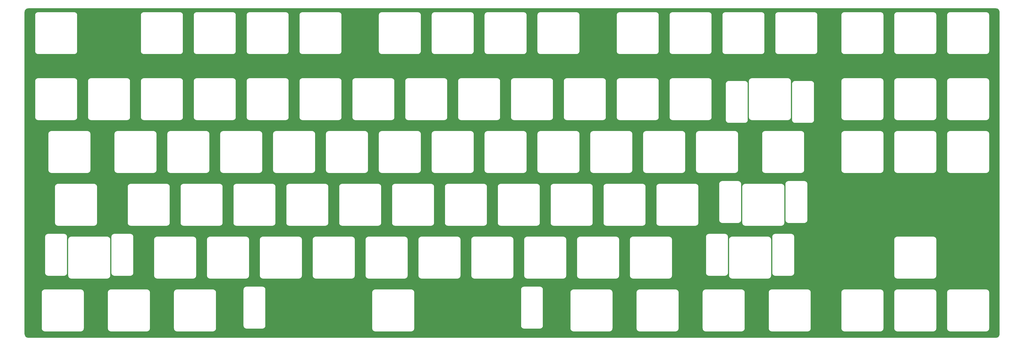
<source format=gbl>
%TF.GenerationSoftware,KiCad,Pcbnew,(5.1.12)-1*%
%TF.CreationDate,2021-11-20T18:31:24-08:00*%
%TF.ProjectId,Switch-plate,53776974-6368-42d7-906c-6174652e6b69,rev?*%
%TF.SameCoordinates,Original*%
%TF.FileFunction,Copper,L2,Bot*%
%TF.FilePolarity,Positive*%
%FSLAX46Y46*%
G04 Gerber Fmt 4.6, Leading zero omitted, Abs format (unit mm)*
G04 Created by KiCad (PCBNEW (5.1.12)-1) date 2021-11-20 18:31:24*
%MOMM*%
%LPD*%
G01*
G04 APERTURE LIST*
%TA.AperFunction,NonConductor*%
%ADD10C,0.254000*%
%TD*%
%TA.AperFunction,NonConductor*%
%ADD11C,0.100000*%
%TD*%
G04 APERTURE END LIST*
D10*
X410254782Y-40713267D02*
X410499855Y-40787259D01*
X410725890Y-40907443D01*
X410924281Y-41069248D01*
X411087460Y-41266497D01*
X411209220Y-41491687D01*
X411284924Y-41736247D01*
X411315000Y-42022398D01*
X411315001Y-157966484D01*
X411286733Y-158254782D01*
X411212741Y-158499855D01*
X411092554Y-158725893D01*
X410930754Y-158924279D01*
X410733503Y-159087460D01*
X410508310Y-159209221D01*
X410263753Y-159284924D01*
X409977602Y-159315000D01*
X61533505Y-159315000D01*
X61245218Y-159286733D01*
X61000145Y-159212741D01*
X60774107Y-159092554D01*
X60575721Y-158930754D01*
X60412540Y-158733503D01*
X60290779Y-158508310D01*
X60215076Y-158263753D01*
X60185000Y-157977602D01*
X60185000Y-143003854D01*
X66171250Y-143003854D01*
X66171251Y-156071147D01*
X66174102Y-156100091D01*
X66174081Y-156103073D01*
X66175014Y-156112592D01*
X66180088Y-156160869D01*
X66181163Y-156171783D01*
X66181273Y-156172147D01*
X66185214Y-156209640D01*
X66197705Y-156270490D01*
X66209332Y-156331442D01*
X66212095Y-156340596D01*
X66212097Y-156340602D01*
X66240952Y-156433817D01*
X66265004Y-156491033D01*
X66288270Y-156548619D01*
X66292760Y-156557064D01*
X66339173Y-156642901D01*
X66373888Y-156694367D01*
X66407886Y-156746321D01*
X66413930Y-156753732D01*
X66476132Y-156828921D01*
X66520180Y-156872662D01*
X66563619Y-156917022D01*
X66570989Y-156923118D01*
X66570994Y-156923123D01*
X66571000Y-156923127D01*
X66646610Y-156984794D01*
X66698291Y-157019132D01*
X66749556Y-157054233D01*
X66757969Y-157058782D01*
X66844130Y-157104594D01*
X66901546Y-157128258D01*
X66958589Y-157152708D01*
X66967725Y-157155536D01*
X67061143Y-157183741D01*
X67122063Y-157195803D01*
X67182780Y-157208709D01*
X67192292Y-157209709D01*
X67289409Y-157219231D01*
X67289413Y-157219231D01*
X67322603Y-157222500D01*
X80389897Y-157222500D01*
X80418851Y-157219648D01*
X80421823Y-157219669D01*
X80431342Y-157218736D01*
X80479468Y-157213678D01*
X80490533Y-157212588D01*
X80490902Y-157212476D01*
X80528390Y-157208536D01*
X80589240Y-157196045D01*
X80650192Y-157184418D01*
X80659346Y-157181655D01*
X80659352Y-157181653D01*
X80752567Y-157152798D01*
X80809783Y-157128746D01*
X80867369Y-157105480D01*
X80875814Y-157100990D01*
X80961651Y-157054577D01*
X81013117Y-157019862D01*
X81065071Y-156985864D01*
X81072482Y-156979820D01*
X81147671Y-156917618D01*
X81191412Y-156873570D01*
X81235772Y-156830131D01*
X81241868Y-156822761D01*
X81241873Y-156822756D01*
X81241877Y-156822750D01*
X81303544Y-156747140D01*
X81337882Y-156695459D01*
X81372983Y-156644194D01*
X81377532Y-156635781D01*
X81423344Y-156549620D01*
X81447008Y-156492204D01*
X81471458Y-156435161D01*
X81474286Y-156426025D01*
X81502491Y-156332607D01*
X81514553Y-156271687D01*
X81527459Y-156210970D01*
X81528459Y-156201458D01*
X81537981Y-156104341D01*
X81537981Y-156104337D01*
X81541250Y-156071147D01*
X81541250Y-143003854D01*
X89983750Y-143003854D01*
X89983751Y-156071147D01*
X89986602Y-156100091D01*
X89986581Y-156103073D01*
X89987514Y-156112592D01*
X89992588Y-156160869D01*
X89993663Y-156171783D01*
X89993773Y-156172147D01*
X89997714Y-156209640D01*
X90010205Y-156270490D01*
X90021832Y-156331442D01*
X90024595Y-156340596D01*
X90024597Y-156340602D01*
X90053452Y-156433817D01*
X90077504Y-156491033D01*
X90100770Y-156548619D01*
X90105260Y-156557064D01*
X90151673Y-156642901D01*
X90186388Y-156694367D01*
X90220386Y-156746321D01*
X90226430Y-156753732D01*
X90288632Y-156828921D01*
X90332680Y-156872662D01*
X90376119Y-156917022D01*
X90383489Y-156923118D01*
X90383494Y-156923123D01*
X90383500Y-156923127D01*
X90459110Y-156984794D01*
X90510791Y-157019132D01*
X90562056Y-157054233D01*
X90570469Y-157058782D01*
X90656630Y-157104594D01*
X90714046Y-157128258D01*
X90771089Y-157152708D01*
X90780225Y-157155536D01*
X90873643Y-157183741D01*
X90934563Y-157195803D01*
X90995280Y-157208709D01*
X91004792Y-157209709D01*
X91101909Y-157219231D01*
X91101913Y-157219231D01*
X91135103Y-157222500D01*
X104202397Y-157222500D01*
X104231351Y-157219648D01*
X104234323Y-157219669D01*
X104243842Y-157218736D01*
X104291968Y-157213678D01*
X104303033Y-157212588D01*
X104303402Y-157212476D01*
X104340890Y-157208536D01*
X104401740Y-157196045D01*
X104462692Y-157184418D01*
X104471846Y-157181655D01*
X104471852Y-157181653D01*
X104565067Y-157152798D01*
X104622283Y-157128746D01*
X104679869Y-157105480D01*
X104688314Y-157100990D01*
X104774151Y-157054577D01*
X104825617Y-157019862D01*
X104877571Y-156985864D01*
X104884982Y-156979820D01*
X104960171Y-156917618D01*
X105003912Y-156873570D01*
X105048272Y-156830131D01*
X105054368Y-156822761D01*
X105054373Y-156822756D01*
X105054377Y-156822750D01*
X105116044Y-156747140D01*
X105150382Y-156695459D01*
X105185483Y-156644194D01*
X105190032Y-156635781D01*
X105235844Y-156549620D01*
X105259508Y-156492204D01*
X105283958Y-156435161D01*
X105286786Y-156426025D01*
X105314991Y-156332607D01*
X105327053Y-156271687D01*
X105339959Y-156210970D01*
X105340959Y-156201458D01*
X105350481Y-156104341D01*
X105350481Y-156104337D01*
X105353750Y-156071147D01*
X105353750Y-143003854D01*
X113796250Y-143003854D01*
X113796251Y-156071147D01*
X113799102Y-156100091D01*
X113799081Y-156103073D01*
X113800014Y-156112592D01*
X113805088Y-156160869D01*
X113806163Y-156171783D01*
X113806273Y-156172147D01*
X113810214Y-156209640D01*
X113822705Y-156270490D01*
X113834332Y-156331442D01*
X113837095Y-156340596D01*
X113837097Y-156340602D01*
X113865952Y-156433817D01*
X113890004Y-156491033D01*
X113913270Y-156548619D01*
X113917760Y-156557064D01*
X113964173Y-156642901D01*
X113998888Y-156694367D01*
X114032886Y-156746321D01*
X114038930Y-156753732D01*
X114101132Y-156828921D01*
X114145180Y-156872662D01*
X114188619Y-156917022D01*
X114195989Y-156923118D01*
X114195994Y-156923123D01*
X114196000Y-156923127D01*
X114271610Y-156984794D01*
X114323291Y-157019132D01*
X114374556Y-157054233D01*
X114382969Y-157058782D01*
X114469130Y-157104594D01*
X114526546Y-157128258D01*
X114583589Y-157152708D01*
X114592725Y-157155536D01*
X114686143Y-157183741D01*
X114747063Y-157195803D01*
X114807780Y-157208709D01*
X114817292Y-157209709D01*
X114914409Y-157219231D01*
X114914413Y-157219231D01*
X114947603Y-157222500D01*
X128014897Y-157222500D01*
X128043851Y-157219648D01*
X128046823Y-157219669D01*
X128056342Y-157218736D01*
X128104468Y-157213678D01*
X128115533Y-157212588D01*
X128115902Y-157212476D01*
X128153390Y-157208536D01*
X128214240Y-157196045D01*
X128275192Y-157184418D01*
X128284346Y-157181655D01*
X128284352Y-157181653D01*
X128377567Y-157152798D01*
X128434783Y-157128746D01*
X128492369Y-157105480D01*
X128500814Y-157100990D01*
X128586651Y-157054577D01*
X128638117Y-157019862D01*
X128690071Y-156985864D01*
X128697482Y-156979820D01*
X128772671Y-156917618D01*
X128816412Y-156873570D01*
X128860772Y-156830131D01*
X128866868Y-156822761D01*
X128866873Y-156822756D01*
X128866877Y-156822750D01*
X128928544Y-156747140D01*
X128962882Y-156695459D01*
X128997983Y-156644194D01*
X129002532Y-156635781D01*
X129048344Y-156549620D01*
X129072008Y-156492204D01*
X129096458Y-156435161D01*
X129099286Y-156426025D01*
X129127491Y-156332607D01*
X129139553Y-156271687D01*
X129152459Y-156210970D01*
X129153459Y-156201458D01*
X129162981Y-156104341D01*
X129162981Y-156104337D01*
X129166250Y-156071147D01*
X129166250Y-143003853D01*
X129163398Y-142974899D01*
X129163419Y-142971927D01*
X129162486Y-142962409D01*
X129157429Y-142914290D01*
X129156338Y-142903217D01*
X129156226Y-142902848D01*
X129152286Y-142865360D01*
X129139797Y-142804517D01*
X129128168Y-142743558D01*
X129125404Y-142734402D01*
X129096548Y-142641183D01*
X129072482Y-142583934D01*
X129049229Y-142526381D01*
X129044739Y-142517936D01*
X128998327Y-142432098D01*
X128963600Y-142380615D01*
X128929614Y-142328679D01*
X128923570Y-142321267D01*
X128861368Y-142246079D01*
X128817301Y-142202318D01*
X128773880Y-142157978D01*
X128766511Y-142151881D01*
X128690890Y-142090206D01*
X128639209Y-142055868D01*
X128587944Y-142020767D01*
X128579531Y-142016218D01*
X128556278Y-142003854D01*
X138858750Y-142003854D01*
X138858751Y-155071147D01*
X138861602Y-155100091D01*
X138861581Y-155103073D01*
X138862514Y-155112592D01*
X138867588Y-155160869D01*
X138868663Y-155171783D01*
X138868773Y-155172147D01*
X138872714Y-155209640D01*
X138885205Y-155270490D01*
X138896832Y-155331442D01*
X138899595Y-155340596D01*
X138899597Y-155340602D01*
X138928452Y-155433817D01*
X138952504Y-155491033D01*
X138975770Y-155548619D01*
X138980260Y-155557064D01*
X139026673Y-155642901D01*
X139061388Y-155694367D01*
X139095386Y-155746321D01*
X139101430Y-155753732D01*
X139163632Y-155828921D01*
X139207680Y-155872662D01*
X139251119Y-155917022D01*
X139258489Y-155923118D01*
X139258494Y-155923123D01*
X139258500Y-155923127D01*
X139334110Y-155984794D01*
X139385791Y-156019132D01*
X139437056Y-156054233D01*
X139445469Y-156058782D01*
X139531630Y-156104594D01*
X139589046Y-156128258D01*
X139646089Y-156152708D01*
X139655225Y-156155536D01*
X139748643Y-156183741D01*
X139809563Y-156195803D01*
X139870280Y-156208709D01*
X139879792Y-156209709D01*
X139976909Y-156219231D01*
X139976913Y-156219231D01*
X140010103Y-156222500D01*
X145827397Y-156222500D01*
X145856351Y-156219648D01*
X145859323Y-156219669D01*
X145868842Y-156218736D01*
X145916968Y-156213678D01*
X145928033Y-156212588D01*
X145928402Y-156212476D01*
X145965890Y-156208536D01*
X146026740Y-156196045D01*
X146087692Y-156184418D01*
X146096846Y-156181655D01*
X146096852Y-156181653D01*
X146190067Y-156152798D01*
X146247283Y-156128746D01*
X146304869Y-156105480D01*
X146313314Y-156100990D01*
X146399151Y-156054577D01*
X146450617Y-156019862D01*
X146502571Y-155985864D01*
X146509982Y-155979820D01*
X146585171Y-155917618D01*
X146628912Y-155873570D01*
X146673272Y-155830131D01*
X146679368Y-155822761D01*
X146679373Y-155822756D01*
X146679377Y-155822750D01*
X146741044Y-155747140D01*
X146775382Y-155695459D01*
X146810483Y-155644194D01*
X146815032Y-155635781D01*
X146860844Y-155549620D01*
X146884508Y-155492204D01*
X146908958Y-155435161D01*
X146911786Y-155426025D01*
X146939991Y-155332607D01*
X146952053Y-155271687D01*
X146964959Y-155210970D01*
X146965959Y-155201458D01*
X146975481Y-155104341D01*
X146975481Y-155104337D01*
X146978750Y-155071147D01*
X146978750Y-143003854D01*
X185233750Y-143003854D01*
X185233751Y-156071147D01*
X185236602Y-156100091D01*
X185236581Y-156103073D01*
X185237514Y-156112592D01*
X185242588Y-156160869D01*
X185243663Y-156171783D01*
X185243773Y-156172147D01*
X185247714Y-156209640D01*
X185260205Y-156270490D01*
X185271832Y-156331442D01*
X185274595Y-156340596D01*
X185274597Y-156340602D01*
X185303452Y-156433817D01*
X185327504Y-156491033D01*
X185350770Y-156548619D01*
X185355260Y-156557064D01*
X185401673Y-156642901D01*
X185436388Y-156694367D01*
X185470386Y-156746321D01*
X185476430Y-156753732D01*
X185538632Y-156828921D01*
X185582680Y-156872662D01*
X185626119Y-156917022D01*
X185633489Y-156923118D01*
X185633494Y-156923123D01*
X185633500Y-156923127D01*
X185709110Y-156984794D01*
X185760791Y-157019132D01*
X185812056Y-157054233D01*
X185820469Y-157058782D01*
X185906630Y-157104594D01*
X185964046Y-157128258D01*
X186021089Y-157152708D01*
X186030225Y-157155536D01*
X186123643Y-157183741D01*
X186184563Y-157195803D01*
X186245280Y-157208709D01*
X186254792Y-157209709D01*
X186351909Y-157219231D01*
X186351913Y-157219231D01*
X186385103Y-157222500D01*
X199452397Y-157222500D01*
X199481351Y-157219648D01*
X199484323Y-157219669D01*
X199493842Y-157218736D01*
X199541968Y-157213678D01*
X199553033Y-157212588D01*
X199553402Y-157212476D01*
X199590890Y-157208536D01*
X199651740Y-157196045D01*
X199712692Y-157184418D01*
X199721846Y-157181655D01*
X199721852Y-157181653D01*
X199815067Y-157152798D01*
X199872283Y-157128746D01*
X199929869Y-157105480D01*
X199938314Y-157100990D01*
X200024151Y-157054577D01*
X200075617Y-157019862D01*
X200127571Y-156985864D01*
X200134982Y-156979820D01*
X200210171Y-156917618D01*
X200253912Y-156873570D01*
X200298272Y-156830131D01*
X200304368Y-156822761D01*
X200304373Y-156822756D01*
X200304377Y-156822750D01*
X200366044Y-156747140D01*
X200400382Y-156695459D01*
X200435483Y-156644194D01*
X200440032Y-156635781D01*
X200485844Y-156549620D01*
X200509508Y-156492204D01*
X200533958Y-156435161D01*
X200536786Y-156426025D01*
X200564991Y-156332607D01*
X200577053Y-156271687D01*
X200589959Y-156210970D01*
X200590959Y-156201458D01*
X200600481Y-156104341D01*
X200600481Y-156104337D01*
X200603750Y-156071147D01*
X200603750Y-143003853D01*
X200600898Y-142974899D01*
X200600919Y-142971927D01*
X200599986Y-142962409D01*
X200594929Y-142914290D01*
X200593838Y-142903217D01*
X200593726Y-142902848D01*
X200589786Y-142865360D01*
X200577297Y-142804517D01*
X200565668Y-142743558D01*
X200562904Y-142734402D01*
X200534048Y-142641183D01*
X200509982Y-142583934D01*
X200486729Y-142526381D01*
X200482239Y-142517936D01*
X200435827Y-142432098D01*
X200401100Y-142380615D01*
X200367114Y-142328679D01*
X200361070Y-142321267D01*
X200298868Y-142246079D01*
X200254801Y-142202318D01*
X200211380Y-142157978D01*
X200204011Y-142151881D01*
X200128390Y-142090206D01*
X200076709Y-142055868D01*
X200025444Y-142020767D01*
X200017031Y-142016218D01*
X199993778Y-142003854D01*
X238858750Y-142003854D01*
X238858751Y-155071147D01*
X238861602Y-155100091D01*
X238861581Y-155103073D01*
X238862514Y-155112592D01*
X238867588Y-155160869D01*
X238868663Y-155171783D01*
X238868773Y-155172147D01*
X238872714Y-155209640D01*
X238885205Y-155270490D01*
X238896832Y-155331442D01*
X238899595Y-155340596D01*
X238899597Y-155340602D01*
X238928452Y-155433817D01*
X238952504Y-155491033D01*
X238975770Y-155548619D01*
X238980260Y-155557064D01*
X239026673Y-155642901D01*
X239061388Y-155694367D01*
X239095386Y-155746321D01*
X239101430Y-155753732D01*
X239163632Y-155828921D01*
X239207680Y-155872662D01*
X239251119Y-155917022D01*
X239258489Y-155923118D01*
X239258494Y-155923123D01*
X239258500Y-155923127D01*
X239334110Y-155984794D01*
X239385791Y-156019132D01*
X239437056Y-156054233D01*
X239445469Y-156058782D01*
X239531630Y-156104594D01*
X239589046Y-156128258D01*
X239646089Y-156152708D01*
X239655225Y-156155536D01*
X239748643Y-156183741D01*
X239809563Y-156195803D01*
X239870280Y-156208709D01*
X239879792Y-156209709D01*
X239976909Y-156219231D01*
X239976913Y-156219231D01*
X240010103Y-156222500D01*
X245827397Y-156222500D01*
X245856351Y-156219648D01*
X245859323Y-156219669D01*
X245868842Y-156218736D01*
X245916968Y-156213678D01*
X245928033Y-156212588D01*
X245928402Y-156212476D01*
X245965890Y-156208536D01*
X246026740Y-156196045D01*
X246087692Y-156184418D01*
X246096846Y-156181655D01*
X246096852Y-156181653D01*
X246190067Y-156152798D01*
X246247283Y-156128746D01*
X246304869Y-156105480D01*
X246313314Y-156100990D01*
X246399151Y-156054577D01*
X246450617Y-156019862D01*
X246502571Y-155985864D01*
X246509982Y-155979820D01*
X246585171Y-155917618D01*
X246628912Y-155873570D01*
X246673272Y-155830131D01*
X246679368Y-155822761D01*
X246679373Y-155822756D01*
X246679377Y-155822750D01*
X246741044Y-155747140D01*
X246775382Y-155695459D01*
X246810483Y-155644194D01*
X246815032Y-155635781D01*
X246860844Y-155549620D01*
X246884508Y-155492204D01*
X246908958Y-155435161D01*
X246911786Y-155426025D01*
X246939991Y-155332607D01*
X246952053Y-155271687D01*
X246964959Y-155210970D01*
X246965959Y-155201458D01*
X246975481Y-155104341D01*
X246975481Y-155104337D01*
X246978750Y-155071147D01*
X246978750Y-143003854D01*
X256671250Y-143003854D01*
X256671251Y-156071147D01*
X256674102Y-156100091D01*
X256674081Y-156103073D01*
X256675014Y-156112592D01*
X256680088Y-156160869D01*
X256681163Y-156171783D01*
X256681273Y-156172147D01*
X256685214Y-156209640D01*
X256697705Y-156270490D01*
X256709332Y-156331442D01*
X256712095Y-156340596D01*
X256712097Y-156340602D01*
X256740952Y-156433817D01*
X256765004Y-156491033D01*
X256788270Y-156548619D01*
X256792760Y-156557064D01*
X256839173Y-156642901D01*
X256873888Y-156694367D01*
X256907886Y-156746321D01*
X256913930Y-156753732D01*
X256976132Y-156828921D01*
X257020180Y-156872662D01*
X257063619Y-156917022D01*
X257070989Y-156923118D01*
X257070994Y-156923123D01*
X257071000Y-156923127D01*
X257146610Y-156984794D01*
X257198291Y-157019132D01*
X257249556Y-157054233D01*
X257257969Y-157058782D01*
X257344130Y-157104594D01*
X257401546Y-157128258D01*
X257458589Y-157152708D01*
X257467725Y-157155536D01*
X257561143Y-157183741D01*
X257622063Y-157195803D01*
X257682780Y-157208709D01*
X257692292Y-157209709D01*
X257789409Y-157219231D01*
X257789413Y-157219231D01*
X257822603Y-157222500D01*
X270889897Y-157222500D01*
X270918851Y-157219648D01*
X270921823Y-157219669D01*
X270931342Y-157218736D01*
X270979468Y-157213678D01*
X270990533Y-157212588D01*
X270990902Y-157212476D01*
X271028390Y-157208536D01*
X271089240Y-157196045D01*
X271150192Y-157184418D01*
X271159346Y-157181655D01*
X271159352Y-157181653D01*
X271252567Y-157152798D01*
X271309783Y-157128746D01*
X271367369Y-157105480D01*
X271375814Y-157100990D01*
X271461651Y-157054577D01*
X271513117Y-157019862D01*
X271565071Y-156985864D01*
X271572482Y-156979820D01*
X271647671Y-156917618D01*
X271691412Y-156873570D01*
X271735772Y-156830131D01*
X271741868Y-156822761D01*
X271741873Y-156822756D01*
X271741877Y-156822750D01*
X271803544Y-156747140D01*
X271837882Y-156695459D01*
X271872983Y-156644194D01*
X271877532Y-156635781D01*
X271923344Y-156549620D01*
X271947008Y-156492204D01*
X271971458Y-156435161D01*
X271974286Y-156426025D01*
X272002491Y-156332607D01*
X272014553Y-156271687D01*
X272027459Y-156210970D01*
X272028459Y-156201458D01*
X272037981Y-156104341D01*
X272037981Y-156104337D01*
X272041250Y-156071147D01*
X272041250Y-143003854D01*
X280483750Y-143003854D01*
X280483751Y-156071147D01*
X280486602Y-156100091D01*
X280486581Y-156103073D01*
X280487514Y-156112592D01*
X280492588Y-156160869D01*
X280493663Y-156171783D01*
X280493773Y-156172147D01*
X280497714Y-156209640D01*
X280510205Y-156270490D01*
X280521832Y-156331442D01*
X280524595Y-156340596D01*
X280524597Y-156340602D01*
X280553452Y-156433817D01*
X280577504Y-156491033D01*
X280600770Y-156548619D01*
X280605260Y-156557064D01*
X280651673Y-156642901D01*
X280686388Y-156694367D01*
X280720386Y-156746321D01*
X280726430Y-156753732D01*
X280788632Y-156828921D01*
X280832680Y-156872662D01*
X280876119Y-156917022D01*
X280883489Y-156923118D01*
X280883494Y-156923123D01*
X280883500Y-156923127D01*
X280959110Y-156984794D01*
X281010791Y-157019132D01*
X281062056Y-157054233D01*
X281070469Y-157058782D01*
X281156630Y-157104594D01*
X281214046Y-157128258D01*
X281271089Y-157152708D01*
X281280225Y-157155536D01*
X281373643Y-157183741D01*
X281434563Y-157195803D01*
X281495280Y-157208709D01*
X281504792Y-157209709D01*
X281601909Y-157219231D01*
X281601913Y-157219231D01*
X281635103Y-157222500D01*
X294702397Y-157222500D01*
X294731351Y-157219648D01*
X294734323Y-157219669D01*
X294743842Y-157218736D01*
X294791968Y-157213678D01*
X294803033Y-157212588D01*
X294803402Y-157212476D01*
X294840890Y-157208536D01*
X294901740Y-157196045D01*
X294962692Y-157184418D01*
X294971846Y-157181655D01*
X294971852Y-157181653D01*
X295065067Y-157152798D01*
X295122283Y-157128746D01*
X295179869Y-157105480D01*
X295188314Y-157100990D01*
X295274151Y-157054577D01*
X295325617Y-157019862D01*
X295377571Y-156985864D01*
X295384982Y-156979820D01*
X295460171Y-156917618D01*
X295503912Y-156873570D01*
X295548272Y-156830131D01*
X295554368Y-156822761D01*
X295554373Y-156822756D01*
X295554377Y-156822750D01*
X295616044Y-156747140D01*
X295650382Y-156695459D01*
X295685483Y-156644194D01*
X295690032Y-156635781D01*
X295735844Y-156549620D01*
X295759508Y-156492204D01*
X295783958Y-156435161D01*
X295786786Y-156426025D01*
X295814991Y-156332607D01*
X295827053Y-156271687D01*
X295839959Y-156210970D01*
X295840959Y-156201458D01*
X295850481Y-156104341D01*
X295850481Y-156104337D01*
X295853750Y-156071147D01*
X295853750Y-143003854D01*
X304296250Y-143003854D01*
X304296251Y-156071147D01*
X304299102Y-156100091D01*
X304299081Y-156103073D01*
X304300014Y-156112592D01*
X304305088Y-156160869D01*
X304306163Y-156171783D01*
X304306273Y-156172147D01*
X304310214Y-156209640D01*
X304322705Y-156270490D01*
X304334332Y-156331442D01*
X304337095Y-156340596D01*
X304337097Y-156340602D01*
X304365952Y-156433817D01*
X304390004Y-156491033D01*
X304413270Y-156548619D01*
X304417760Y-156557064D01*
X304464173Y-156642901D01*
X304498888Y-156694367D01*
X304532886Y-156746321D01*
X304538930Y-156753732D01*
X304601132Y-156828921D01*
X304645180Y-156872662D01*
X304688619Y-156917022D01*
X304695989Y-156923118D01*
X304695994Y-156923123D01*
X304696000Y-156923127D01*
X304771610Y-156984794D01*
X304823291Y-157019132D01*
X304874556Y-157054233D01*
X304882969Y-157058782D01*
X304969130Y-157104594D01*
X305026546Y-157128258D01*
X305083589Y-157152708D01*
X305092725Y-157155536D01*
X305186143Y-157183741D01*
X305247063Y-157195803D01*
X305307780Y-157208709D01*
X305317292Y-157209709D01*
X305414409Y-157219231D01*
X305414413Y-157219231D01*
X305447603Y-157222500D01*
X318514897Y-157222500D01*
X318543851Y-157219648D01*
X318546823Y-157219669D01*
X318556342Y-157218736D01*
X318604468Y-157213678D01*
X318615533Y-157212588D01*
X318615902Y-157212476D01*
X318653390Y-157208536D01*
X318714240Y-157196045D01*
X318775192Y-157184418D01*
X318784346Y-157181655D01*
X318784352Y-157181653D01*
X318877567Y-157152798D01*
X318934783Y-157128746D01*
X318992369Y-157105480D01*
X319000814Y-157100990D01*
X319086651Y-157054577D01*
X319138117Y-157019862D01*
X319190071Y-156985864D01*
X319197482Y-156979820D01*
X319272671Y-156917618D01*
X319316412Y-156873570D01*
X319360772Y-156830131D01*
X319366868Y-156822761D01*
X319366873Y-156822756D01*
X319366877Y-156822750D01*
X319428544Y-156747140D01*
X319462882Y-156695459D01*
X319497983Y-156644194D01*
X319502532Y-156635781D01*
X319548344Y-156549620D01*
X319572008Y-156492204D01*
X319596458Y-156435161D01*
X319599286Y-156426025D01*
X319627491Y-156332607D01*
X319639553Y-156271687D01*
X319652459Y-156210970D01*
X319653459Y-156201458D01*
X319662981Y-156104341D01*
X319662981Y-156104337D01*
X319666250Y-156071147D01*
X319666250Y-143003854D01*
X328108750Y-143003854D01*
X328108751Y-156071147D01*
X328111602Y-156100091D01*
X328111581Y-156103073D01*
X328112514Y-156112592D01*
X328117588Y-156160869D01*
X328118663Y-156171783D01*
X328118773Y-156172147D01*
X328122714Y-156209640D01*
X328135205Y-156270490D01*
X328146832Y-156331442D01*
X328149595Y-156340596D01*
X328149597Y-156340602D01*
X328178452Y-156433817D01*
X328202504Y-156491033D01*
X328225770Y-156548619D01*
X328230260Y-156557064D01*
X328276673Y-156642901D01*
X328311388Y-156694367D01*
X328345386Y-156746321D01*
X328351430Y-156753732D01*
X328413632Y-156828921D01*
X328457680Y-156872662D01*
X328501119Y-156917022D01*
X328508489Y-156923118D01*
X328508494Y-156923123D01*
X328508500Y-156923127D01*
X328584110Y-156984794D01*
X328635791Y-157019132D01*
X328687056Y-157054233D01*
X328695469Y-157058782D01*
X328781630Y-157104594D01*
X328839046Y-157128258D01*
X328896089Y-157152708D01*
X328905225Y-157155536D01*
X328998643Y-157183741D01*
X329059563Y-157195803D01*
X329120280Y-157208709D01*
X329129792Y-157209709D01*
X329226909Y-157219231D01*
X329226913Y-157219231D01*
X329260103Y-157222500D01*
X342327397Y-157222500D01*
X342356351Y-157219648D01*
X342359323Y-157219669D01*
X342368842Y-157218736D01*
X342416968Y-157213678D01*
X342428033Y-157212588D01*
X342428402Y-157212476D01*
X342465890Y-157208536D01*
X342526740Y-157196045D01*
X342587692Y-157184418D01*
X342596846Y-157181655D01*
X342596852Y-157181653D01*
X342690067Y-157152798D01*
X342747283Y-157128746D01*
X342804869Y-157105480D01*
X342813314Y-157100990D01*
X342899151Y-157054577D01*
X342950617Y-157019862D01*
X343002571Y-156985864D01*
X343009982Y-156979820D01*
X343085171Y-156917618D01*
X343128912Y-156873570D01*
X343173272Y-156830131D01*
X343179368Y-156822761D01*
X343179373Y-156822756D01*
X343179377Y-156822750D01*
X343241044Y-156747140D01*
X343275382Y-156695459D01*
X343310483Y-156644194D01*
X343315032Y-156635781D01*
X343360844Y-156549620D01*
X343384508Y-156492204D01*
X343408958Y-156435161D01*
X343411786Y-156426025D01*
X343439991Y-156332607D01*
X343452053Y-156271687D01*
X343464959Y-156210970D01*
X343465959Y-156201458D01*
X343475481Y-156104341D01*
X343475481Y-156104337D01*
X343478750Y-156071147D01*
X343478750Y-143003854D01*
X354302500Y-143003854D01*
X354302501Y-156071147D01*
X354305352Y-156100091D01*
X354305331Y-156103073D01*
X354306264Y-156112592D01*
X354311338Y-156160869D01*
X354312413Y-156171783D01*
X354312523Y-156172147D01*
X354316464Y-156209640D01*
X354328955Y-156270490D01*
X354340582Y-156331442D01*
X354343345Y-156340596D01*
X354343347Y-156340602D01*
X354372202Y-156433817D01*
X354396254Y-156491033D01*
X354419520Y-156548619D01*
X354424010Y-156557064D01*
X354470423Y-156642901D01*
X354505138Y-156694367D01*
X354539136Y-156746321D01*
X354545180Y-156753732D01*
X354607382Y-156828921D01*
X354651430Y-156872662D01*
X354694869Y-156917022D01*
X354702239Y-156923118D01*
X354702244Y-156923123D01*
X354702250Y-156923127D01*
X354777860Y-156984794D01*
X354829541Y-157019132D01*
X354880806Y-157054233D01*
X354889219Y-157058782D01*
X354975380Y-157104594D01*
X355032796Y-157128258D01*
X355089839Y-157152708D01*
X355098975Y-157155536D01*
X355192393Y-157183741D01*
X355253313Y-157195803D01*
X355314030Y-157208709D01*
X355323542Y-157209709D01*
X355420659Y-157219231D01*
X355420663Y-157219231D01*
X355453853Y-157222500D01*
X368521147Y-157222500D01*
X368550101Y-157219648D01*
X368553073Y-157219669D01*
X368562592Y-157218736D01*
X368610718Y-157213678D01*
X368621783Y-157212588D01*
X368622152Y-157212476D01*
X368659640Y-157208536D01*
X368720490Y-157196045D01*
X368781442Y-157184418D01*
X368790596Y-157181655D01*
X368790602Y-157181653D01*
X368883817Y-157152798D01*
X368941033Y-157128746D01*
X368998619Y-157105480D01*
X369007064Y-157100990D01*
X369092901Y-157054577D01*
X369144367Y-157019862D01*
X369196321Y-156985864D01*
X369203732Y-156979820D01*
X369278921Y-156917618D01*
X369322662Y-156873570D01*
X369367022Y-156830131D01*
X369373118Y-156822761D01*
X369373123Y-156822756D01*
X369373127Y-156822750D01*
X369434794Y-156747140D01*
X369469132Y-156695459D01*
X369504233Y-156644194D01*
X369508782Y-156635781D01*
X369554594Y-156549620D01*
X369578258Y-156492204D01*
X369602708Y-156435161D01*
X369605536Y-156426025D01*
X369633741Y-156332607D01*
X369645803Y-156271687D01*
X369658709Y-156210970D01*
X369659709Y-156201458D01*
X369669231Y-156104341D01*
X369669231Y-156104337D01*
X369672500Y-156071147D01*
X369672500Y-143003854D01*
X373352500Y-143003854D01*
X373352501Y-156071147D01*
X373355352Y-156100091D01*
X373355331Y-156103073D01*
X373356264Y-156112592D01*
X373361338Y-156160869D01*
X373362413Y-156171783D01*
X373362523Y-156172147D01*
X373366464Y-156209640D01*
X373378955Y-156270490D01*
X373390582Y-156331442D01*
X373393345Y-156340596D01*
X373393347Y-156340602D01*
X373422202Y-156433817D01*
X373446254Y-156491033D01*
X373469520Y-156548619D01*
X373474010Y-156557064D01*
X373520423Y-156642901D01*
X373555138Y-156694367D01*
X373589136Y-156746321D01*
X373595180Y-156753732D01*
X373657382Y-156828921D01*
X373701430Y-156872662D01*
X373744869Y-156917022D01*
X373752239Y-156923118D01*
X373752244Y-156923123D01*
X373752250Y-156923127D01*
X373827860Y-156984794D01*
X373879541Y-157019132D01*
X373930806Y-157054233D01*
X373939219Y-157058782D01*
X374025380Y-157104594D01*
X374082796Y-157128258D01*
X374139839Y-157152708D01*
X374148975Y-157155536D01*
X374242393Y-157183741D01*
X374303313Y-157195803D01*
X374364030Y-157208709D01*
X374373542Y-157209709D01*
X374470659Y-157219231D01*
X374470663Y-157219231D01*
X374503853Y-157222500D01*
X387571147Y-157222500D01*
X387600101Y-157219648D01*
X387603073Y-157219669D01*
X387612592Y-157218736D01*
X387660718Y-157213678D01*
X387671783Y-157212588D01*
X387672152Y-157212476D01*
X387709640Y-157208536D01*
X387770490Y-157196045D01*
X387831442Y-157184418D01*
X387840596Y-157181655D01*
X387840602Y-157181653D01*
X387933817Y-157152798D01*
X387991033Y-157128746D01*
X388048619Y-157105480D01*
X388057064Y-157100990D01*
X388142901Y-157054577D01*
X388194367Y-157019862D01*
X388246321Y-156985864D01*
X388253732Y-156979820D01*
X388328921Y-156917618D01*
X388372662Y-156873570D01*
X388417022Y-156830131D01*
X388423118Y-156822761D01*
X388423123Y-156822756D01*
X388423127Y-156822750D01*
X388484794Y-156747140D01*
X388519132Y-156695459D01*
X388554233Y-156644194D01*
X388558782Y-156635781D01*
X388604594Y-156549620D01*
X388628258Y-156492204D01*
X388652708Y-156435161D01*
X388655536Y-156426025D01*
X388683741Y-156332607D01*
X388695803Y-156271687D01*
X388708709Y-156210970D01*
X388709709Y-156201458D01*
X388719231Y-156104341D01*
X388719231Y-156104337D01*
X388722500Y-156071147D01*
X388722500Y-143003854D01*
X392402500Y-143003854D01*
X392402501Y-156071147D01*
X392405352Y-156100091D01*
X392405331Y-156103073D01*
X392406264Y-156112592D01*
X392411338Y-156160869D01*
X392412413Y-156171783D01*
X392412523Y-156172147D01*
X392416464Y-156209640D01*
X392428955Y-156270490D01*
X392440582Y-156331442D01*
X392443345Y-156340596D01*
X392443347Y-156340602D01*
X392472202Y-156433817D01*
X392496254Y-156491033D01*
X392519520Y-156548619D01*
X392524010Y-156557064D01*
X392570423Y-156642901D01*
X392605138Y-156694367D01*
X392639136Y-156746321D01*
X392645180Y-156753732D01*
X392707382Y-156828921D01*
X392751430Y-156872662D01*
X392794869Y-156917022D01*
X392802239Y-156923118D01*
X392802244Y-156923123D01*
X392802250Y-156923127D01*
X392877860Y-156984794D01*
X392929541Y-157019132D01*
X392980806Y-157054233D01*
X392989219Y-157058782D01*
X393075380Y-157104594D01*
X393132796Y-157128258D01*
X393189839Y-157152708D01*
X393198975Y-157155536D01*
X393292393Y-157183741D01*
X393353313Y-157195803D01*
X393414030Y-157208709D01*
X393423542Y-157209709D01*
X393520659Y-157219231D01*
X393520663Y-157219231D01*
X393553853Y-157222500D01*
X406621147Y-157222500D01*
X406650101Y-157219648D01*
X406653073Y-157219669D01*
X406662592Y-157218736D01*
X406710718Y-157213678D01*
X406721783Y-157212588D01*
X406722152Y-157212476D01*
X406759640Y-157208536D01*
X406820490Y-157196045D01*
X406881442Y-157184418D01*
X406890596Y-157181655D01*
X406890602Y-157181653D01*
X406983817Y-157152798D01*
X407041033Y-157128746D01*
X407098619Y-157105480D01*
X407107064Y-157100990D01*
X407192901Y-157054577D01*
X407244367Y-157019862D01*
X407296321Y-156985864D01*
X407303732Y-156979820D01*
X407378921Y-156917618D01*
X407422662Y-156873570D01*
X407467022Y-156830131D01*
X407473118Y-156822761D01*
X407473123Y-156822756D01*
X407473127Y-156822750D01*
X407534794Y-156747140D01*
X407569132Y-156695459D01*
X407604233Y-156644194D01*
X407608782Y-156635781D01*
X407654594Y-156549620D01*
X407678258Y-156492204D01*
X407702708Y-156435161D01*
X407705536Y-156426025D01*
X407733741Y-156332607D01*
X407745803Y-156271687D01*
X407758709Y-156210970D01*
X407759709Y-156201458D01*
X407769231Y-156104341D01*
X407769231Y-156104337D01*
X407772500Y-156071147D01*
X407772500Y-143003853D01*
X407769648Y-142974899D01*
X407769669Y-142971927D01*
X407768736Y-142962409D01*
X407763679Y-142914290D01*
X407762588Y-142903217D01*
X407762476Y-142902848D01*
X407758536Y-142865360D01*
X407746047Y-142804517D01*
X407734418Y-142743558D01*
X407731654Y-142734402D01*
X407702798Y-142641183D01*
X407678732Y-142583934D01*
X407655479Y-142526381D01*
X407650989Y-142517936D01*
X407604577Y-142432098D01*
X407569850Y-142380615D01*
X407535864Y-142328679D01*
X407529820Y-142321267D01*
X407467618Y-142246079D01*
X407423551Y-142202318D01*
X407380130Y-142157978D01*
X407372761Y-142151881D01*
X407297140Y-142090206D01*
X407245459Y-142055868D01*
X407194194Y-142020767D01*
X407185781Y-142016218D01*
X407099620Y-141970406D01*
X407042204Y-141946742D01*
X406985161Y-141922292D01*
X406976025Y-141919464D01*
X406882607Y-141891259D01*
X406821695Y-141879198D01*
X406760971Y-141866291D01*
X406751459Y-141865291D01*
X406654341Y-141855769D01*
X406654337Y-141855769D01*
X406621147Y-141852500D01*
X393553853Y-141852500D01*
X393524899Y-141855352D01*
X393521927Y-141855331D01*
X393512409Y-141856264D01*
X393464290Y-141861321D01*
X393453217Y-141862412D01*
X393452848Y-141862524D01*
X393415360Y-141866464D01*
X393354517Y-141878953D01*
X393293558Y-141890582D01*
X393284402Y-141893346D01*
X393191183Y-141922202D01*
X393133934Y-141946268D01*
X393076381Y-141969521D01*
X393067936Y-141974011D01*
X392982098Y-142020423D01*
X392930615Y-142055150D01*
X392878679Y-142089136D01*
X392871267Y-142095180D01*
X392796079Y-142157382D01*
X392752318Y-142201449D01*
X392707978Y-142244870D01*
X392701881Y-142252239D01*
X392640206Y-142327860D01*
X392605868Y-142379541D01*
X392570767Y-142430806D01*
X392566218Y-142439219D01*
X392520406Y-142525380D01*
X392496742Y-142582796D01*
X392472292Y-142639839D01*
X392469464Y-142648975D01*
X392441259Y-142742393D01*
X392429198Y-142803305D01*
X392416291Y-142864029D01*
X392415291Y-142873541D01*
X392405769Y-142970659D01*
X392402500Y-143003854D01*
X388722500Y-143003854D01*
X388722500Y-143003853D01*
X388719648Y-142974899D01*
X388719669Y-142971927D01*
X388718736Y-142962409D01*
X388713679Y-142914290D01*
X388712588Y-142903217D01*
X388712476Y-142902848D01*
X388708536Y-142865360D01*
X388696047Y-142804517D01*
X388684418Y-142743558D01*
X388681654Y-142734402D01*
X388652798Y-142641183D01*
X388628732Y-142583934D01*
X388605479Y-142526381D01*
X388600989Y-142517936D01*
X388554577Y-142432098D01*
X388519850Y-142380615D01*
X388485864Y-142328679D01*
X388479820Y-142321267D01*
X388417618Y-142246079D01*
X388373551Y-142202318D01*
X388330130Y-142157978D01*
X388322761Y-142151881D01*
X388247140Y-142090206D01*
X388195459Y-142055868D01*
X388144194Y-142020767D01*
X388135781Y-142016218D01*
X388049620Y-141970406D01*
X387992204Y-141946742D01*
X387935161Y-141922292D01*
X387926025Y-141919464D01*
X387832607Y-141891259D01*
X387771695Y-141879198D01*
X387710971Y-141866291D01*
X387701459Y-141865291D01*
X387604341Y-141855769D01*
X387604337Y-141855769D01*
X387571147Y-141852500D01*
X374503853Y-141852500D01*
X374474899Y-141855352D01*
X374471927Y-141855331D01*
X374462409Y-141856264D01*
X374414290Y-141861321D01*
X374403217Y-141862412D01*
X374402848Y-141862524D01*
X374365360Y-141866464D01*
X374304517Y-141878953D01*
X374243558Y-141890582D01*
X374234402Y-141893346D01*
X374141183Y-141922202D01*
X374083934Y-141946268D01*
X374026381Y-141969521D01*
X374017936Y-141974011D01*
X373932098Y-142020423D01*
X373880615Y-142055150D01*
X373828679Y-142089136D01*
X373821267Y-142095180D01*
X373746079Y-142157382D01*
X373702318Y-142201449D01*
X373657978Y-142244870D01*
X373651881Y-142252239D01*
X373590206Y-142327860D01*
X373555868Y-142379541D01*
X373520767Y-142430806D01*
X373516218Y-142439219D01*
X373470406Y-142525380D01*
X373446742Y-142582796D01*
X373422292Y-142639839D01*
X373419464Y-142648975D01*
X373391259Y-142742393D01*
X373379198Y-142803305D01*
X373366291Y-142864029D01*
X373365291Y-142873541D01*
X373355769Y-142970659D01*
X373352500Y-143003854D01*
X369672500Y-143003854D01*
X369672500Y-143003853D01*
X369669648Y-142974899D01*
X369669669Y-142971927D01*
X369668736Y-142962409D01*
X369663679Y-142914290D01*
X369662588Y-142903217D01*
X369662476Y-142902848D01*
X369658536Y-142865360D01*
X369646047Y-142804517D01*
X369634418Y-142743558D01*
X369631654Y-142734402D01*
X369602798Y-142641183D01*
X369578732Y-142583934D01*
X369555479Y-142526381D01*
X369550989Y-142517936D01*
X369504577Y-142432098D01*
X369469850Y-142380615D01*
X369435864Y-142328679D01*
X369429820Y-142321267D01*
X369367618Y-142246079D01*
X369323551Y-142202318D01*
X369280130Y-142157978D01*
X369272761Y-142151881D01*
X369197140Y-142090206D01*
X369145459Y-142055868D01*
X369094194Y-142020767D01*
X369085781Y-142016218D01*
X368999620Y-141970406D01*
X368942204Y-141946742D01*
X368885161Y-141922292D01*
X368876025Y-141919464D01*
X368782607Y-141891259D01*
X368721695Y-141879198D01*
X368660971Y-141866291D01*
X368651459Y-141865291D01*
X368554341Y-141855769D01*
X368554337Y-141855769D01*
X368521147Y-141852500D01*
X355453853Y-141852500D01*
X355424899Y-141855352D01*
X355421927Y-141855331D01*
X355412409Y-141856264D01*
X355364290Y-141861321D01*
X355353217Y-141862412D01*
X355352848Y-141862524D01*
X355315360Y-141866464D01*
X355254517Y-141878953D01*
X355193558Y-141890582D01*
X355184402Y-141893346D01*
X355091183Y-141922202D01*
X355033934Y-141946268D01*
X354976381Y-141969521D01*
X354967936Y-141974011D01*
X354882098Y-142020423D01*
X354830615Y-142055150D01*
X354778679Y-142089136D01*
X354771267Y-142095180D01*
X354696079Y-142157382D01*
X354652318Y-142201449D01*
X354607978Y-142244870D01*
X354601881Y-142252239D01*
X354540206Y-142327860D01*
X354505868Y-142379541D01*
X354470767Y-142430806D01*
X354466218Y-142439219D01*
X354420406Y-142525380D01*
X354396742Y-142582796D01*
X354372292Y-142639839D01*
X354369464Y-142648975D01*
X354341259Y-142742393D01*
X354329198Y-142803305D01*
X354316291Y-142864029D01*
X354315291Y-142873541D01*
X354305769Y-142970659D01*
X354302500Y-143003854D01*
X343478750Y-143003854D01*
X343478750Y-143003853D01*
X343475898Y-142974899D01*
X343475919Y-142971927D01*
X343474986Y-142962409D01*
X343469929Y-142914290D01*
X343468838Y-142903217D01*
X343468726Y-142902848D01*
X343464786Y-142865360D01*
X343452297Y-142804517D01*
X343440668Y-142743558D01*
X343437904Y-142734402D01*
X343409048Y-142641183D01*
X343384982Y-142583934D01*
X343361729Y-142526381D01*
X343357239Y-142517936D01*
X343310827Y-142432098D01*
X343276100Y-142380615D01*
X343242114Y-142328679D01*
X343236070Y-142321267D01*
X343173868Y-142246079D01*
X343129801Y-142202318D01*
X343086380Y-142157978D01*
X343079011Y-142151881D01*
X343003390Y-142090206D01*
X342951709Y-142055868D01*
X342900444Y-142020767D01*
X342892031Y-142016218D01*
X342805870Y-141970406D01*
X342748454Y-141946742D01*
X342691411Y-141922292D01*
X342682275Y-141919464D01*
X342588857Y-141891259D01*
X342527945Y-141879198D01*
X342467221Y-141866291D01*
X342457709Y-141865291D01*
X342360591Y-141855769D01*
X342360587Y-141855769D01*
X342327397Y-141852500D01*
X329260103Y-141852500D01*
X329231149Y-141855352D01*
X329228177Y-141855331D01*
X329218659Y-141856264D01*
X329170540Y-141861321D01*
X329159467Y-141862412D01*
X329159098Y-141862524D01*
X329121610Y-141866464D01*
X329060767Y-141878953D01*
X328999808Y-141890582D01*
X328990652Y-141893346D01*
X328897433Y-141922202D01*
X328840184Y-141946268D01*
X328782631Y-141969521D01*
X328774186Y-141974011D01*
X328688348Y-142020423D01*
X328636865Y-142055150D01*
X328584929Y-142089136D01*
X328577517Y-142095180D01*
X328502329Y-142157382D01*
X328458568Y-142201449D01*
X328414228Y-142244870D01*
X328408131Y-142252239D01*
X328346456Y-142327860D01*
X328312118Y-142379541D01*
X328277017Y-142430806D01*
X328272468Y-142439219D01*
X328226656Y-142525380D01*
X328202992Y-142582796D01*
X328178542Y-142639839D01*
X328175714Y-142648975D01*
X328147509Y-142742393D01*
X328135448Y-142803305D01*
X328122541Y-142864029D01*
X328121541Y-142873541D01*
X328112019Y-142970659D01*
X328108750Y-143003854D01*
X319666250Y-143003854D01*
X319666250Y-143003853D01*
X319663398Y-142974899D01*
X319663419Y-142971927D01*
X319662486Y-142962409D01*
X319657429Y-142914290D01*
X319656338Y-142903217D01*
X319656226Y-142902848D01*
X319652286Y-142865360D01*
X319639797Y-142804517D01*
X319628168Y-142743558D01*
X319625404Y-142734402D01*
X319596548Y-142641183D01*
X319572482Y-142583934D01*
X319549229Y-142526381D01*
X319544739Y-142517936D01*
X319498327Y-142432098D01*
X319463600Y-142380615D01*
X319429614Y-142328679D01*
X319423570Y-142321267D01*
X319361368Y-142246079D01*
X319317301Y-142202318D01*
X319273880Y-142157978D01*
X319266511Y-142151881D01*
X319190890Y-142090206D01*
X319139209Y-142055868D01*
X319087944Y-142020767D01*
X319079531Y-142016218D01*
X318993370Y-141970406D01*
X318935954Y-141946742D01*
X318878911Y-141922292D01*
X318869775Y-141919464D01*
X318776357Y-141891259D01*
X318715445Y-141879198D01*
X318654721Y-141866291D01*
X318645209Y-141865291D01*
X318548091Y-141855769D01*
X318548087Y-141855769D01*
X318514897Y-141852500D01*
X305447603Y-141852500D01*
X305418649Y-141855352D01*
X305415677Y-141855331D01*
X305406159Y-141856264D01*
X305358040Y-141861321D01*
X305346967Y-141862412D01*
X305346598Y-141862524D01*
X305309110Y-141866464D01*
X305248267Y-141878953D01*
X305187308Y-141890582D01*
X305178152Y-141893346D01*
X305084933Y-141922202D01*
X305027684Y-141946268D01*
X304970131Y-141969521D01*
X304961686Y-141974011D01*
X304875848Y-142020423D01*
X304824365Y-142055150D01*
X304772429Y-142089136D01*
X304765017Y-142095180D01*
X304689829Y-142157382D01*
X304646068Y-142201449D01*
X304601728Y-142244870D01*
X304595631Y-142252239D01*
X304533956Y-142327860D01*
X304499618Y-142379541D01*
X304464517Y-142430806D01*
X304459968Y-142439219D01*
X304414156Y-142525380D01*
X304390492Y-142582796D01*
X304366042Y-142639839D01*
X304363214Y-142648975D01*
X304335009Y-142742393D01*
X304322948Y-142803305D01*
X304310041Y-142864029D01*
X304309041Y-142873541D01*
X304299519Y-142970659D01*
X304296250Y-143003854D01*
X295853750Y-143003854D01*
X295853750Y-143003853D01*
X295850898Y-142974899D01*
X295850919Y-142971927D01*
X295849986Y-142962409D01*
X295844929Y-142914290D01*
X295843838Y-142903217D01*
X295843726Y-142902848D01*
X295839786Y-142865360D01*
X295827297Y-142804517D01*
X295815668Y-142743558D01*
X295812904Y-142734402D01*
X295784048Y-142641183D01*
X295759982Y-142583934D01*
X295736729Y-142526381D01*
X295732239Y-142517936D01*
X295685827Y-142432098D01*
X295651100Y-142380615D01*
X295617114Y-142328679D01*
X295611070Y-142321267D01*
X295548868Y-142246079D01*
X295504801Y-142202318D01*
X295461380Y-142157978D01*
X295454011Y-142151881D01*
X295378390Y-142090206D01*
X295326709Y-142055868D01*
X295275444Y-142020767D01*
X295267031Y-142016218D01*
X295180870Y-141970406D01*
X295123454Y-141946742D01*
X295066411Y-141922292D01*
X295057275Y-141919464D01*
X294963857Y-141891259D01*
X294902945Y-141879198D01*
X294842221Y-141866291D01*
X294832709Y-141865291D01*
X294735591Y-141855769D01*
X294735587Y-141855769D01*
X294702397Y-141852500D01*
X281635103Y-141852500D01*
X281606149Y-141855352D01*
X281603177Y-141855331D01*
X281593659Y-141856264D01*
X281545540Y-141861321D01*
X281534467Y-141862412D01*
X281534098Y-141862524D01*
X281496610Y-141866464D01*
X281435767Y-141878953D01*
X281374808Y-141890582D01*
X281365652Y-141893346D01*
X281272433Y-141922202D01*
X281215184Y-141946268D01*
X281157631Y-141969521D01*
X281149186Y-141974011D01*
X281063348Y-142020423D01*
X281011865Y-142055150D01*
X280959929Y-142089136D01*
X280952517Y-142095180D01*
X280877329Y-142157382D01*
X280833568Y-142201449D01*
X280789228Y-142244870D01*
X280783131Y-142252239D01*
X280721456Y-142327860D01*
X280687118Y-142379541D01*
X280652017Y-142430806D01*
X280647468Y-142439219D01*
X280601656Y-142525380D01*
X280577992Y-142582796D01*
X280553542Y-142639839D01*
X280550714Y-142648975D01*
X280522509Y-142742393D01*
X280510448Y-142803305D01*
X280497541Y-142864029D01*
X280496541Y-142873541D01*
X280487019Y-142970659D01*
X280483750Y-143003854D01*
X272041250Y-143003854D01*
X272041250Y-143003853D01*
X272038398Y-142974899D01*
X272038419Y-142971927D01*
X272037486Y-142962409D01*
X272032429Y-142914290D01*
X272031338Y-142903217D01*
X272031226Y-142902848D01*
X272027286Y-142865360D01*
X272014797Y-142804517D01*
X272003168Y-142743558D01*
X272000404Y-142734402D01*
X271971548Y-142641183D01*
X271947482Y-142583934D01*
X271924229Y-142526381D01*
X271919739Y-142517936D01*
X271873327Y-142432098D01*
X271838600Y-142380615D01*
X271804614Y-142328679D01*
X271798570Y-142321267D01*
X271736368Y-142246079D01*
X271692301Y-142202318D01*
X271648880Y-142157978D01*
X271641511Y-142151881D01*
X271565890Y-142090206D01*
X271514209Y-142055868D01*
X271462944Y-142020767D01*
X271454531Y-142016218D01*
X271368370Y-141970406D01*
X271310954Y-141946742D01*
X271253911Y-141922292D01*
X271244775Y-141919464D01*
X271151357Y-141891259D01*
X271090445Y-141879198D01*
X271029721Y-141866291D01*
X271020209Y-141865291D01*
X270923091Y-141855769D01*
X270923087Y-141855769D01*
X270889897Y-141852500D01*
X257822603Y-141852500D01*
X257793649Y-141855352D01*
X257790677Y-141855331D01*
X257781159Y-141856264D01*
X257733040Y-141861321D01*
X257721967Y-141862412D01*
X257721598Y-141862524D01*
X257684110Y-141866464D01*
X257623267Y-141878953D01*
X257562308Y-141890582D01*
X257553152Y-141893346D01*
X257459933Y-141922202D01*
X257402684Y-141946268D01*
X257345131Y-141969521D01*
X257336686Y-141974011D01*
X257250848Y-142020423D01*
X257199365Y-142055150D01*
X257147429Y-142089136D01*
X257140017Y-142095180D01*
X257064829Y-142157382D01*
X257021068Y-142201449D01*
X256976728Y-142244870D01*
X256970631Y-142252239D01*
X256908956Y-142327860D01*
X256874618Y-142379541D01*
X256839517Y-142430806D01*
X256834968Y-142439219D01*
X256789156Y-142525380D01*
X256765492Y-142582796D01*
X256741042Y-142639839D01*
X256738214Y-142648975D01*
X256710009Y-142742393D01*
X256697948Y-142803305D01*
X256685041Y-142864029D01*
X256684041Y-142873541D01*
X256674519Y-142970659D01*
X256671250Y-143003854D01*
X246978750Y-143003854D01*
X246978750Y-142003853D01*
X246975898Y-141974899D01*
X246975919Y-141971927D01*
X246974986Y-141962409D01*
X246969929Y-141914290D01*
X246968838Y-141903217D01*
X246968726Y-141902848D01*
X246964786Y-141865360D01*
X246952297Y-141804517D01*
X246940668Y-141743558D01*
X246937904Y-141734402D01*
X246909048Y-141641183D01*
X246884982Y-141583934D01*
X246861729Y-141526381D01*
X246857239Y-141517936D01*
X246810827Y-141432098D01*
X246776100Y-141380615D01*
X246742114Y-141328679D01*
X246736070Y-141321267D01*
X246673868Y-141246079D01*
X246629801Y-141202318D01*
X246586380Y-141157978D01*
X246579011Y-141151881D01*
X246503390Y-141090206D01*
X246451709Y-141055868D01*
X246400444Y-141020767D01*
X246392031Y-141016218D01*
X246305870Y-140970406D01*
X246248454Y-140946742D01*
X246191411Y-140922292D01*
X246182275Y-140919464D01*
X246088857Y-140891259D01*
X246027945Y-140879198D01*
X245967221Y-140866291D01*
X245957709Y-140865291D01*
X245860591Y-140855769D01*
X245860587Y-140855769D01*
X245827397Y-140852500D01*
X240010103Y-140852500D01*
X239981149Y-140855352D01*
X239978177Y-140855331D01*
X239968659Y-140856264D01*
X239920540Y-140861321D01*
X239909467Y-140862412D01*
X239909098Y-140862524D01*
X239871610Y-140866464D01*
X239810767Y-140878953D01*
X239749808Y-140890582D01*
X239740652Y-140893346D01*
X239647433Y-140922202D01*
X239590184Y-140946268D01*
X239532631Y-140969521D01*
X239524186Y-140974011D01*
X239438348Y-141020423D01*
X239386865Y-141055150D01*
X239334929Y-141089136D01*
X239327517Y-141095180D01*
X239252329Y-141157382D01*
X239208568Y-141201449D01*
X239164228Y-141244870D01*
X239158131Y-141252239D01*
X239096456Y-141327860D01*
X239062118Y-141379541D01*
X239027017Y-141430806D01*
X239022468Y-141439219D01*
X238976656Y-141525380D01*
X238952992Y-141582796D01*
X238928542Y-141639839D01*
X238925714Y-141648975D01*
X238897509Y-141742393D01*
X238885448Y-141803305D01*
X238872541Y-141864029D01*
X238871541Y-141873541D01*
X238862019Y-141970659D01*
X238858750Y-142003854D01*
X199993778Y-142003854D01*
X199930870Y-141970406D01*
X199873454Y-141946742D01*
X199816411Y-141922292D01*
X199807275Y-141919464D01*
X199713857Y-141891259D01*
X199652945Y-141879198D01*
X199592221Y-141866291D01*
X199582709Y-141865291D01*
X199485591Y-141855769D01*
X199485587Y-141855769D01*
X199452397Y-141852500D01*
X186385103Y-141852500D01*
X186356149Y-141855352D01*
X186353177Y-141855331D01*
X186343659Y-141856264D01*
X186295540Y-141861321D01*
X186284467Y-141862412D01*
X186284098Y-141862524D01*
X186246610Y-141866464D01*
X186185767Y-141878953D01*
X186124808Y-141890582D01*
X186115652Y-141893346D01*
X186022433Y-141922202D01*
X185965184Y-141946268D01*
X185907631Y-141969521D01*
X185899186Y-141974011D01*
X185813348Y-142020423D01*
X185761865Y-142055150D01*
X185709929Y-142089136D01*
X185702517Y-142095180D01*
X185627329Y-142157382D01*
X185583568Y-142201449D01*
X185539228Y-142244870D01*
X185533131Y-142252239D01*
X185471456Y-142327860D01*
X185437118Y-142379541D01*
X185402017Y-142430806D01*
X185397468Y-142439219D01*
X185351656Y-142525380D01*
X185327992Y-142582796D01*
X185303542Y-142639839D01*
X185300714Y-142648975D01*
X185272509Y-142742393D01*
X185260448Y-142803305D01*
X185247541Y-142864029D01*
X185246541Y-142873541D01*
X185237019Y-142970659D01*
X185233750Y-143003854D01*
X146978750Y-143003854D01*
X146978750Y-142003853D01*
X146975898Y-141974899D01*
X146975919Y-141971927D01*
X146974986Y-141962409D01*
X146969929Y-141914290D01*
X146968838Y-141903217D01*
X146968726Y-141902848D01*
X146964786Y-141865360D01*
X146952297Y-141804517D01*
X146940668Y-141743558D01*
X146937904Y-141734402D01*
X146909048Y-141641183D01*
X146884982Y-141583934D01*
X146861729Y-141526381D01*
X146857239Y-141517936D01*
X146810827Y-141432098D01*
X146776100Y-141380615D01*
X146742114Y-141328679D01*
X146736070Y-141321267D01*
X146673868Y-141246079D01*
X146629801Y-141202318D01*
X146586380Y-141157978D01*
X146579011Y-141151881D01*
X146503390Y-141090206D01*
X146451709Y-141055868D01*
X146400444Y-141020767D01*
X146392031Y-141016218D01*
X146305870Y-140970406D01*
X146248454Y-140946742D01*
X146191411Y-140922292D01*
X146182275Y-140919464D01*
X146088857Y-140891259D01*
X146027945Y-140879198D01*
X145967221Y-140866291D01*
X145957709Y-140865291D01*
X145860591Y-140855769D01*
X145860587Y-140855769D01*
X145827397Y-140852500D01*
X140010103Y-140852500D01*
X139981149Y-140855352D01*
X139978177Y-140855331D01*
X139968659Y-140856264D01*
X139920540Y-140861321D01*
X139909467Y-140862412D01*
X139909098Y-140862524D01*
X139871610Y-140866464D01*
X139810767Y-140878953D01*
X139749808Y-140890582D01*
X139740652Y-140893346D01*
X139647433Y-140922202D01*
X139590184Y-140946268D01*
X139532631Y-140969521D01*
X139524186Y-140974011D01*
X139438348Y-141020423D01*
X139386865Y-141055150D01*
X139334929Y-141089136D01*
X139327517Y-141095180D01*
X139252329Y-141157382D01*
X139208568Y-141201449D01*
X139164228Y-141244870D01*
X139158131Y-141252239D01*
X139096456Y-141327860D01*
X139062118Y-141379541D01*
X139027017Y-141430806D01*
X139022468Y-141439219D01*
X138976656Y-141525380D01*
X138952992Y-141582796D01*
X138928542Y-141639839D01*
X138925714Y-141648975D01*
X138897509Y-141742393D01*
X138885448Y-141803305D01*
X138872541Y-141864029D01*
X138871541Y-141873541D01*
X138862019Y-141970659D01*
X138858750Y-142003854D01*
X128556278Y-142003854D01*
X128493370Y-141970406D01*
X128435954Y-141946742D01*
X128378911Y-141922292D01*
X128369775Y-141919464D01*
X128276357Y-141891259D01*
X128215445Y-141879198D01*
X128154721Y-141866291D01*
X128145209Y-141865291D01*
X128048091Y-141855769D01*
X128048087Y-141855769D01*
X128014897Y-141852500D01*
X114947603Y-141852500D01*
X114918649Y-141855352D01*
X114915677Y-141855331D01*
X114906159Y-141856264D01*
X114858040Y-141861321D01*
X114846967Y-141862412D01*
X114846598Y-141862524D01*
X114809110Y-141866464D01*
X114748267Y-141878953D01*
X114687308Y-141890582D01*
X114678152Y-141893346D01*
X114584933Y-141922202D01*
X114527684Y-141946268D01*
X114470131Y-141969521D01*
X114461686Y-141974011D01*
X114375848Y-142020423D01*
X114324365Y-142055150D01*
X114272429Y-142089136D01*
X114265017Y-142095180D01*
X114189829Y-142157382D01*
X114146068Y-142201449D01*
X114101728Y-142244870D01*
X114095631Y-142252239D01*
X114033956Y-142327860D01*
X113999618Y-142379541D01*
X113964517Y-142430806D01*
X113959968Y-142439219D01*
X113914156Y-142525380D01*
X113890492Y-142582796D01*
X113866042Y-142639839D01*
X113863214Y-142648975D01*
X113835009Y-142742393D01*
X113822948Y-142803305D01*
X113810041Y-142864029D01*
X113809041Y-142873541D01*
X113799519Y-142970659D01*
X113796250Y-143003854D01*
X105353750Y-143003854D01*
X105353750Y-143003853D01*
X105350898Y-142974899D01*
X105350919Y-142971927D01*
X105349986Y-142962409D01*
X105344929Y-142914290D01*
X105343838Y-142903217D01*
X105343726Y-142902848D01*
X105339786Y-142865360D01*
X105327297Y-142804517D01*
X105315668Y-142743558D01*
X105312904Y-142734402D01*
X105284048Y-142641183D01*
X105259982Y-142583934D01*
X105236729Y-142526381D01*
X105232239Y-142517936D01*
X105185827Y-142432098D01*
X105151100Y-142380615D01*
X105117114Y-142328679D01*
X105111070Y-142321267D01*
X105048868Y-142246079D01*
X105004801Y-142202318D01*
X104961380Y-142157978D01*
X104954011Y-142151881D01*
X104878390Y-142090206D01*
X104826709Y-142055868D01*
X104775444Y-142020767D01*
X104767031Y-142016218D01*
X104680870Y-141970406D01*
X104623454Y-141946742D01*
X104566411Y-141922292D01*
X104557275Y-141919464D01*
X104463857Y-141891259D01*
X104402945Y-141879198D01*
X104342221Y-141866291D01*
X104332709Y-141865291D01*
X104235591Y-141855769D01*
X104235587Y-141855769D01*
X104202397Y-141852500D01*
X91135103Y-141852500D01*
X91106149Y-141855352D01*
X91103177Y-141855331D01*
X91093659Y-141856264D01*
X91045540Y-141861321D01*
X91034467Y-141862412D01*
X91034098Y-141862524D01*
X90996610Y-141866464D01*
X90935767Y-141878953D01*
X90874808Y-141890582D01*
X90865652Y-141893346D01*
X90772433Y-141922202D01*
X90715184Y-141946268D01*
X90657631Y-141969521D01*
X90649186Y-141974011D01*
X90563348Y-142020423D01*
X90511865Y-142055150D01*
X90459929Y-142089136D01*
X90452517Y-142095180D01*
X90377329Y-142157382D01*
X90333568Y-142201449D01*
X90289228Y-142244870D01*
X90283131Y-142252239D01*
X90221456Y-142327860D01*
X90187118Y-142379541D01*
X90152017Y-142430806D01*
X90147468Y-142439219D01*
X90101656Y-142525380D01*
X90077992Y-142582796D01*
X90053542Y-142639839D01*
X90050714Y-142648975D01*
X90022509Y-142742393D01*
X90010448Y-142803305D01*
X89997541Y-142864029D01*
X89996541Y-142873541D01*
X89987019Y-142970659D01*
X89983750Y-143003854D01*
X81541250Y-143003854D01*
X81541250Y-143003853D01*
X81538398Y-142974899D01*
X81538419Y-142971927D01*
X81537486Y-142962409D01*
X81532429Y-142914290D01*
X81531338Y-142903217D01*
X81531226Y-142902848D01*
X81527286Y-142865360D01*
X81514797Y-142804517D01*
X81503168Y-142743558D01*
X81500404Y-142734402D01*
X81471548Y-142641183D01*
X81447482Y-142583934D01*
X81424229Y-142526381D01*
X81419739Y-142517936D01*
X81373327Y-142432098D01*
X81338600Y-142380615D01*
X81304614Y-142328679D01*
X81298570Y-142321267D01*
X81236368Y-142246079D01*
X81192301Y-142202318D01*
X81148880Y-142157978D01*
X81141511Y-142151881D01*
X81065890Y-142090206D01*
X81014209Y-142055868D01*
X80962944Y-142020767D01*
X80954531Y-142016218D01*
X80868370Y-141970406D01*
X80810954Y-141946742D01*
X80753911Y-141922292D01*
X80744775Y-141919464D01*
X80651357Y-141891259D01*
X80590445Y-141879198D01*
X80529721Y-141866291D01*
X80520209Y-141865291D01*
X80423091Y-141855769D01*
X80423087Y-141855769D01*
X80389897Y-141852500D01*
X67322603Y-141852500D01*
X67293649Y-141855352D01*
X67290677Y-141855331D01*
X67281159Y-141856264D01*
X67233040Y-141861321D01*
X67221967Y-141862412D01*
X67221598Y-141862524D01*
X67184110Y-141866464D01*
X67123267Y-141878953D01*
X67062308Y-141890582D01*
X67053152Y-141893346D01*
X66959933Y-141922202D01*
X66902684Y-141946268D01*
X66845131Y-141969521D01*
X66836686Y-141974011D01*
X66750848Y-142020423D01*
X66699365Y-142055150D01*
X66647429Y-142089136D01*
X66640017Y-142095180D01*
X66564829Y-142157382D01*
X66521068Y-142201449D01*
X66476728Y-142244870D01*
X66470631Y-142252239D01*
X66408956Y-142327860D01*
X66374618Y-142379541D01*
X66339517Y-142430806D01*
X66334968Y-142439219D01*
X66289156Y-142525380D01*
X66265492Y-142582796D01*
X66241042Y-142639839D01*
X66238214Y-142648975D01*
X66210009Y-142742393D01*
X66197948Y-142803305D01*
X66185041Y-142864029D01*
X66184041Y-142873541D01*
X66174519Y-142970659D01*
X66171250Y-143003854D01*
X60185000Y-143003854D01*
X60185000Y-122953854D01*
X67383250Y-122953854D01*
X67383251Y-136021147D01*
X67386102Y-136050091D01*
X67386081Y-136053073D01*
X67387014Y-136062592D01*
X67392088Y-136110869D01*
X67393163Y-136121783D01*
X67393273Y-136122147D01*
X67397214Y-136159640D01*
X67409705Y-136220490D01*
X67421332Y-136281442D01*
X67424095Y-136290596D01*
X67424097Y-136290602D01*
X67452952Y-136383817D01*
X67477004Y-136441033D01*
X67500270Y-136498619D01*
X67504760Y-136507064D01*
X67551173Y-136592901D01*
X67585888Y-136644367D01*
X67619886Y-136696321D01*
X67625930Y-136703732D01*
X67688132Y-136778921D01*
X67732180Y-136822662D01*
X67775619Y-136867022D01*
X67782989Y-136873118D01*
X67782994Y-136873123D01*
X67783000Y-136873127D01*
X67858610Y-136934794D01*
X67910291Y-136969132D01*
X67961556Y-137004233D01*
X67969969Y-137008782D01*
X68056130Y-137054594D01*
X68113546Y-137078258D01*
X68170589Y-137102708D01*
X68179725Y-137105536D01*
X68273143Y-137133741D01*
X68334063Y-137145803D01*
X68394780Y-137158709D01*
X68404292Y-137159709D01*
X68501409Y-137169231D01*
X68501413Y-137169231D01*
X68534603Y-137172500D01*
X74351897Y-137172500D01*
X74380851Y-137169648D01*
X74383823Y-137169669D01*
X74393342Y-137168736D01*
X74441468Y-137163678D01*
X74452533Y-137162588D01*
X74452902Y-137162476D01*
X74490390Y-137158536D01*
X74551240Y-137146045D01*
X74612192Y-137134418D01*
X74621346Y-137131655D01*
X74621352Y-137131653D01*
X74714567Y-137102798D01*
X74771783Y-137078746D01*
X74829369Y-137055480D01*
X74837814Y-137050990D01*
X74923651Y-137004577D01*
X74975117Y-136969862D01*
X75027071Y-136935864D01*
X75034482Y-136929820D01*
X75109671Y-136867618D01*
X75153412Y-136823570D01*
X75197772Y-136780131D01*
X75203868Y-136772761D01*
X75203873Y-136772756D01*
X75203877Y-136772750D01*
X75265544Y-136697140D01*
X75299882Y-136645459D01*
X75334983Y-136594194D01*
X75339532Y-136585781D01*
X75385344Y-136499620D01*
X75409008Y-136442204D01*
X75433458Y-136385161D01*
X75436286Y-136376025D01*
X75464491Y-136282607D01*
X75476553Y-136221687D01*
X75489459Y-136160970D01*
X75490459Y-136151458D01*
X75499981Y-136054341D01*
X75499981Y-136054337D01*
X75503250Y-136021147D01*
X75503250Y-123953854D01*
X75696250Y-123953854D01*
X75696251Y-137021147D01*
X75699102Y-137050091D01*
X75699081Y-137053073D01*
X75700014Y-137062592D01*
X75705088Y-137110869D01*
X75706163Y-137121783D01*
X75706273Y-137122147D01*
X75710214Y-137159640D01*
X75722705Y-137220490D01*
X75734332Y-137281442D01*
X75737095Y-137290596D01*
X75737097Y-137290602D01*
X75765952Y-137383817D01*
X75790004Y-137441033D01*
X75813270Y-137498619D01*
X75817760Y-137507064D01*
X75864173Y-137592901D01*
X75898888Y-137644367D01*
X75932886Y-137696321D01*
X75938930Y-137703732D01*
X76001132Y-137778921D01*
X76045180Y-137822662D01*
X76088619Y-137867022D01*
X76095989Y-137873118D01*
X76095994Y-137873123D01*
X76096000Y-137873127D01*
X76171610Y-137934794D01*
X76223291Y-137969132D01*
X76274556Y-138004233D01*
X76282969Y-138008782D01*
X76369130Y-138054594D01*
X76426546Y-138078258D01*
X76483589Y-138102708D01*
X76492725Y-138105536D01*
X76586143Y-138133741D01*
X76647063Y-138145803D01*
X76707780Y-138158709D01*
X76717292Y-138159709D01*
X76814409Y-138169231D01*
X76814413Y-138169231D01*
X76847603Y-138172500D01*
X89914897Y-138172500D01*
X89943851Y-138169648D01*
X89946823Y-138169669D01*
X89956342Y-138168736D01*
X90004468Y-138163678D01*
X90015533Y-138162588D01*
X90015902Y-138162476D01*
X90053390Y-138158536D01*
X90114240Y-138146045D01*
X90175192Y-138134418D01*
X90184346Y-138131655D01*
X90184352Y-138131653D01*
X90277567Y-138102798D01*
X90334783Y-138078746D01*
X90392369Y-138055480D01*
X90400814Y-138050990D01*
X90486651Y-138004577D01*
X90538117Y-137969862D01*
X90590071Y-137935864D01*
X90597482Y-137929820D01*
X90672671Y-137867618D01*
X90716412Y-137823570D01*
X90760772Y-137780131D01*
X90766868Y-137772761D01*
X90766873Y-137772756D01*
X90766877Y-137772750D01*
X90828544Y-137697140D01*
X90862882Y-137645459D01*
X90897983Y-137594194D01*
X90902532Y-137585781D01*
X90948344Y-137499620D01*
X90972008Y-137442204D01*
X90996458Y-137385161D01*
X90999286Y-137376025D01*
X91027491Y-137282607D01*
X91039553Y-137221687D01*
X91052459Y-137160970D01*
X91053459Y-137151458D01*
X91062981Y-137054341D01*
X91062981Y-137054337D01*
X91066250Y-137021147D01*
X91066250Y-123953853D01*
X91063398Y-123924899D01*
X91063419Y-123921927D01*
X91062486Y-123912409D01*
X91057429Y-123864290D01*
X91056338Y-123853217D01*
X91056226Y-123852848D01*
X91052286Y-123815360D01*
X91039797Y-123754517D01*
X91028168Y-123693558D01*
X91025404Y-123684402D01*
X90996548Y-123591183D01*
X90972482Y-123533934D01*
X90949229Y-123476381D01*
X90944739Y-123467936D01*
X90898327Y-123382098D01*
X90863600Y-123330615D01*
X90829614Y-123278679D01*
X90823570Y-123271267D01*
X90761368Y-123196079D01*
X90717301Y-123152318D01*
X90673880Y-123107978D01*
X90666511Y-123101881D01*
X90590890Y-123040206D01*
X90539209Y-123005868D01*
X90487944Y-122970767D01*
X90479531Y-122966218D01*
X90456278Y-122953854D01*
X91259250Y-122953854D01*
X91259251Y-136021147D01*
X91262102Y-136050091D01*
X91262081Y-136053073D01*
X91263014Y-136062592D01*
X91268088Y-136110869D01*
X91269163Y-136121783D01*
X91269273Y-136122147D01*
X91273214Y-136159640D01*
X91285705Y-136220490D01*
X91297332Y-136281442D01*
X91300095Y-136290596D01*
X91300097Y-136290602D01*
X91328952Y-136383817D01*
X91353004Y-136441033D01*
X91376270Y-136498619D01*
X91380760Y-136507064D01*
X91427173Y-136592901D01*
X91461888Y-136644367D01*
X91495886Y-136696321D01*
X91501930Y-136703732D01*
X91564132Y-136778921D01*
X91608180Y-136822662D01*
X91651619Y-136867022D01*
X91658989Y-136873118D01*
X91658994Y-136873123D01*
X91659000Y-136873127D01*
X91734610Y-136934794D01*
X91786291Y-136969132D01*
X91837556Y-137004233D01*
X91845969Y-137008782D01*
X91932130Y-137054594D01*
X91989546Y-137078258D01*
X92046589Y-137102708D01*
X92055725Y-137105536D01*
X92149143Y-137133741D01*
X92210063Y-137145803D01*
X92270780Y-137158709D01*
X92280292Y-137159709D01*
X92377409Y-137169231D01*
X92377413Y-137169231D01*
X92410603Y-137172500D01*
X98227897Y-137172500D01*
X98256851Y-137169648D01*
X98259823Y-137169669D01*
X98269342Y-137168736D01*
X98317468Y-137163678D01*
X98328533Y-137162588D01*
X98328902Y-137162476D01*
X98366390Y-137158536D01*
X98427240Y-137146045D01*
X98488192Y-137134418D01*
X98497346Y-137131655D01*
X98497352Y-137131653D01*
X98590567Y-137102798D01*
X98647783Y-137078746D01*
X98705369Y-137055480D01*
X98713814Y-137050990D01*
X98799651Y-137004577D01*
X98851117Y-136969862D01*
X98903071Y-136935864D01*
X98910482Y-136929820D01*
X98985671Y-136867618D01*
X99029412Y-136823570D01*
X99073772Y-136780131D01*
X99079868Y-136772761D01*
X99079873Y-136772756D01*
X99079877Y-136772750D01*
X99141544Y-136697140D01*
X99175882Y-136645459D01*
X99210983Y-136594194D01*
X99215532Y-136585781D01*
X99261344Y-136499620D01*
X99285008Y-136442204D01*
X99309458Y-136385161D01*
X99312286Y-136376025D01*
X99340491Y-136282607D01*
X99352553Y-136221687D01*
X99365459Y-136160970D01*
X99366459Y-136151458D01*
X99375981Y-136054341D01*
X99375981Y-136054337D01*
X99379250Y-136021147D01*
X99379250Y-123953854D01*
X106652500Y-123953854D01*
X106652501Y-137021147D01*
X106655352Y-137050091D01*
X106655331Y-137053073D01*
X106656264Y-137062592D01*
X106661338Y-137110869D01*
X106662413Y-137121783D01*
X106662523Y-137122147D01*
X106666464Y-137159640D01*
X106678955Y-137220490D01*
X106690582Y-137281442D01*
X106693345Y-137290596D01*
X106693347Y-137290602D01*
X106722202Y-137383817D01*
X106746254Y-137441033D01*
X106769520Y-137498619D01*
X106774010Y-137507064D01*
X106820423Y-137592901D01*
X106855138Y-137644367D01*
X106889136Y-137696321D01*
X106895180Y-137703732D01*
X106957382Y-137778921D01*
X107001430Y-137822662D01*
X107044869Y-137867022D01*
X107052239Y-137873118D01*
X107052244Y-137873123D01*
X107052250Y-137873127D01*
X107127860Y-137934794D01*
X107179541Y-137969132D01*
X107230806Y-138004233D01*
X107239219Y-138008782D01*
X107325380Y-138054594D01*
X107382796Y-138078258D01*
X107439839Y-138102708D01*
X107448975Y-138105536D01*
X107542393Y-138133741D01*
X107603313Y-138145803D01*
X107664030Y-138158709D01*
X107673542Y-138159709D01*
X107770659Y-138169231D01*
X107770663Y-138169231D01*
X107803853Y-138172500D01*
X120871147Y-138172500D01*
X120900101Y-138169648D01*
X120903073Y-138169669D01*
X120912592Y-138168736D01*
X120960718Y-138163678D01*
X120971783Y-138162588D01*
X120972152Y-138162476D01*
X121009640Y-138158536D01*
X121070490Y-138146045D01*
X121131442Y-138134418D01*
X121140596Y-138131655D01*
X121140602Y-138131653D01*
X121233817Y-138102798D01*
X121291033Y-138078746D01*
X121348619Y-138055480D01*
X121357064Y-138050990D01*
X121442901Y-138004577D01*
X121494367Y-137969862D01*
X121546321Y-137935864D01*
X121553732Y-137929820D01*
X121628921Y-137867618D01*
X121672662Y-137823570D01*
X121717022Y-137780131D01*
X121723118Y-137772761D01*
X121723123Y-137772756D01*
X121723127Y-137772750D01*
X121784794Y-137697140D01*
X121819132Y-137645459D01*
X121854233Y-137594194D01*
X121858782Y-137585781D01*
X121904594Y-137499620D01*
X121928258Y-137442204D01*
X121952708Y-137385161D01*
X121955536Y-137376025D01*
X121983741Y-137282607D01*
X121995803Y-137221687D01*
X122008709Y-137160970D01*
X122009709Y-137151458D01*
X122019231Y-137054341D01*
X122019231Y-137054337D01*
X122022500Y-137021147D01*
X122022500Y-123953854D01*
X125702500Y-123953854D01*
X125702501Y-137021147D01*
X125705352Y-137050091D01*
X125705331Y-137053073D01*
X125706264Y-137062592D01*
X125711338Y-137110869D01*
X125712413Y-137121783D01*
X125712523Y-137122147D01*
X125716464Y-137159640D01*
X125728955Y-137220490D01*
X125740582Y-137281442D01*
X125743345Y-137290596D01*
X125743347Y-137290602D01*
X125772202Y-137383817D01*
X125796254Y-137441033D01*
X125819520Y-137498619D01*
X125824010Y-137507064D01*
X125870423Y-137592901D01*
X125905138Y-137644367D01*
X125939136Y-137696321D01*
X125945180Y-137703732D01*
X126007382Y-137778921D01*
X126051430Y-137822662D01*
X126094869Y-137867022D01*
X126102239Y-137873118D01*
X126102244Y-137873123D01*
X126102250Y-137873127D01*
X126177860Y-137934794D01*
X126229541Y-137969132D01*
X126280806Y-138004233D01*
X126289219Y-138008782D01*
X126375380Y-138054594D01*
X126432796Y-138078258D01*
X126489839Y-138102708D01*
X126498975Y-138105536D01*
X126592393Y-138133741D01*
X126653313Y-138145803D01*
X126714030Y-138158709D01*
X126723542Y-138159709D01*
X126820659Y-138169231D01*
X126820663Y-138169231D01*
X126853853Y-138172500D01*
X139921147Y-138172500D01*
X139950101Y-138169648D01*
X139953073Y-138169669D01*
X139962592Y-138168736D01*
X140010718Y-138163678D01*
X140021783Y-138162588D01*
X140022152Y-138162476D01*
X140059640Y-138158536D01*
X140120490Y-138146045D01*
X140181442Y-138134418D01*
X140190596Y-138131655D01*
X140190602Y-138131653D01*
X140283817Y-138102798D01*
X140341033Y-138078746D01*
X140398619Y-138055480D01*
X140407064Y-138050990D01*
X140492901Y-138004577D01*
X140544367Y-137969862D01*
X140596321Y-137935864D01*
X140603732Y-137929820D01*
X140678921Y-137867618D01*
X140722662Y-137823570D01*
X140767022Y-137780131D01*
X140773118Y-137772761D01*
X140773123Y-137772756D01*
X140773127Y-137772750D01*
X140834794Y-137697140D01*
X140869132Y-137645459D01*
X140904233Y-137594194D01*
X140908782Y-137585781D01*
X140954594Y-137499620D01*
X140978258Y-137442204D01*
X141002708Y-137385161D01*
X141005536Y-137376025D01*
X141033741Y-137282607D01*
X141045803Y-137221687D01*
X141058709Y-137160970D01*
X141059709Y-137151458D01*
X141069231Y-137054341D01*
X141069231Y-137054337D01*
X141072500Y-137021147D01*
X141072500Y-123953854D01*
X144752500Y-123953854D01*
X144752501Y-137021147D01*
X144755352Y-137050091D01*
X144755331Y-137053073D01*
X144756264Y-137062592D01*
X144761338Y-137110869D01*
X144762413Y-137121783D01*
X144762523Y-137122147D01*
X144766464Y-137159640D01*
X144778955Y-137220490D01*
X144790582Y-137281442D01*
X144793345Y-137290596D01*
X144793347Y-137290602D01*
X144822202Y-137383817D01*
X144846254Y-137441033D01*
X144869520Y-137498619D01*
X144874010Y-137507064D01*
X144920423Y-137592901D01*
X144955138Y-137644367D01*
X144989136Y-137696321D01*
X144995180Y-137703732D01*
X145057382Y-137778921D01*
X145101430Y-137822662D01*
X145144869Y-137867022D01*
X145152239Y-137873118D01*
X145152244Y-137873123D01*
X145152250Y-137873127D01*
X145227860Y-137934794D01*
X145279541Y-137969132D01*
X145330806Y-138004233D01*
X145339219Y-138008782D01*
X145425380Y-138054594D01*
X145482796Y-138078258D01*
X145539839Y-138102708D01*
X145548975Y-138105536D01*
X145642393Y-138133741D01*
X145703313Y-138145803D01*
X145764030Y-138158709D01*
X145773542Y-138159709D01*
X145870659Y-138169231D01*
X145870663Y-138169231D01*
X145903853Y-138172500D01*
X158971147Y-138172500D01*
X159000101Y-138169648D01*
X159003073Y-138169669D01*
X159012592Y-138168736D01*
X159060718Y-138163678D01*
X159071783Y-138162588D01*
X159072152Y-138162476D01*
X159109640Y-138158536D01*
X159170490Y-138146045D01*
X159231442Y-138134418D01*
X159240596Y-138131655D01*
X159240602Y-138131653D01*
X159333817Y-138102798D01*
X159391033Y-138078746D01*
X159448619Y-138055480D01*
X159457064Y-138050990D01*
X159542901Y-138004577D01*
X159594367Y-137969862D01*
X159646321Y-137935864D01*
X159653732Y-137929820D01*
X159728921Y-137867618D01*
X159772662Y-137823570D01*
X159817022Y-137780131D01*
X159823118Y-137772761D01*
X159823123Y-137772756D01*
X159823127Y-137772750D01*
X159884794Y-137697140D01*
X159919132Y-137645459D01*
X159954233Y-137594194D01*
X159958782Y-137585781D01*
X160004594Y-137499620D01*
X160028258Y-137442204D01*
X160052708Y-137385161D01*
X160055536Y-137376025D01*
X160083741Y-137282607D01*
X160095803Y-137221687D01*
X160108709Y-137160970D01*
X160109709Y-137151458D01*
X160119231Y-137054341D01*
X160119231Y-137054337D01*
X160122500Y-137021147D01*
X160122500Y-123953854D01*
X163802500Y-123953854D01*
X163802501Y-137021147D01*
X163805352Y-137050091D01*
X163805331Y-137053073D01*
X163806264Y-137062592D01*
X163811338Y-137110869D01*
X163812413Y-137121783D01*
X163812523Y-137122147D01*
X163816464Y-137159640D01*
X163828955Y-137220490D01*
X163840582Y-137281442D01*
X163843345Y-137290596D01*
X163843347Y-137290602D01*
X163872202Y-137383817D01*
X163896254Y-137441033D01*
X163919520Y-137498619D01*
X163924010Y-137507064D01*
X163970423Y-137592901D01*
X164005138Y-137644367D01*
X164039136Y-137696321D01*
X164045180Y-137703732D01*
X164107382Y-137778921D01*
X164151430Y-137822662D01*
X164194869Y-137867022D01*
X164202239Y-137873118D01*
X164202244Y-137873123D01*
X164202250Y-137873127D01*
X164277860Y-137934794D01*
X164329541Y-137969132D01*
X164380806Y-138004233D01*
X164389219Y-138008782D01*
X164475380Y-138054594D01*
X164532796Y-138078258D01*
X164589839Y-138102708D01*
X164598975Y-138105536D01*
X164692393Y-138133741D01*
X164753313Y-138145803D01*
X164814030Y-138158709D01*
X164823542Y-138159709D01*
X164920659Y-138169231D01*
X164920663Y-138169231D01*
X164953853Y-138172500D01*
X178021147Y-138172500D01*
X178050101Y-138169648D01*
X178053073Y-138169669D01*
X178062592Y-138168736D01*
X178110718Y-138163678D01*
X178121783Y-138162588D01*
X178122152Y-138162476D01*
X178159640Y-138158536D01*
X178220490Y-138146045D01*
X178281442Y-138134418D01*
X178290596Y-138131655D01*
X178290602Y-138131653D01*
X178383817Y-138102798D01*
X178441033Y-138078746D01*
X178498619Y-138055480D01*
X178507064Y-138050990D01*
X178592901Y-138004577D01*
X178644367Y-137969862D01*
X178696321Y-137935864D01*
X178703732Y-137929820D01*
X178778921Y-137867618D01*
X178822662Y-137823570D01*
X178867022Y-137780131D01*
X178873118Y-137772761D01*
X178873123Y-137772756D01*
X178873127Y-137772750D01*
X178934794Y-137697140D01*
X178969132Y-137645459D01*
X179004233Y-137594194D01*
X179008782Y-137585781D01*
X179054594Y-137499620D01*
X179078258Y-137442204D01*
X179102708Y-137385161D01*
X179105536Y-137376025D01*
X179133741Y-137282607D01*
X179145803Y-137221687D01*
X179158709Y-137160970D01*
X179159709Y-137151458D01*
X179169231Y-137054341D01*
X179169231Y-137054337D01*
X179172500Y-137021147D01*
X179172500Y-123953854D01*
X182852500Y-123953854D01*
X182852501Y-137021147D01*
X182855352Y-137050091D01*
X182855331Y-137053073D01*
X182856264Y-137062592D01*
X182861338Y-137110869D01*
X182862413Y-137121783D01*
X182862523Y-137122147D01*
X182866464Y-137159640D01*
X182878955Y-137220490D01*
X182890582Y-137281442D01*
X182893345Y-137290596D01*
X182893347Y-137290602D01*
X182922202Y-137383817D01*
X182946254Y-137441033D01*
X182969520Y-137498619D01*
X182974010Y-137507064D01*
X183020423Y-137592901D01*
X183055138Y-137644367D01*
X183089136Y-137696321D01*
X183095180Y-137703732D01*
X183157382Y-137778921D01*
X183201430Y-137822662D01*
X183244869Y-137867022D01*
X183252239Y-137873118D01*
X183252244Y-137873123D01*
X183252250Y-137873127D01*
X183327860Y-137934794D01*
X183379541Y-137969132D01*
X183430806Y-138004233D01*
X183439219Y-138008782D01*
X183525380Y-138054594D01*
X183582796Y-138078258D01*
X183639839Y-138102708D01*
X183648975Y-138105536D01*
X183742393Y-138133741D01*
X183803313Y-138145803D01*
X183864030Y-138158709D01*
X183873542Y-138159709D01*
X183970659Y-138169231D01*
X183970663Y-138169231D01*
X184003853Y-138172500D01*
X197071147Y-138172500D01*
X197100101Y-138169648D01*
X197103073Y-138169669D01*
X197112592Y-138168736D01*
X197160718Y-138163678D01*
X197171783Y-138162588D01*
X197172152Y-138162476D01*
X197209640Y-138158536D01*
X197270490Y-138146045D01*
X197331442Y-138134418D01*
X197340596Y-138131655D01*
X197340602Y-138131653D01*
X197433817Y-138102798D01*
X197491033Y-138078746D01*
X197548619Y-138055480D01*
X197557064Y-138050990D01*
X197642901Y-138004577D01*
X197694367Y-137969862D01*
X197746321Y-137935864D01*
X197753732Y-137929820D01*
X197828921Y-137867618D01*
X197872662Y-137823570D01*
X197917022Y-137780131D01*
X197923118Y-137772761D01*
X197923123Y-137772756D01*
X197923127Y-137772750D01*
X197984794Y-137697140D01*
X198019132Y-137645459D01*
X198054233Y-137594194D01*
X198058782Y-137585781D01*
X198104594Y-137499620D01*
X198128258Y-137442204D01*
X198152708Y-137385161D01*
X198155536Y-137376025D01*
X198183741Y-137282607D01*
X198195803Y-137221687D01*
X198208709Y-137160970D01*
X198209709Y-137151458D01*
X198219231Y-137054341D01*
X198219231Y-137054337D01*
X198222500Y-137021147D01*
X198222500Y-123953854D01*
X201902500Y-123953854D01*
X201902501Y-137021147D01*
X201905352Y-137050091D01*
X201905331Y-137053073D01*
X201906264Y-137062592D01*
X201911338Y-137110869D01*
X201912413Y-137121783D01*
X201912523Y-137122147D01*
X201916464Y-137159640D01*
X201928955Y-137220490D01*
X201940582Y-137281442D01*
X201943345Y-137290596D01*
X201943347Y-137290602D01*
X201972202Y-137383817D01*
X201996254Y-137441033D01*
X202019520Y-137498619D01*
X202024010Y-137507064D01*
X202070423Y-137592901D01*
X202105138Y-137644367D01*
X202139136Y-137696321D01*
X202145180Y-137703732D01*
X202207382Y-137778921D01*
X202251430Y-137822662D01*
X202294869Y-137867022D01*
X202302239Y-137873118D01*
X202302244Y-137873123D01*
X202302250Y-137873127D01*
X202377860Y-137934794D01*
X202429541Y-137969132D01*
X202480806Y-138004233D01*
X202489219Y-138008782D01*
X202575380Y-138054594D01*
X202632796Y-138078258D01*
X202689839Y-138102708D01*
X202698975Y-138105536D01*
X202792393Y-138133741D01*
X202853313Y-138145803D01*
X202914030Y-138158709D01*
X202923542Y-138159709D01*
X203020659Y-138169231D01*
X203020663Y-138169231D01*
X203053853Y-138172500D01*
X216121147Y-138172500D01*
X216150101Y-138169648D01*
X216153073Y-138169669D01*
X216162592Y-138168736D01*
X216210718Y-138163678D01*
X216221783Y-138162588D01*
X216222152Y-138162476D01*
X216259640Y-138158536D01*
X216320490Y-138146045D01*
X216381442Y-138134418D01*
X216390596Y-138131655D01*
X216390602Y-138131653D01*
X216483817Y-138102798D01*
X216541033Y-138078746D01*
X216598619Y-138055480D01*
X216607064Y-138050990D01*
X216692901Y-138004577D01*
X216744367Y-137969862D01*
X216796321Y-137935864D01*
X216803732Y-137929820D01*
X216878921Y-137867618D01*
X216922662Y-137823570D01*
X216967022Y-137780131D01*
X216973118Y-137772761D01*
X216973123Y-137772756D01*
X216973127Y-137772750D01*
X217034794Y-137697140D01*
X217069132Y-137645459D01*
X217104233Y-137594194D01*
X217108782Y-137585781D01*
X217154594Y-137499620D01*
X217178258Y-137442204D01*
X217202708Y-137385161D01*
X217205536Y-137376025D01*
X217233741Y-137282607D01*
X217245803Y-137221687D01*
X217258709Y-137160970D01*
X217259709Y-137151458D01*
X217269231Y-137054341D01*
X217269231Y-137054337D01*
X217272500Y-137021147D01*
X217272500Y-123953854D01*
X220952500Y-123953854D01*
X220952501Y-137021147D01*
X220955352Y-137050091D01*
X220955331Y-137053073D01*
X220956264Y-137062592D01*
X220961338Y-137110869D01*
X220962413Y-137121783D01*
X220962523Y-137122147D01*
X220966464Y-137159640D01*
X220978955Y-137220490D01*
X220990582Y-137281442D01*
X220993345Y-137290596D01*
X220993347Y-137290602D01*
X221022202Y-137383817D01*
X221046254Y-137441033D01*
X221069520Y-137498619D01*
X221074010Y-137507064D01*
X221120423Y-137592901D01*
X221155138Y-137644367D01*
X221189136Y-137696321D01*
X221195180Y-137703732D01*
X221257382Y-137778921D01*
X221301430Y-137822662D01*
X221344869Y-137867022D01*
X221352239Y-137873118D01*
X221352244Y-137873123D01*
X221352250Y-137873127D01*
X221427860Y-137934794D01*
X221479541Y-137969132D01*
X221530806Y-138004233D01*
X221539219Y-138008782D01*
X221625380Y-138054594D01*
X221682796Y-138078258D01*
X221739839Y-138102708D01*
X221748975Y-138105536D01*
X221842393Y-138133741D01*
X221903313Y-138145803D01*
X221964030Y-138158709D01*
X221973542Y-138159709D01*
X222070659Y-138169231D01*
X222070663Y-138169231D01*
X222103853Y-138172500D01*
X235171147Y-138172500D01*
X235200101Y-138169648D01*
X235203073Y-138169669D01*
X235212592Y-138168736D01*
X235260718Y-138163678D01*
X235271783Y-138162588D01*
X235272152Y-138162476D01*
X235309640Y-138158536D01*
X235370490Y-138146045D01*
X235431442Y-138134418D01*
X235440596Y-138131655D01*
X235440602Y-138131653D01*
X235533817Y-138102798D01*
X235591033Y-138078746D01*
X235648619Y-138055480D01*
X235657064Y-138050990D01*
X235742901Y-138004577D01*
X235794367Y-137969862D01*
X235846321Y-137935864D01*
X235853732Y-137929820D01*
X235928921Y-137867618D01*
X235972662Y-137823570D01*
X236017022Y-137780131D01*
X236023118Y-137772761D01*
X236023123Y-137772756D01*
X236023127Y-137772750D01*
X236084794Y-137697140D01*
X236119132Y-137645459D01*
X236154233Y-137594194D01*
X236158782Y-137585781D01*
X236204594Y-137499620D01*
X236228258Y-137442204D01*
X236252708Y-137385161D01*
X236255536Y-137376025D01*
X236283741Y-137282607D01*
X236295803Y-137221687D01*
X236308709Y-137160970D01*
X236309709Y-137151458D01*
X236319231Y-137054341D01*
X236319231Y-137054337D01*
X236322500Y-137021147D01*
X236322500Y-123953854D01*
X240002500Y-123953854D01*
X240002501Y-137021147D01*
X240005352Y-137050091D01*
X240005331Y-137053073D01*
X240006264Y-137062592D01*
X240011338Y-137110869D01*
X240012413Y-137121783D01*
X240012523Y-137122147D01*
X240016464Y-137159640D01*
X240028955Y-137220490D01*
X240040582Y-137281442D01*
X240043345Y-137290596D01*
X240043347Y-137290602D01*
X240072202Y-137383817D01*
X240096254Y-137441033D01*
X240119520Y-137498619D01*
X240124010Y-137507064D01*
X240170423Y-137592901D01*
X240205138Y-137644367D01*
X240239136Y-137696321D01*
X240245180Y-137703732D01*
X240307382Y-137778921D01*
X240351430Y-137822662D01*
X240394869Y-137867022D01*
X240402239Y-137873118D01*
X240402244Y-137873123D01*
X240402250Y-137873127D01*
X240477860Y-137934794D01*
X240529541Y-137969132D01*
X240580806Y-138004233D01*
X240589219Y-138008782D01*
X240675380Y-138054594D01*
X240732796Y-138078258D01*
X240789839Y-138102708D01*
X240798975Y-138105536D01*
X240892393Y-138133741D01*
X240953313Y-138145803D01*
X241014030Y-138158709D01*
X241023542Y-138159709D01*
X241120659Y-138169231D01*
X241120663Y-138169231D01*
X241153853Y-138172500D01*
X254221147Y-138172500D01*
X254250101Y-138169648D01*
X254253073Y-138169669D01*
X254262592Y-138168736D01*
X254310718Y-138163678D01*
X254321783Y-138162588D01*
X254322152Y-138162476D01*
X254359640Y-138158536D01*
X254420490Y-138146045D01*
X254481442Y-138134418D01*
X254490596Y-138131655D01*
X254490602Y-138131653D01*
X254583817Y-138102798D01*
X254641033Y-138078746D01*
X254698619Y-138055480D01*
X254707064Y-138050990D01*
X254792901Y-138004577D01*
X254844367Y-137969862D01*
X254896321Y-137935864D01*
X254903732Y-137929820D01*
X254978921Y-137867618D01*
X255022662Y-137823570D01*
X255067022Y-137780131D01*
X255073118Y-137772761D01*
X255073123Y-137772756D01*
X255073127Y-137772750D01*
X255134794Y-137697140D01*
X255169132Y-137645459D01*
X255204233Y-137594194D01*
X255208782Y-137585781D01*
X255254594Y-137499620D01*
X255278258Y-137442204D01*
X255302708Y-137385161D01*
X255305536Y-137376025D01*
X255333741Y-137282607D01*
X255345803Y-137221687D01*
X255358709Y-137160970D01*
X255359709Y-137151458D01*
X255369231Y-137054341D01*
X255369231Y-137054337D01*
X255372500Y-137021147D01*
X255372500Y-123953854D01*
X259052500Y-123953854D01*
X259052501Y-137021147D01*
X259055352Y-137050091D01*
X259055331Y-137053073D01*
X259056264Y-137062592D01*
X259061338Y-137110869D01*
X259062413Y-137121783D01*
X259062523Y-137122147D01*
X259066464Y-137159640D01*
X259078955Y-137220490D01*
X259090582Y-137281442D01*
X259093345Y-137290596D01*
X259093347Y-137290602D01*
X259122202Y-137383817D01*
X259146254Y-137441033D01*
X259169520Y-137498619D01*
X259174010Y-137507064D01*
X259220423Y-137592901D01*
X259255138Y-137644367D01*
X259289136Y-137696321D01*
X259295180Y-137703732D01*
X259357382Y-137778921D01*
X259401430Y-137822662D01*
X259444869Y-137867022D01*
X259452239Y-137873118D01*
X259452244Y-137873123D01*
X259452250Y-137873127D01*
X259527860Y-137934794D01*
X259579541Y-137969132D01*
X259630806Y-138004233D01*
X259639219Y-138008782D01*
X259725380Y-138054594D01*
X259782796Y-138078258D01*
X259839839Y-138102708D01*
X259848975Y-138105536D01*
X259942393Y-138133741D01*
X260003313Y-138145803D01*
X260064030Y-138158709D01*
X260073542Y-138159709D01*
X260170659Y-138169231D01*
X260170663Y-138169231D01*
X260203853Y-138172500D01*
X273271147Y-138172500D01*
X273300101Y-138169648D01*
X273303073Y-138169669D01*
X273312592Y-138168736D01*
X273360718Y-138163678D01*
X273371783Y-138162588D01*
X273372152Y-138162476D01*
X273409640Y-138158536D01*
X273470490Y-138146045D01*
X273531442Y-138134418D01*
X273540596Y-138131655D01*
X273540602Y-138131653D01*
X273633817Y-138102798D01*
X273691033Y-138078746D01*
X273748619Y-138055480D01*
X273757064Y-138050990D01*
X273842901Y-138004577D01*
X273894367Y-137969862D01*
X273946321Y-137935864D01*
X273953732Y-137929820D01*
X274028921Y-137867618D01*
X274072662Y-137823570D01*
X274117022Y-137780131D01*
X274123118Y-137772761D01*
X274123123Y-137772756D01*
X274123127Y-137772750D01*
X274184794Y-137697140D01*
X274219132Y-137645459D01*
X274254233Y-137594194D01*
X274258782Y-137585781D01*
X274304594Y-137499620D01*
X274328258Y-137442204D01*
X274352708Y-137385161D01*
X274355536Y-137376025D01*
X274383741Y-137282607D01*
X274395803Y-137221687D01*
X274408709Y-137160970D01*
X274409709Y-137151458D01*
X274419231Y-137054341D01*
X274419231Y-137054337D01*
X274422500Y-137021147D01*
X274422500Y-123953854D01*
X278102500Y-123953854D01*
X278102501Y-137021147D01*
X278105352Y-137050091D01*
X278105331Y-137053073D01*
X278106264Y-137062592D01*
X278111338Y-137110869D01*
X278112413Y-137121783D01*
X278112523Y-137122147D01*
X278116464Y-137159640D01*
X278128955Y-137220490D01*
X278140582Y-137281442D01*
X278143345Y-137290596D01*
X278143347Y-137290602D01*
X278172202Y-137383817D01*
X278196254Y-137441033D01*
X278219520Y-137498619D01*
X278224010Y-137507064D01*
X278270423Y-137592901D01*
X278305138Y-137644367D01*
X278339136Y-137696321D01*
X278345180Y-137703732D01*
X278407382Y-137778921D01*
X278451430Y-137822662D01*
X278494869Y-137867022D01*
X278502239Y-137873118D01*
X278502244Y-137873123D01*
X278502250Y-137873127D01*
X278577860Y-137934794D01*
X278629541Y-137969132D01*
X278680806Y-138004233D01*
X278689219Y-138008782D01*
X278775380Y-138054594D01*
X278832796Y-138078258D01*
X278889839Y-138102708D01*
X278898975Y-138105536D01*
X278992393Y-138133741D01*
X279053313Y-138145803D01*
X279114030Y-138158709D01*
X279123542Y-138159709D01*
X279220659Y-138169231D01*
X279220663Y-138169231D01*
X279253853Y-138172500D01*
X292321147Y-138172500D01*
X292350101Y-138169648D01*
X292353073Y-138169669D01*
X292362592Y-138168736D01*
X292410718Y-138163678D01*
X292421783Y-138162588D01*
X292422152Y-138162476D01*
X292459640Y-138158536D01*
X292520490Y-138146045D01*
X292581442Y-138134418D01*
X292590596Y-138131655D01*
X292590602Y-138131653D01*
X292683817Y-138102798D01*
X292741033Y-138078746D01*
X292798619Y-138055480D01*
X292807064Y-138050990D01*
X292892901Y-138004577D01*
X292944367Y-137969862D01*
X292996321Y-137935864D01*
X293003732Y-137929820D01*
X293078921Y-137867618D01*
X293122662Y-137823570D01*
X293167022Y-137780131D01*
X293173118Y-137772761D01*
X293173123Y-137772756D01*
X293173127Y-137772750D01*
X293234794Y-137697140D01*
X293269132Y-137645459D01*
X293304233Y-137594194D01*
X293308782Y-137585781D01*
X293354594Y-137499620D01*
X293378258Y-137442204D01*
X293402708Y-137385161D01*
X293405536Y-137376025D01*
X293433741Y-137282607D01*
X293445803Y-137221687D01*
X293458709Y-137160970D01*
X293459709Y-137151458D01*
X293469231Y-137054341D01*
X293469231Y-137054337D01*
X293472500Y-137021147D01*
X293472500Y-123953853D01*
X293469648Y-123924899D01*
X293469669Y-123921927D01*
X293468736Y-123912409D01*
X293463679Y-123864290D01*
X293462588Y-123853217D01*
X293462476Y-123852848D01*
X293458536Y-123815360D01*
X293446047Y-123754517D01*
X293434418Y-123693558D01*
X293431654Y-123684402D01*
X293402798Y-123591183D01*
X293378732Y-123533934D01*
X293355479Y-123476381D01*
X293350989Y-123467936D01*
X293304577Y-123382098D01*
X293269850Y-123330615D01*
X293235864Y-123278679D01*
X293229820Y-123271267D01*
X293167618Y-123196079D01*
X293123551Y-123152318D01*
X293080130Y-123107978D01*
X293072761Y-123101881D01*
X292997140Y-123040206D01*
X292945459Y-123005868D01*
X292894194Y-122970767D01*
X292885781Y-122966218D01*
X292862528Y-122953854D01*
X305508250Y-122953854D01*
X305508251Y-136021147D01*
X305511102Y-136050091D01*
X305511081Y-136053073D01*
X305512014Y-136062592D01*
X305517088Y-136110869D01*
X305518163Y-136121783D01*
X305518273Y-136122147D01*
X305522214Y-136159640D01*
X305534705Y-136220490D01*
X305546332Y-136281442D01*
X305549095Y-136290596D01*
X305549097Y-136290602D01*
X305577952Y-136383817D01*
X305602004Y-136441033D01*
X305625270Y-136498619D01*
X305629760Y-136507064D01*
X305676173Y-136592901D01*
X305710888Y-136644367D01*
X305744886Y-136696321D01*
X305750930Y-136703732D01*
X305813132Y-136778921D01*
X305857180Y-136822662D01*
X305900619Y-136867022D01*
X305907989Y-136873118D01*
X305907994Y-136873123D01*
X305908000Y-136873127D01*
X305983610Y-136934794D01*
X306035291Y-136969132D01*
X306086556Y-137004233D01*
X306094969Y-137008782D01*
X306181130Y-137054594D01*
X306238546Y-137078258D01*
X306295589Y-137102708D01*
X306304725Y-137105536D01*
X306398143Y-137133741D01*
X306459063Y-137145803D01*
X306519780Y-137158709D01*
X306529292Y-137159709D01*
X306626409Y-137169231D01*
X306626413Y-137169231D01*
X306659603Y-137172500D01*
X312476897Y-137172500D01*
X312505851Y-137169648D01*
X312508823Y-137169669D01*
X312518342Y-137168736D01*
X312566468Y-137163678D01*
X312577533Y-137162588D01*
X312577902Y-137162476D01*
X312615390Y-137158536D01*
X312676240Y-137146045D01*
X312737192Y-137134418D01*
X312746346Y-137131655D01*
X312746352Y-137131653D01*
X312839567Y-137102798D01*
X312896783Y-137078746D01*
X312954369Y-137055480D01*
X312962814Y-137050990D01*
X313048651Y-137004577D01*
X313100117Y-136969862D01*
X313152071Y-136935864D01*
X313159482Y-136929820D01*
X313234671Y-136867618D01*
X313278412Y-136823570D01*
X313322772Y-136780131D01*
X313328868Y-136772761D01*
X313328873Y-136772756D01*
X313328877Y-136772750D01*
X313390544Y-136697140D01*
X313424882Y-136645459D01*
X313459983Y-136594194D01*
X313464532Y-136585781D01*
X313510344Y-136499620D01*
X313534008Y-136442204D01*
X313558458Y-136385161D01*
X313561286Y-136376025D01*
X313589491Y-136282607D01*
X313601553Y-136221687D01*
X313614459Y-136160970D01*
X313615459Y-136151458D01*
X313624981Y-136054341D01*
X313624981Y-136054337D01*
X313628250Y-136021147D01*
X313628250Y-123953854D01*
X313821250Y-123953854D01*
X313821251Y-137021147D01*
X313824102Y-137050091D01*
X313824081Y-137053073D01*
X313825014Y-137062592D01*
X313830088Y-137110869D01*
X313831163Y-137121783D01*
X313831273Y-137122147D01*
X313835214Y-137159640D01*
X313847705Y-137220490D01*
X313859332Y-137281442D01*
X313862095Y-137290596D01*
X313862097Y-137290602D01*
X313890952Y-137383817D01*
X313915004Y-137441033D01*
X313938270Y-137498619D01*
X313942760Y-137507064D01*
X313989173Y-137592901D01*
X314023888Y-137644367D01*
X314057886Y-137696321D01*
X314063930Y-137703732D01*
X314126132Y-137778921D01*
X314170180Y-137822662D01*
X314213619Y-137867022D01*
X314220989Y-137873118D01*
X314220994Y-137873123D01*
X314221000Y-137873127D01*
X314296610Y-137934794D01*
X314348291Y-137969132D01*
X314399556Y-138004233D01*
X314407969Y-138008782D01*
X314494130Y-138054594D01*
X314551546Y-138078258D01*
X314608589Y-138102708D01*
X314617725Y-138105536D01*
X314711143Y-138133741D01*
X314772063Y-138145803D01*
X314832780Y-138158709D01*
X314842292Y-138159709D01*
X314939409Y-138169231D01*
X314939413Y-138169231D01*
X314972603Y-138172500D01*
X328039897Y-138172500D01*
X328068851Y-138169648D01*
X328071823Y-138169669D01*
X328081342Y-138168736D01*
X328129468Y-138163678D01*
X328140533Y-138162588D01*
X328140902Y-138162476D01*
X328178390Y-138158536D01*
X328239240Y-138146045D01*
X328300192Y-138134418D01*
X328309346Y-138131655D01*
X328309352Y-138131653D01*
X328402567Y-138102798D01*
X328459783Y-138078746D01*
X328517369Y-138055480D01*
X328525814Y-138050990D01*
X328611651Y-138004577D01*
X328663117Y-137969862D01*
X328715071Y-137935864D01*
X328722482Y-137929820D01*
X328797671Y-137867618D01*
X328841412Y-137823570D01*
X328885772Y-137780131D01*
X328891868Y-137772761D01*
X328891873Y-137772756D01*
X328891877Y-137772750D01*
X328953544Y-137697140D01*
X328987882Y-137645459D01*
X329022983Y-137594194D01*
X329027532Y-137585781D01*
X329073344Y-137499620D01*
X329097008Y-137442204D01*
X329121458Y-137385161D01*
X329124286Y-137376025D01*
X329152491Y-137282607D01*
X329164553Y-137221687D01*
X329177459Y-137160970D01*
X329178459Y-137151458D01*
X329187981Y-137054341D01*
X329187981Y-137054337D01*
X329191250Y-137021147D01*
X329191250Y-123953853D01*
X329188398Y-123924899D01*
X329188419Y-123921927D01*
X329187486Y-123912409D01*
X329182429Y-123864290D01*
X329181338Y-123853217D01*
X329181226Y-123852848D01*
X329177286Y-123815360D01*
X329164797Y-123754517D01*
X329153168Y-123693558D01*
X329150404Y-123684402D01*
X329121548Y-123591183D01*
X329097482Y-123533934D01*
X329074229Y-123476381D01*
X329069739Y-123467936D01*
X329023327Y-123382098D01*
X328988600Y-123330615D01*
X328954614Y-123278679D01*
X328948570Y-123271267D01*
X328886368Y-123196079D01*
X328842301Y-123152318D01*
X328798880Y-123107978D01*
X328791511Y-123101881D01*
X328715890Y-123040206D01*
X328664209Y-123005868D01*
X328612944Y-122970767D01*
X328604531Y-122966218D01*
X328581278Y-122953854D01*
X329384250Y-122953854D01*
X329384251Y-136021147D01*
X329387102Y-136050091D01*
X329387081Y-136053073D01*
X329388014Y-136062592D01*
X329393088Y-136110869D01*
X329394163Y-136121783D01*
X329394273Y-136122147D01*
X329398214Y-136159640D01*
X329410705Y-136220490D01*
X329422332Y-136281442D01*
X329425095Y-136290596D01*
X329425097Y-136290602D01*
X329453952Y-136383817D01*
X329478004Y-136441033D01*
X329501270Y-136498619D01*
X329505760Y-136507064D01*
X329552173Y-136592901D01*
X329586888Y-136644367D01*
X329620886Y-136696321D01*
X329626930Y-136703732D01*
X329689132Y-136778921D01*
X329733180Y-136822662D01*
X329776619Y-136867022D01*
X329783989Y-136873118D01*
X329783994Y-136873123D01*
X329784000Y-136873127D01*
X329859610Y-136934794D01*
X329911291Y-136969132D01*
X329962556Y-137004233D01*
X329970969Y-137008782D01*
X330057130Y-137054594D01*
X330114546Y-137078258D01*
X330171589Y-137102708D01*
X330180725Y-137105536D01*
X330274143Y-137133741D01*
X330335063Y-137145803D01*
X330395780Y-137158709D01*
X330405292Y-137159709D01*
X330502409Y-137169231D01*
X330502413Y-137169231D01*
X330535603Y-137172500D01*
X336352897Y-137172500D01*
X336381851Y-137169648D01*
X336384823Y-137169669D01*
X336394342Y-137168736D01*
X336442468Y-137163678D01*
X336453533Y-137162588D01*
X336453902Y-137162476D01*
X336491390Y-137158536D01*
X336552240Y-137146045D01*
X336613192Y-137134418D01*
X336622346Y-137131655D01*
X336622352Y-137131653D01*
X336715567Y-137102798D01*
X336772783Y-137078746D01*
X336830369Y-137055480D01*
X336838814Y-137050990D01*
X336924651Y-137004577D01*
X336976117Y-136969862D01*
X337028071Y-136935864D01*
X337035482Y-136929820D01*
X337110671Y-136867618D01*
X337154412Y-136823570D01*
X337198772Y-136780131D01*
X337204868Y-136772761D01*
X337204873Y-136772756D01*
X337204877Y-136772750D01*
X337266544Y-136697140D01*
X337300882Y-136645459D01*
X337335983Y-136594194D01*
X337340532Y-136585781D01*
X337386344Y-136499620D01*
X337410008Y-136442204D01*
X337434458Y-136385161D01*
X337437286Y-136376025D01*
X337465491Y-136282607D01*
X337477553Y-136221687D01*
X337490459Y-136160970D01*
X337491459Y-136151458D01*
X337500981Y-136054341D01*
X337500981Y-136054337D01*
X337504250Y-136021147D01*
X337504250Y-123953854D01*
X373352500Y-123953854D01*
X373352501Y-137021147D01*
X373355352Y-137050091D01*
X373355331Y-137053073D01*
X373356264Y-137062592D01*
X373361338Y-137110869D01*
X373362413Y-137121783D01*
X373362523Y-137122147D01*
X373366464Y-137159640D01*
X373378955Y-137220490D01*
X373390582Y-137281442D01*
X373393345Y-137290596D01*
X373393347Y-137290602D01*
X373422202Y-137383817D01*
X373446254Y-137441033D01*
X373469520Y-137498619D01*
X373474010Y-137507064D01*
X373520423Y-137592901D01*
X373555138Y-137644367D01*
X373589136Y-137696321D01*
X373595180Y-137703732D01*
X373657382Y-137778921D01*
X373701430Y-137822662D01*
X373744869Y-137867022D01*
X373752239Y-137873118D01*
X373752244Y-137873123D01*
X373752250Y-137873127D01*
X373827860Y-137934794D01*
X373879541Y-137969132D01*
X373930806Y-138004233D01*
X373939219Y-138008782D01*
X374025380Y-138054594D01*
X374082796Y-138078258D01*
X374139839Y-138102708D01*
X374148975Y-138105536D01*
X374242393Y-138133741D01*
X374303313Y-138145803D01*
X374364030Y-138158709D01*
X374373542Y-138159709D01*
X374470659Y-138169231D01*
X374470663Y-138169231D01*
X374503853Y-138172500D01*
X387571147Y-138172500D01*
X387600101Y-138169648D01*
X387603073Y-138169669D01*
X387612592Y-138168736D01*
X387660718Y-138163678D01*
X387671783Y-138162588D01*
X387672152Y-138162476D01*
X387709640Y-138158536D01*
X387770490Y-138146045D01*
X387831442Y-138134418D01*
X387840596Y-138131655D01*
X387840602Y-138131653D01*
X387933817Y-138102798D01*
X387991033Y-138078746D01*
X388048619Y-138055480D01*
X388057064Y-138050990D01*
X388142901Y-138004577D01*
X388194367Y-137969862D01*
X388246321Y-137935864D01*
X388253732Y-137929820D01*
X388328921Y-137867618D01*
X388372662Y-137823570D01*
X388417022Y-137780131D01*
X388423118Y-137772761D01*
X388423123Y-137772756D01*
X388423127Y-137772750D01*
X388484794Y-137697140D01*
X388519132Y-137645459D01*
X388554233Y-137594194D01*
X388558782Y-137585781D01*
X388604594Y-137499620D01*
X388628258Y-137442204D01*
X388652708Y-137385161D01*
X388655536Y-137376025D01*
X388683741Y-137282607D01*
X388695803Y-137221687D01*
X388708709Y-137160970D01*
X388709709Y-137151458D01*
X388719231Y-137054341D01*
X388719231Y-137054337D01*
X388722500Y-137021147D01*
X388722500Y-123953853D01*
X388719648Y-123924899D01*
X388719669Y-123921927D01*
X388718736Y-123912409D01*
X388713679Y-123864290D01*
X388712588Y-123853217D01*
X388712476Y-123852848D01*
X388708536Y-123815360D01*
X388696047Y-123754517D01*
X388684418Y-123693558D01*
X388681654Y-123684402D01*
X388652798Y-123591183D01*
X388628732Y-123533934D01*
X388605479Y-123476381D01*
X388600989Y-123467936D01*
X388554577Y-123382098D01*
X388519850Y-123330615D01*
X388485864Y-123278679D01*
X388479820Y-123271267D01*
X388417618Y-123196079D01*
X388373551Y-123152318D01*
X388330130Y-123107978D01*
X388322761Y-123101881D01*
X388247140Y-123040206D01*
X388195459Y-123005868D01*
X388144194Y-122970767D01*
X388135781Y-122966218D01*
X388049620Y-122920406D01*
X387992204Y-122896742D01*
X387935161Y-122872292D01*
X387926025Y-122869464D01*
X387832607Y-122841259D01*
X387771695Y-122829198D01*
X387710971Y-122816291D01*
X387701459Y-122815291D01*
X387604341Y-122805769D01*
X387604337Y-122805769D01*
X387571147Y-122802500D01*
X374503853Y-122802500D01*
X374474899Y-122805352D01*
X374471927Y-122805331D01*
X374462409Y-122806264D01*
X374414290Y-122811321D01*
X374403217Y-122812412D01*
X374402848Y-122812524D01*
X374365360Y-122816464D01*
X374304517Y-122828953D01*
X374243558Y-122840582D01*
X374234402Y-122843346D01*
X374141183Y-122872202D01*
X374083934Y-122896268D01*
X374026381Y-122919521D01*
X374017936Y-122924011D01*
X373932098Y-122970423D01*
X373880615Y-123005150D01*
X373828679Y-123039136D01*
X373821267Y-123045180D01*
X373746079Y-123107382D01*
X373702318Y-123151449D01*
X373657978Y-123194870D01*
X373651881Y-123202239D01*
X373590206Y-123277860D01*
X373555868Y-123329541D01*
X373520767Y-123380806D01*
X373516218Y-123389219D01*
X373470406Y-123475380D01*
X373446742Y-123532796D01*
X373422292Y-123589839D01*
X373419464Y-123598975D01*
X373391259Y-123692393D01*
X373379198Y-123753305D01*
X373366291Y-123814029D01*
X373365291Y-123823541D01*
X373355769Y-123920659D01*
X373352500Y-123953854D01*
X337504250Y-123953854D01*
X337504250Y-122953853D01*
X337501398Y-122924899D01*
X337501419Y-122921927D01*
X337500486Y-122912409D01*
X337495429Y-122864290D01*
X337494338Y-122853217D01*
X337494226Y-122852848D01*
X337490286Y-122815360D01*
X337477797Y-122754517D01*
X337466168Y-122693558D01*
X337463404Y-122684402D01*
X337434548Y-122591183D01*
X337410482Y-122533934D01*
X337387229Y-122476381D01*
X337382739Y-122467936D01*
X337336327Y-122382098D01*
X337301600Y-122330615D01*
X337267614Y-122278679D01*
X337261570Y-122271267D01*
X337199368Y-122196079D01*
X337155301Y-122152318D01*
X337111880Y-122107978D01*
X337104511Y-122101881D01*
X337028890Y-122040206D01*
X336977209Y-122005868D01*
X336925944Y-121970767D01*
X336917531Y-121966218D01*
X336831370Y-121920406D01*
X336773954Y-121896742D01*
X336716911Y-121872292D01*
X336707775Y-121869464D01*
X336614357Y-121841259D01*
X336553445Y-121829198D01*
X336492721Y-121816291D01*
X336483209Y-121815291D01*
X336386091Y-121805769D01*
X336386087Y-121805769D01*
X336352897Y-121802500D01*
X330535603Y-121802500D01*
X330506649Y-121805352D01*
X330503677Y-121805331D01*
X330494159Y-121806264D01*
X330446040Y-121811321D01*
X330434967Y-121812412D01*
X330434598Y-121812524D01*
X330397110Y-121816464D01*
X330336267Y-121828953D01*
X330275308Y-121840582D01*
X330266152Y-121843346D01*
X330172933Y-121872202D01*
X330115684Y-121896268D01*
X330058131Y-121919521D01*
X330049686Y-121924011D01*
X329963848Y-121970423D01*
X329912365Y-122005150D01*
X329860429Y-122039136D01*
X329853017Y-122045180D01*
X329777829Y-122107382D01*
X329734068Y-122151449D01*
X329689728Y-122194870D01*
X329683631Y-122202239D01*
X329621956Y-122277860D01*
X329587618Y-122329541D01*
X329552517Y-122380806D01*
X329547968Y-122389219D01*
X329502156Y-122475380D01*
X329478492Y-122532796D01*
X329454042Y-122589839D01*
X329451214Y-122598975D01*
X329423009Y-122692393D01*
X329410948Y-122753305D01*
X329398041Y-122814029D01*
X329397041Y-122823541D01*
X329387519Y-122920659D01*
X329384250Y-122953854D01*
X328581278Y-122953854D01*
X328518370Y-122920406D01*
X328460954Y-122896742D01*
X328403911Y-122872292D01*
X328394775Y-122869464D01*
X328301357Y-122841259D01*
X328240445Y-122829198D01*
X328179721Y-122816291D01*
X328170209Y-122815291D01*
X328073091Y-122805769D01*
X328073087Y-122805769D01*
X328039897Y-122802500D01*
X314972603Y-122802500D01*
X314943649Y-122805352D01*
X314940677Y-122805331D01*
X314931159Y-122806264D01*
X314883040Y-122811321D01*
X314871967Y-122812412D01*
X314871598Y-122812524D01*
X314834110Y-122816464D01*
X314773267Y-122828953D01*
X314712308Y-122840582D01*
X314703152Y-122843346D01*
X314609933Y-122872202D01*
X314552684Y-122896268D01*
X314495131Y-122919521D01*
X314486686Y-122924011D01*
X314400848Y-122970423D01*
X314349365Y-123005150D01*
X314297429Y-123039136D01*
X314290017Y-123045180D01*
X314214829Y-123107382D01*
X314171068Y-123151449D01*
X314126728Y-123194870D01*
X314120631Y-123202239D01*
X314058956Y-123277860D01*
X314024618Y-123329541D01*
X313989517Y-123380806D01*
X313984968Y-123389219D01*
X313939156Y-123475380D01*
X313915492Y-123532796D01*
X313891042Y-123589839D01*
X313888214Y-123598975D01*
X313860009Y-123692393D01*
X313847948Y-123753305D01*
X313835041Y-123814029D01*
X313834041Y-123823541D01*
X313824519Y-123920659D01*
X313821250Y-123953854D01*
X313628250Y-123953854D01*
X313628250Y-122953853D01*
X313625398Y-122924899D01*
X313625419Y-122921927D01*
X313624486Y-122912409D01*
X313619429Y-122864290D01*
X313618338Y-122853217D01*
X313618226Y-122852848D01*
X313614286Y-122815360D01*
X313601797Y-122754517D01*
X313590168Y-122693558D01*
X313587404Y-122684402D01*
X313558548Y-122591183D01*
X313534482Y-122533934D01*
X313511229Y-122476381D01*
X313506739Y-122467936D01*
X313460327Y-122382098D01*
X313425600Y-122330615D01*
X313391614Y-122278679D01*
X313385570Y-122271267D01*
X313323368Y-122196079D01*
X313279301Y-122152318D01*
X313235880Y-122107978D01*
X313228511Y-122101881D01*
X313152890Y-122040206D01*
X313101209Y-122005868D01*
X313049944Y-121970767D01*
X313041531Y-121966218D01*
X312955370Y-121920406D01*
X312897954Y-121896742D01*
X312840911Y-121872292D01*
X312831775Y-121869464D01*
X312738357Y-121841259D01*
X312677445Y-121829198D01*
X312616721Y-121816291D01*
X312607209Y-121815291D01*
X312510091Y-121805769D01*
X312510087Y-121805769D01*
X312476897Y-121802500D01*
X306659603Y-121802500D01*
X306630649Y-121805352D01*
X306627677Y-121805331D01*
X306618159Y-121806264D01*
X306570040Y-121811321D01*
X306558967Y-121812412D01*
X306558598Y-121812524D01*
X306521110Y-121816464D01*
X306460267Y-121828953D01*
X306399308Y-121840582D01*
X306390152Y-121843346D01*
X306296933Y-121872202D01*
X306239684Y-121896268D01*
X306182131Y-121919521D01*
X306173686Y-121924011D01*
X306087848Y-121970423D01*
X306036365Y-122005150D01*
X305984429Y-122039136D01*
X305977017Y-122045180D01*
X305901829Y-122107382D01*
X305858068Y-122151449D01*
X305813728Y-122194870D01*
X305807631Y-122202239D01*
X305745956Y-122277860D01*
X305711618Y-122329541D01*
X305676517Y-122380806D01*
X305671968Y-122389219D01*
X305626156Y-122475380D01*
X305602492Y-122532796D01*
X305578042Y-122589839D01*
X305575214Y-122598975D01*
X305547009Y-122692393D01*
X305534948Y-122753305D01*
X305522041Y-122814029D01*
X305521041Y-122823541D01*
X305511519Y-122920659D01*
X305508250Y-122953854D01*
X292862528Y-122953854D01*
X292799620Y-122920406D01*
X292742204Y-122896742D01*
X292685161Y-122872292D01*
X292676025Y-122869464D01*
X292582607Y-122841259D01*
X292521695Y-122829198D01*
X292460971Y-122816291D01*
X292451459Y-122815291D01*
X292354341Y-122805769D01*
X292354337Y-122805769D01*
X292321147Y-122802500D01*
X279253853Y-122802500D01*
X279224899Y-122805352D01*
X279221927Y-122805331D01*
X279212409Y-122806264D01*
X279164290Y-122811321D01*
X279153217Y-122812412D01*
X279152848Y-122812524D01*
X279115360Y-122816464D01*
X279054517Y-122828953D01*
X278993558Y-122840582D01*
X278984402Y-122843346D01*
X278891183Y-122872202D01*
X278833934Y-122896268D01*
X278776381Y-122919521D01*
X278767936Y-122924011D01*
X278682098Y-122970423D01*
X278630615Y-123005150D01*
X278578679Y-123039136D01*
X278571267Y-123045180D01*
X278496079Y-123107382D01*
X278452318Y-123151449D01*
X278407978Y-123194870D01*
X278401881Y-123202239D01*
X278340206Y-123277860D01*
X278305868Y-123329541D01*
X278270767Y-123380806D01*
X278266218Y-123389219D01*
X278220406Y-123475380D01*
X278196742Y-123532796D01*
X278172292Y-123589839D01*
X278169464Y-123598975D01*
X278141259Y-123692393D01*
X278129198Y-123753305D01*
X278116291Y-123814029D01*
X278115291Y-123823541D01*
X278105769Y-123920659D01*
X278102500Y-123953854D01*
X274422500Y-123953854D01*
X274422500Y-123953853D01*
X274419648Y-123924899D01*
X274419669Y-123921927D01*
X274418736Y-123912409D01*
X274413679Y-123864290D01*
X274412588Y-123853217D01*
X274412476Y-123852848D01*
X274408536Y-123815360D01*
X274396047Y-123754517D01*
X274384418Y-123693558D01*
X274381654Y-123684402D01*
X274352798Y-123591183D01*
X274328732Y-123533934D01*
X274305479Y-123476381D01*
X274300989Y-123467936D01*
X274254577Y-123382098D01*
X274219850Y-123330615D01*
X274185864Y-123278679D01*
X274179820Y-123271267D01*
X274117618Y-123196079D01*
X274073551Y-123152318D01*
X274030130Y-123107978D01*
X274022761Y-123101881D01*
X273947140Y-123040206D01*
X273895459Y-123005868D01*
X273844194Y-122970767D01*
X273835781Y-122966218D01*
X273749620Y-122920406D01*
X273692204Y-122896742D01*
X273635161Y-122872292D01*
X273626025Y-122869464D01*
X273532607Y-122841259D01*
X273471695Y-122829198D01*
X273410971Y-122816291D01*
X273401459Y-122815291D01*
X273304341Y-122805769D01*
X273304337Y-122805769D01*
X273271147Y-122802500D01*
X260203853Y-122802500D01*
X260174899Y-122805352D01*
X260171927Y-122805331D01*
X260162409Y-122806264D01*
X260114290Y-122811321D01*
X260103217Y-122812412D01*
X260102848Y-122812524D01*
X260065360Y-122816464D01*
X260004517Y-122828953D01*
X259943558Y-122840582D01*
X259934402Y-122843346D01*
X259841183Y-122872202D01*
X259783934Y-122896268D01*
X259726381Y-122919521D01*
X259717936Y-122924011D01*
X259632098Y-122970423D01*
X259580615Y-123005150D01*
X259528679Y-123039136D01*
X259521267Y-123045180D01*
X259446079Y-123107382D01*
X259402318Y-123151449D01*
X259357978Y-123194870D01*
X259351881Y-123202239D01*
X259290206Y-123277860D01*
X259255868Y-123329541D01*
X259220767Y-123380806D01*
X259216218Y-123389219D01*
X259170406Y-123475380D01*
X259146742Y-123532796D01*
X259122292Y-123589839D01*
X259119464Y-123598975D01*
X259091259Y-123692393D01*
X259079198Y-123753305D01*
X259066291Y-123814029D01*
X259065291Y-123823541D01*
X259055769Y-123920659D01*
X259052500Y-123953854D01*
X255372500Y-123953854D01*
X255372500Y-123953853D01*
X255369648Y-123924899D01*
X255369669Y-123921927D01*
X255368736Y-123912409D01*
X255363679Y-123864290D01*
X255362588Y-123853217D01*
X255362476Y-123852848D01*
X255358536Y-123815360D01*
X255346047Y-123754517D01*
X255334418Y-123693558D01*
X255331654Y-123684402D01*
X255302798Y-123591183D01*
X255278732Y-123533934D01*
X255255479Y-123476381D01*
X255250989Y-123467936D01*
X255204577Y-123382098D01*
X255169850Y-123330615D01*
X255135864Y-123278679D01*
X255129820Y-123271267D01*
X255067618Y-123196079D01*
X255023551Y-123152318D01*
X254980130Y-123107978D01*
X254972761Y-123101881D01*
X254897140Y-123040206D01*
X254845459Y-123005868D01*
X254794194Y-122970767D01*
X254785781Y-122966218D01*
X254699620Y-122920406D01*
X254642204Y-122896742D01*
X254585161Y-122872292D01*
X254576025Y-122869464D01*
X254482607Y-122841259D01*
X254421695Y-122829198D01*
X254360971Y-122816291D01*
X254351459Y-122815291D01*
X254254341Y-122805769D01*
X254254337Y-122805769D01*
X254221147Y-122802500D01*
X241153853Y-122802500D01*
X241124899Y-122805352D01*
X241121927Y-122805331D01*
X241112409Y-122806264D01*
X241064290Y-122811321D01*
X241053217Y-122812412D01*
X241052848Y-122812524D01*
X241015360Y-122816464D01*
X240954517Y-122828953D01*
X240893558Y-122840582D01*
X240884402Y-122843346D01*
X240791183Y-122872202D01*
X240733934Y-122896268D01*
X240676381Y-122919521D01*
X240667936Y-122924011D01*
X240582098Y-122970423D01*
X240530615Y-123005150D01*
X240478679Y-123039136D01*
X240471267Y-123045180D01*
X240396079Y-123107382D01*
X240352318Y-123151449D01*
X240307978Y-123194870D01*
X240301881Y-123202239D01*
X240240206Y-123277860D01*
X240205868Y-123329541D01*
X240170767Y-123380806D01*
X240166218Y-123389219D01*
X240120406Y-123475380D01*
X240096742Y-123532796D01*
X240072292Y-123589839D01*
X240069464Y-123598975D01*
X240041259Y-123692393D01*
X240029198Y-123753305D01*
X240016291Y-123814029D01*
X240015291Y-123823541D01*
X240005769Y-123920659D01*
X240002500Y-123953854D01*
X236322500Y-123953854D01*
X236322500Y-123953853D01*
X236319648Y-123924899D01*
X236319669Y-123921927D01*
X236318736Y-123912409D01*
X236313679Y-123864290D01*
X236312588Y-123853217D01*
X236312476Y-123852848D01*
X236308536Y-123815360D01*
X236296047Y-123754517D01*
X236284418Y-123693558D01*
X236281654Y-123684402D01*
X236252798Y-123591183D01*
X236228732Y-123533934D01*
X236205479Y-123476381D01*
X236200989Y-123467936D01*
X236154577Y-123382098D01*
X236119850Y-123330615D01*
X236085864Y-123278679D01*
X236079820Y-123271267D01*
X236017618Y-123196079D01*
X235973551Y-123152318D01*
X235930130Y-123107978D01*
X235922761Y-123101881D01*
X235847140Y-123040206D01*
X235795459Y-123005868D01*
X235744194Y-122970767D01*
X235735781Y-122966218D01*
X235649620Y-122920406D01*
X235592204Y-122896742D01*
X235535161Y-122872292D01*
X235526025Y-122869464D01*
X235432607Y-122841259D01*
X235371695Y-122829198D01*
X235310971Y-122816291D01*
X235301459Y-122815291D01*
X235204341Y-122805769D01*
X235204337Y-122805769D01*
X235171147Y-122802500D01*
X222103853Y-122802500D01*
X222074899Y-122805352D01*
X222071927Y-122805331D01*
X222062409Y-122806264D01*
X222014290Y-122811321D01*
X222003217Y-122812412D01*
X222002848Y-122812524D01*
X221965360Y-122816464D01*
X221904517Y-122828953D01*
X221843558Y-122840582D01*
X221834402Y-122843346D01*
X221741183Y-122872202D01*
X221683934Y-122896268D01*
X221626381Y-122919521D01*
X221617936Y-122924011D01*
X221532098Y-122970423D01*
X221480615Y-123005150D01*
X221428679Y-123039136D01*
X221421267Y-123045180D01*
X221346079Y-123107382D01*
X221302318Y-123151449D01*
X221257978Y-123194870D01*
X221251881Y-123202239D01*
X221190206Y-123277860D01*
X221155868Y-123329541D01*
X221120767Y-123380806D01*
X221116218Y-123389219D01*
X221070406Y-123475380D01*
X221046742Y-123532796D01*
X221022292Y-123589839D01*
X221019464Y-123598975D01*
X220991259Y-123692393D01*
X220979198Y-123753305D01*
X220966291Y-123814029D01*
X220965291Y-123823541D01*
X220955769Y-123920659D01*
X220952500Y-123953854D01*
X217272500Y-123953854D01*
X217272500Y-123953853D01*
X217269648Y-123924899D01*
X217269669Y-123921927D01*
X217268736Y-123912409D01*
X217263679Y-123864290D01*
X217262588Y-123853217D01*
X217262476Y-123852848D01*
X217258536Y-123815360D01*
X217246047Y-123754517D01*
X217234418Y-123693558D01*
X217231654Y-123684402D01*
X217202798Y-123591183D01*
X217178732Y-123533934D01*
X217155479Y-123476381D01*
X217150989Y-123467936D01*
X217104577Y-123382098D01*
X217069850Y-123330615D01*
X217035864Y-123278679D01*
X217029820Y-123271267D01*
X216967618Y-123196079D01*
X216923551Y-123152318D01*
X216880130Y-123107978D01*
X216872761Y-123101881D01*
X216797140Y-123040206D01*
X216745459Y-123005868D01*
X216694194Y-122970767D01*
X216685781Y-122966218D01*
X216599620Y-122920406D01*
X216542204Y-122896742D01*
X216485161Y-122872292D01*
X216476025Y-122869464D01*
X216382607Y-122841259D01*
X216321695Y-122829198D01*
X216260971Y-122816291D01*
X216251459Y-122815291D01*
X216154341Y-122805769D01*
X216154337Y-122805769D01*
X216121147Y-122802500D01*
X203053853Y-122802500D01*
X203024899Y-122805352D01*
X203021927Y-122805331D01*
X203012409Y-122806264D01*
X202964290Y-122811321D01*
X202953217Y-122812412D01*
X202952848Y-122812524D01*
X202915360Y-122816464D01*
X202854517Y-122828953D01*
X202793558Y-122840582D01*
X202784402Y-122843346D01*
X202691183Y-122872202D01*
X202633934Y-122896268D01*
X202576381Y-122919521D01*
X202567936Y-122924011D01*
X202482098Y-122970423D01*
X202430615Y-123005150D01*
X202378679Y-123039136D01*
X202371267Y-123045180D01*
X202296079Y-123107382D01*
X202252318Y-123151449D01*
X202207978Y-123194870D01*
X202201881Y-123202239D01*
X202140206Y-123277860D01*
X202105868Y-123329541D01*
X202070767Y-123380806D01*
X202066218Y-123389219D01*
X202020406Y-123475380D01*
X201996742Y-123532796D01*
X201972292Y-123589839D01*
X201969464Y-123598975D01*
X201941259Y-123692393D01*
X201929198Y-123753305D01*
X201916291Y-123814029D01*
X201915291Y-123823541D01*
X201905769Y-123920659D01*
X201902500Y-123953854D01*
X198222500Y-123953854D01*
X198222500Y-123953853D01*
X198219648Y-123924899D01*
X198219669Y-123921927D01*
X198218736Y-123912409D01*
X198213679Y-123864290D01*
X198212588Y-123853217D01*
X198212476Y-123852848D01*
X198208536Y-123815360D01*
X198196047Y-123754517D01*
X198184418Y-123693558D01*
X198181654Y-123684402D01*
X198152798Y-123591183D01*
X198128732Y-123533934D01*
X198105479Y-123476381D01*
X198100989Y-123467936D01*
X198054577Y-123382098D01*
X198019850Y-123330615D01*
X197985864Y-123278679D01*
X197979820Y-123271267D01*
X197917618Y-123196079D01*
X197873551Y-123152318D01*
X197830130Y-123107978D01*
X197822761Y-123101881D01*
X197747140Y-123040206D01*
X197695459Y-123005868D01*
X197644194Y-122970767D01*
X197635781Y-122966218D01*
X197549620Y-122920406D01*
X197492204Y-122896742D01*
X197435161Y-122872292D01*
X197426025Y-122869464D01*
X197332607Y-122841259D01*
X197271695Y-122829198D01*
X197210971Y-122816291D01*
X197201459Y-122815291D01*
X197104341Y-122805769D01*
X197104337Y-122805769D01*
X197071147Y-122802500D01*
X184003853Y-122802500D01*
X183974899Y-122805352D01*
X183971927Y-122805331D01*
X183962409Y-122806264D01*
X183914290Y-122811321D01*
X183903217Y-122812412D01*
X183902848Y-122812524D01*
X183865360Y-122816464D01*
X183804517Y-122828953D01*
X183743558Y-122840582D01*
X183734402Y-122843346D01*
X183641183Y-122872202D01*
X183583934Y-122896268D01*
X183526381Y-122919521D01*
X183517936Y-122924011D01*
X183432098Y-122970423D01*
X183380615Y-123005150D01*
X183328679Y-123039136D01*
X183321267Y-123045180D01*
X183246079Y-123107382D01*
X183202318Y-123151449D01*
X183157978Y-123194870D01*
X183151881Y-123202239D01*
X183090206Y-123277860D01*
X183055868Y-123329541D01*
X183020767Y-123380806D01*
X183016218Y-123389219D01*
X182970406Y-123475380D01*
X182946742Y-123532796D01*
X182922292Y-123589839D01*
X182919464Y-123598975D01*
X182891259Y-123692393D01*
X182879198Y-123753305D01*
X182866291Y-123814029D01*
X182865291Y-123823541D01*
X182855769Y-123920659D01*
X182852500Y-123953854D01*
X179172500Y-123953854D01*
X179172500Y-123953853D01*
X179169648Y-123924899D01*
X179169669Y-123921927D01*
X179168736Y-123912409D01*
X179163679Y-123864290D01*
X179162588Y-123853217D01*
X179162476Y-123852848D01*
X179158536Y-123815360D01*
X179146047Y-123754517D01*
X179134418Y-123693558D01*
X179131654Y-123684402D01*
X179102798Y-123591183D01*
X179078732Y-123533934D01*
X179055479Y-123476381D01*
X179050989Y-123467936D01*
X179004577Y-123382098D01*
X178969850Y-123330615D01*
X178935864Y-123278679D01*
X178929820Y-123271267D01*
X178867618Y-123196079D01*
X178823551Y-123152318D01*
X178780130Y-123107978D01*
X178772761Y-123101881D01*
X178697140Y-123040206D01*
X178645459Y-123005868D01*
X178594194Y-122970767D01*
X178585781Y-122966218D01*
X178499620Y-122920406D01*
X178442204Y-122896742D01*
X178385161Y-122872292D01*
X178376025Y-122869464D01*
X178282607Y-122841259D01*
X178221695Y-122829198D01*
X178160971Y-122816291D01*
X178151459Y-122815291D01*
X178054341Y-122805769D01*
X178054337Y-122805769D01*
X178021147Y-122802500D01*
X164953853Y-122802500D01*
X164924899Y-122805352D01*
X164921927Y-122805331D01*
X164912409Y-122806264D01*
X164864290Y-122811321D01*
X164853217Y-122812412D01*
X164852848Y-122812524D01*
X164815360Y-122816464D01*
X164754517Y-122828953D01*
X164693558Y-122840582D01*
X164684402Y-122843346D01*
X164591183Y-122872202D01*
X164533934Y-122896268D01*
X164476381Y-122919521D01*
X164467936Y-122924011D01*
X164382098Y-122970423D01*
X164330615Y-123005150D01*
X164278679Y-123039136D01*
X164271267Y-123045180D01*
X164196079Y-123107382D01*
X164152318Y-123151449D01*
X164107978Y-123194870D01*
X164101881Y-123202239D01*
X164040206Y-123277860D01*
X164005868Y-123329541D01*
X163970767Y-123380806D01*
X163966218Y-123389219D01*
X163920406Y-123475380D01*
X163896742Y-123532796D01*
X163872292Y-123589839D01*
X163869464Y-123598975D01*
X163841259Y-123692393D01*
X163829198Y-123753305D01*
X163816291Y-123814029D01*
X163815291Y-123823541D01*
X163805769Y-123920659D01*
X163802500Y-123953854D01*
X160122500Y-123953854D01*
X160122500Y-123953853D01*
X160119648Y-123924899D01*
X160119669Y-123921927D01*
X160118736Y-123912409D01*
X160113679Y-123864290D01*
X160112588Y-123853217D01*
X160112476Y-123852848D01*
X160108536Y-123815360D01*
X160096047Y-123754517D01*
X160084418Y-123693558D01*
X160081654Y-123684402D01*
X160052798Y-123591183D01*
X160028732Y-123533934D01*
X160005479Y-123476381D01*
X160000989Y-123467936D01*
X159954577Y-123382098D01*
X159919850Y-123330615D01*
X159885864Y-123278679D01*
X159879820Y-123271267D01*
X159817618Y-123196079D01*
X159773551Y-123152318D01*
X159730130Y-123107978D01*
X159722761Y-123101881D01*
X159647140Y-123040206D01*
X159595459Y-123005868D01*
X159544194Y-122970767D01*
X159535781Y-122966218D01*
X159449620Y-122920406D01*
X159392204Y-122896742D01*
X159335161Y-122872292D01*
X159326025Y-122869464D01*
X159232607Y-122841259D01*
X159171695Y-122829198D01*
X159110971Y-122816291D01*
X159101459Y-122815291D01*
X159004341Y-122805769D01*
X159004337Y-122805769D01*
X158971147Y-122802500D01*
X145903853Y-122802500D01*
X145874899Y-122805352D01*
X145871927Y-122805331D01*
X145862409Y-122806264D01*
X145814290Y-122811321D01*
X145803217Y-122812412D01*
X145802848Y-122812524D01*
X145765360Y-122816464D01*
X145704517Y-122828953D01*
X145643558Y-122840582D01*
X145634402Y-122843346D01*
X145541183Y-122872202D01*
X145483934Y-122896268D01*
X145426381Y-122919521D01*
X145417936Y-122924011D01*
X145332098Y-122970423D01*
X145280615Y-123005150D01*
X145228679Y-123039136D01*
X145221267Y-123045180D01*
X145146079Y-123107382D01*
X145102318Y-123151449D01*
X145057978Y-123194870D01*
X145051881Y-123202239D01*
X144990206Y-123277860D01*
X144955868Y-123329541D01*
X144920767Y-123380806D01*
X144916218Y-123389219D01*
X144870406Y-123475380D01*
X144846742Y-123532796D01*
X144822292Y-123589839D01*
X144819464Y-123598975D01*
X144791259Y-123692393D01*
X144779198Y-123753305D01*
X144766291Y-123814029D01*
X144765291Y-123823541D01*
X144755769Y-123920659D01*
X144752500Y-123953854D01*
X141072500Y-123953854D01*
X141072500Y-123953853D01*
X141069648Y-123924899D01*
X141069669Y-123921927D01*
X141068736Y-123912409D01*
X141063679Y-123864290D01*
X141062588Y-123853217D01*
X141062476Y-123852848D01*
X141058536Y-123815360D01*
X141046047Y-123754517D01*
X141034418Y-123693558D01*
X141031654Y-123684402D01*
X141002798Y-123591183D01*
X140978732Y-123533934D01*
X140955479Y-123476381D01*
X140950989Y-123467936D01*
X140904577Y-123382098D01*
X140869850Y-123330615D01*
X140835864Y-123278679D01*
X140829820Y-123271267D01*
X140767618Y-123196079D01*
X140723551Y-123152318D01*
X140680130Y-123107978D01*
X140672761Y-123101881D01*
X140597140Y-123040206D01*
X140545459Y-123005868D01*
X140494194Y-122970767D01*
X140485781Y-122966218D01*
X140399620Y-122920406D01*
X140342204Y-122896742D01*
X140285161Y-122872292D01*
X140276025Y-122869464D01*
X140182607Y-122841259D01*
X140121695Y-122829198D01*
X140060971Y-122816291D01*
X140051459Y-122815291D01*
X139954341Y-122805769D01*
X139954337Y-122805769D01*
X139921147Y-122802500D01*
X126853853Y-122802500D01*
X126824899Y-122805352D01*
X126821927Y-122805331D01*
X126812409Y-122806264D01*
X126764290Y-122811321D01*
X126753217Y-122812412D01*
X126752848Y-122812524D01*
X126715360Y-122816464D01*
X126654517Y-122828953D01*
X126593558Y-122840582D01*
X126584402Y-122843346D01*
X126491183Y-122872202D01*
X126433934Y-122896268D01*
X126376381Y-122919521D01*
X126367936Y-122924011D01*
X126282098Y-122970423D01*
X126230615Y-123005150D01*
X126178679Y-123039136D01*
X126171267Y-123045180D01*
X126096079Y-123107382D01*
X126052318Y-123151449D01*
X126007978Y-123194870D01*
X126001881Y-123202239D01*
X125940206Y-123277860D01*
X125905868Y-123329541D01*
X125870767Y-123380806D01*
X125866218Y-123389219D01*
X125820406Y-123475380D01*
X125796742Y-123532796D01*
X125772292Y-123589839D01*
X125769464Y-123598975D01*
X125741259Y-123692393D01*
X125729198Y-123753305D01*
X125716291Y-123814029D01*
X125715291Y-123823541D01*
X125705769Y-123920659D01*
X125702500Y-123953854D01*
X122022500Y-123953854D01*
X122022500Y-123953853D01*
X122019648Y-123924899D01*
X122019669Y-123921927D01*
X122018736Y-123912409D01*
X122013679Y-123864290D01*
X122012588Y-123853217D01*
X122012476Y-123852848D01*
X122008536Y-123815360D01*
X121996047Y-123754517D01*
X121984418Y-123693558D01*
X121981654Y-123684402D01*
X121952798Y-123591183D01*
X121928732Y-123533934D01*
X121905479Y-123476381D01*
X121900989Y-123467936D01*
X121854577Y-123382098D01*
X121819850Y-123330615D01*
X121785864Y-123278679D01*
X121779820Y-123271267D01*
X121717618Y-123196079D01*
X121673551Y-123152318D01*
X121630130Y-123107978D01*
X121622761Y-123101881D01*
X121547140Y-123040206D01*
X121495459Y-123005868D01*
X121444194Y-122970767D01*
X121435781Y-122966218D01*
X121349620Y-122920406D01*
X121292204Y-122896742D01*
X121235161Y-122872292D01*
X121226025Y-122869464D01*
X121132607Y-122841259D01*
X121071695Y-122829198D01*
X121010971Y-122816291D01*
X121001459Y-122815291D01*
X120904341Y-122805769D01*
X120904337Y-122805769D01*
X120871147Y-122802500D01*
X107803853Y-122802500D01*
X107774899Y-122805352D01*
X107771927Y-122805331D01*
X107762409Y-122806264D01*
X107714290Y-122811321D01*
X107703217Y-122812412D01*
X107702848Y-122812524D01*
X107665360Y-122816464D01*
X107604517Y-122828953D01*
X107543558Y-122840582D01*
X107534402Y-122843346D01*
X107441183Y-122872202D01*
X107383934Y-122896268D01*
X107326381Y-122919521D01*
X107317936Y-122924011D01*
X107232098Y-122970423D01*
X107180615Y-123005150D01*
X107128679Y-123039136D01*
X107121267Y-123045180D01*
X107046079Y-123107382D01*
X107002318Y-123151449D01*
X106957978Y-123194870D01*
X106951881Y-123202239D01*
X106890206Y-123277860D01*
X106855868Y-123329541D01*
X106820767Y-123380806D01*
X106816218Y-123389219D01*
X106770406Y-123475380D01*
X106746742Y-123532796D01*
X106722292Y-123589839D01*
X106719464Y-123598975D01*
X106691259Y-123692393D01*
X106679198Y-123753305D01*
X106666291Y-123814029D01*
X106665291Y-123823541D01*
X106655769Y-123920659D01*
X106652500Y-123953854D01*
X99379250Y-123953854D01*
X99379250Y-122953853D01*
X99376398Y-122924899D01*
X99376419Y-122921927D01*
X99375486Y-122912409D01*
X99370429Y-122864290D01*
X99369338Y-122853217D01*
X99369226Y-122852848D01*
X99365286Y-122815360D01*
X99352797Y-122754517D01*
X99341168Y-122693558D01*
X99338404Y-122684402D01*
X99309548Y-122591183D01*
X99285482Y-122533934D01*
X99262229Y-122476381D01*
X99257739Y-122467936D01*
X99211327Y-122382098D01*
X99176600Y-122330615D01*
X99142614Y-122278679D01*
X99136570Y-122271267D01*
X99074368Y-122196079D01*
X99030301Y-122152318D01*
X98986880Y-122107978D01*
X98979511Y-122101881D01*
X98903890Y-122040206D01*
X98852209Y-122005868D01*
X98800944Y-121970767D01*
X98792531Y-121966218D01*
X98706370Y-121920406D01*
X98648954Y-121896742D01*
X98591911Y-121872292D01*
X98582775Y-121869464D01*
X98489357Y-121841259D01*
X98428445Y-121829198D01*
X98367721Y-121816291D01*
X98358209Y-121815291D01*
X98261091Y-121805769D01*
X98261087Y-121805769D01*
X98227897Y-121802500D01*
X92410603Y-121802500D01*
X92381649Y-121805352D01*
X92378677Y-121805331D01*
X92369159Y-121806264D01*
X92321040Y-121811321D01*
X92309967Y-121812412D01*
X92309598Y-121812524D01*
X92272110Y-121816464D01*
X92211267Y-121828953D01*
X92150308Y-121840582D01*
X92141152Y-121843346D01*
X92047933Y-121872202D01*
X91990684Y-121896268D01*
X91933131Y-121919521D01*
X91924686Y-121924011D01*
X91838848Y-121970423D01*
X91787365Y-122005150D01*
X91735429Y-122039136D01*
X91728017Y-122045180D01*
X91652829Y-122107382D01*
X91609068Y-122151449D01*
X91564728Y-122194870D01*
X91558631Y-122202239D01*
X91496956Y-122277860D01*
X91462618Y-122329541D01*
X91427517Y-122380806D01*
X91422968Y-122389219D01*
X91377156Y-122475380D01*
X91353492Y-122532796D01*
X91329042Y-122589839D01*
X91326214Y-122598975D01*
X91298009Y-122692393D01*
X91285948Y-122753305D01*
X91273041Y-122814029D01*
X91272041Y-122823541D01*
X91262519Y-122920659D01*
X91259250Y-122953854D01*
X90456278Y-122953854D01*
X90393370Y-122920406D01*
X90335954Y-122896742D01*
X90278911Y-122872292D01*
X90269775Y-122869464D01*
X90176357Y-122841259D01*
X90115445Y-122829198D01*
X90054721Y-122816291D01*
X90045209Y-122815291D01*
X89948091Y-122805769D01*
X89948087Y-122805769D01*
X89914897Y-122802500D01*
X76847603Y-122802500D01*
X76818649Y-122805352D01*
X76815677Y-122805331D01*
X76806159Y-122806264D01*
X76758040Y-122811321D01*
X76746967Y-122812412D01*
X76746598Y-122812524D01*
X76709110Y-122816464D01*
X76648267Y-122828953D01*
X76587308Y-122840582D01*
X76578152Y-122843346D01*
X76484933Y-122872202D01*
X76427684Y-122896268D01*
X76370131Y-122919521D01*
X76361686Y-122924011D01*
X76275848Y-122970423D01*
X76224365Y-123005150D01*
X76172429Y-123039136D01*
X76165017Y-123045180D01*
X76089829Y-123107382D01*
X76046068Y-123151449D01*
X76001728Y-123194870D01*
X75995631Y-123202239D01*
X75933956Y-123277860D01*
X75899618Y-123329541D01*
X75864517Y-123380806D01*
X75859968Y-123389219D01*
X75814156Y-123475380D01*
X75790492Y-123532796D01*
X75766042Y-123589839D01*
X75763214Y-123598975D01*
X75735009Y-123692393D01*
X75722948Y-123753305D01*
X75710041Y-123814029D01*
X75709041Y-123823541D01*
X75699519Y-123920659D01*
X75696250Y-123953854D01*
X75503250Y-123953854D01*
X75503250Y-122953853D01*
X75500398Y-122924899D01*
X75500419Y-122921927D01*
X75499486Y-122912409D01*
X75494429Y-122864290D01*
X75493338Y-122853217D01*
X75493226Y-122852848D01*
X75489286Y-122815360D01*
X75476797Y-122754517D01*
X75465168Y-122693558D01*
X75462404Y-122684402D01*
X75433548Y-122591183D01*
X75409482Y-122533934D01*
X75386229Y-122476381D01*
X75381739Y-122467936D01*
X75335327Y-122382098D01*
X75300600Y-122330615D01*
X75266614Y-122278679D01*
X75260570Y-122271267D01*
X75198368Y-122196079D01*
X75154301Y-122152318D01*
X75110880Y-122107978D01*
X75103511Y-122101881D01*
X75027890Y-122040206D01*
X74976209Y-122005868D01*
X74924944Y-121970767D01*
X74916531Y-121966218D01*
X74830370Y-121920406D01*
X74772954Y-121896742D01*
X74715911Y-121872292D01*
X74706775Y-121869464D01*
X74613357Y-121841259D01*
X74552445Y-121829198D01*
X74491721Y-121816291D01*
X74482209Y-121815291D01*
X74385091Y-121805769D01*
X74385087Y-121805769D01*
X74351897Y-121802500D01*
X68534603Y-121802500D01*
X68505649Y-121805352D01*
X68502677Y-121805331D01*
X68493159Y-121806264D01*
X68445040Y-121811321D01*
X68433967Y-121812412D01*
X68433598Y-121812524D01*
X68396110Y-121816464D01*
X68335267Y-121828953D01*
X68274308Y-121840582D01*
X68265152Y-121843346D01*
X68171933Y-121872202D01*
X68114684Y-121896268D01*
X68057131Y-121919521D01*
X68048686Y-121924011D01*
X67962848Y-121970423D01*
X67911365Y-122005150D01*
X67859429Y-122039136D01*
X67852017Y-122045180D01*
X67776829Y-122107382D01*
X67733068Y-122151449D01*
X67688728Y-122194870D01*
X67682631Y-122202239D01*
X67620956Y-122277860D01*
X67586618Y-122329541D01*
X67551517Y-122380806D01*
X67546968Y-122389219D01*
X67501156Y-122475380D01*
X67477492Y-122532796D01*
X67453042Y-122589839D01*
X67450214Y-122598975D01*
X67422009Y-122692393D01*
X67409948Y-122753305D01*
X67397041Y-122814029D01*
X67396041Y-122823541D01*
X67386519Y-122920659D01*
X67383250Y-122953854D01*
X60185000Y-122953854D01*
X60185000Y-104903854D01*
X70933750Y-104903854D01*
X70933751Y-117971147D01*
X70936602Y-118000091D01*
X70936581Y-118003073D01*
X70937514Y-118012592D01*
X70942588Y-118060869D01*
X70943663Y-118071783D01*
X70943773Y-118072147D01*
X70947714Y-118109640D01*
X70960205Y-118170490D01*
X70971832Y-118231442D01*
X70974595Y-118240596D01*
X70974597Y-118240602D01*
X71003452Y-118333817D01*
X71027504Y-118391033D01*
X71050770Y-118448619D01*
X71055260Y-118457064D01*
X71101673Y-118542901D01*
X71136388Y-118594367D01*
X71170386Y-118646321D01*
X71176430Y-118653732D01*
X71238632Y-118728921D01*
X71282680Y-118772662D01*
X71326119Y-118817022D01*
X71333489Y-118823118D01*
X71333494Y-118823123D01*
X71333500Y-118823127D01*
X71409110Y-118884794D01*
X71460791Y-118919132D01*
X71512056Y-118954233D01*
X71520469Y-118958782D01*
X71606630Y-119004594D01*
X71664046Y-119028258D01*
X71721089Y-119052708D01*
X71730225Y-119055536D01*
X71823643Y-119083741D01*
X71884563Y-119095803D01*
X71945280Y-119108709D01*
X71954792Y-119109709D01*
X72051909Y-119119231D01*
X72051913Y-119119231D01*
X72085103Y-119122500D01*
X85152397Y-119122500D01*
X85181351Y-119119648D01*
X85184323Y-119119669D01*
X85193842Y-119118736D01*
X85241968Y-119113678D01*
X85253033Y-119112588D01*
X85253402Y-119112476D01*
X85290890Y-119108536D01*
X85351740Y-119096045D01*
X85412692Y-119084418D01*
X85421846Y-119081655D01*
X85421852Y-119081653D01*
X85515067Y-119052798D01*
X85572283Y-119028746D01*
X85629869Y-119005480D01*
X85638314Y-119000990D01*
X85724151Y-118954577D01*
X85775617Y-118919862D01*
X85827571Y-118885864D01*
X85834982Y-118879820D01*
X85910171Y-118817618D01*
X85953912Y-118773570D01*
X85998272Y-118730131D01*
X86004368Y-118722761D01*
X86004373Y-118722756D01*
X86004377Y-118722750D01*
X86066044Y-118647140D01*
X86100382Y-118595459D01*
X86135483Y-118544194D01*
X86140032Y-118535781D01*
X86185844Y-118449620D01*
X86209508Y-118392204D01*
X86233958Y-118335161D01*
X86236786Y-118326025D01*
X86264991Y-118232607D01*
X86277053Y-118171687D01*
X86289959Y-118110970D01*
X86290959Y-118101458D01*
X86300481Y-118004341D01*
X86300481Y-118004337D01*
X86303750Y-117971147D01*
X86303750Y-104903854D01*
X97127500Y-104903854D01*
X97127501Y-117971147D01*
X97130352Y-118000091D01*
X97130331Y-118003073D01*
X97131264Y-118012592D01*
X97136338Y-118060869D01*
X97137413Y-118071783D01*
X97137523Y-118072147D01*
X97141464Y-118109640D01*
X97153955Y-118170490D01*
X97165582Y-118231442D01*
X97168345Y-118240596D01*
X97168347Y-118240602D01*
X97197202Y-118333817D01*
X97221254Y-118391033D01*
X97244520Y-118448619D01*
X97249010Y-118457064D01*
X97295423Y-118542901D01*
X97330138Y-118594367D01*
X97364136Y-118646321D01*
X97370180Y-118653732D01*
X97432382Y-118728921D01*
X97476430Y-118772662D01*
X97519869Y-118817022D01*
X97527239Y-118823118D01*
X97527244Y-118823123D01*
X97527250Y-118823127D01*
X97602860Y-118884794D01*
X97654541Y-118919132D01*
X97705806Y-118954233D01*
X97714219Y-118958782D01*
X97800380Y-119004594D01*
X97857796Y-119028258D01*
X97914839Y-119052708D01*
X97923975Y-119055536D01*
X98017393Y-119083741D01*
X98078313Y-119095803D01*
X98139030Y-119108709D01*
X98148542Y-119109709D01*
X98245659Y-119119231D01*
X98245663Y-119119231D01*
X98278853Y-119122500D01*
X111346147Y-119122500D01*
X111375101Y-119119648D01*
X111378073Y-119119669D01*
X111387592Y-119118736D01*
X111435718Y-119113678D01*
X111446783Y-119112588D01*
X111447152Y-119112476D01*
X111484640Y-119108536D01*
X111545490Y-119096045D01*
X111606442Y-119084418D01*
X111615596Y-119081655D01*
X111615602Y-119081653D01*
X111708817Y-119052798D01*
X111766033Y-119028746D01*
X111823619Y-119005480D01*
X111832064Y-119000990D01*
X111917901Y-118954577D01*
X111969367Y-118919862D01*
X112021321Y-118885864D01*
X112028732Y-118879820D01*
X112103921Y-118817618D01*
X112147662Y-118773570D01*
X112192022Y-118730131D01*
X112198118Y-118722761D01*
X112198123Y-118722756D01*
X112198127Y-118722750D01*
X112259794Y-118647140D01*
X112294132Y-118595459D01*
X112329233Y-118544194D01*
X112333782Y-118535781D01*
X112379594Y-118449620D01*
X112403258Y-118392204D01*
X112427708Y-118335161D01*
X112430536Y-118326025D01*
X112458741Y-118232607D01*
X112470803Y-118171687D01*
X112483709Y-118110970D01*
X112484709Y-118101458D01*
X112494231Y-118004341D01*
X112494231Y-118004337D01*
X112497500Y-117971147D01*
X112497500Y-104903854D01*
X116177500Y-104903854D01*
X116177501Y-117971147D01*
X116180352Y-118000091D01*
X116180331Y-118003073D01*
X116181264Y-118012592D01*
X116186338Y-118060869D01*
X116187413Y-118071783D01*
X116187523Y-118072147D01*
X116191464Y-118109640D01*
X116203955Y-118170490D01*
X116215582Y-118231442D01*
X116218345Y-118240596D01*
X116218347Y-118240602D01*
X116247202Y-118333817D01*
X116271254Y-118391033D01*
X116294520Y-118448619D01*
X116299010Y-118457064D01*
X116345423Y-118542901D01*
X116380138Y-118594367D01*
X116414136Y-118646321D01*
X116420180Y-118653732D01*
X116482382Y-118728921D01*
X116526430Y-118772662D01*
X116569869Y-118817022D01*
X116577239Y-118823118D01*
X116577244Y-118823123D01*
X116577250Y-118823127D01*
X116652860Y-118884794D01*
X116704541Y-118919132D01*
X116755806Y-118954233D01*
X116764219Y-118958782D01*
X116850380Y-119004594D01*
X116907796Y-119028258D01*
X116964839Y-119052708D01*
X116973975Y-119055536D01*
X117067393Y-119083741D01*
X117128313Y-119095803D01*
X117189030Y-119108709D01*
X117198542Y-119109709D01*
X117295659Y-119119231D01*
X117295663Y-119119231D01*
X117328853Y-119122500D01*
X130396147Y-119122500D01*
X130425101Y-119119648D01*
X130428073Y-119119669D01*
X130437592Y-119118736D01*
X130485718Y-119113678D01*
X130496783Y-119112588D01*
X130497152Y-119112476D01*
X130534640Y-119108536D01*
X130595490Y-119096045D01*
X130656442Y-119084418D01*
X130665596Y-119081655D01*
X130665602Y-119081653D01*
X130758817Y-119052798D01*
X130816033Y-119028746D01*
X130873619Y-119005480D01*
X130882064Y-119000990D01*
X130967901Y-118954577D01*
X131019367Y-118919862D01*
X131071321Y-118885864D01*
X131078732Y-118879820D01*
X131153921Y-118817618D01*
X131197662Y-118773570D01*
X131242022Y-118730131D01*
X131248118Y-118722761D01*
X131248123Y-118722756D01*
X131248127Y-118722750D01*
X131309794Y-118647140D01*
X131344132Y-118595459D01*
X131379233Y-118544194D01*
X131383782Y-118535781D01*
X131429594Y-118449620D01*
X131453258Y-118392204D01*
X131477708Y-118335161D01*
X131480536Y-118326025D01*
X131508741Y-118232607D01*
X131520803Y-118171687D01*
X131533709Y-118110970D01*
X131534709Y-118101458D01*
X131544231Y-118004341D01*
X131544231Y-118004337D01*
X131547500Y-117971147D01*
X131547500Y-104903854D01*
X135227500Y-104903854D01*
X135227501Y-117971147D01*
X135230352Y-118000091D01*
X135230331Y-118003073D01*
X135231264Y-118012592D01*
X135236338Y-118060869D01*
X135237413Y-118071783D01*
X135237523Y-118072147D01*
X135241464Y-118109640D01*
X135253955Y-118170490D01*
X135265582Y-118231442D01*
X135268345Y-118240596D01*
X135268347Y-118240602D01*
X135297202Y-118333817D01*
X135321254Y-118391033D01*
X135344520Y-118448619D01*
X135349010Y-118457064D01*
X135395423Y-118542901D01*
X135430138Y-118594367D01*
X135464136Y-118646321D01*
X135470180Y-118653732D01*
X135532382Y-118728921D01*
X135576430Y-118772662D01*
X135619869Y-118817022D01*
X135627239Y-118823118D01*
X135627244Y-118823123D01*
X135627250Y-118823127D01*
X135702860Y-118884794D01*
X135754541Y-118919132D01*
X135805806Y-118954233D01*
X135814219Y-118958782D01*
X135900380Y-119004594D01*
X135957796Y-119028258D01*
X136014839Y-119052708D01*
X136023975Y-119055536D01*
X136117393Y-119083741D01*
X136178313Y-119095803D01*
X136239030Y-119108709D01*
X136248542Y-119109709D01*
X136345659Y-119119231D01*
X136345663Y-119119231D01*
X136378853Y-119122500D01*
X149446147Y-119122500D01*
X149475101Y-119119648D01*
X149478073Y-119119669D01*
X149487592Y-119118736D01*
X149535718Y-119113678D01*
X149546783Y-119112588D01*
X149547152Y-119112476D01*
X149584640Y-119108536D01*
X149645490Y-119096045D01*
X149706442Y-119084418D01*
X149715596Y-119081655D01*
X149715602Y-119081653D01*
X149808817Y-119052798D01*
X149866033Y-119028746D01*
X149923619Y-119005480D01*
X149932064Y-119000990D01*
X150017901Y-118954577D01*
X150069367Y-118919862D01*
X150121321Y-118885864D01*
X150128732Y-118879820D01*
X150203921Y-118817618D01*
X150247662Y-118773570D01*
X150292022Y-118730131D01*
X150298118Y-118722761D01*
X150298123Y-118722756D01*
X150298127Y-118722750D01*
X150359794Y-118647140D01*
X150394132Y-118595459D01*
X150429233Y-118544194D01*
X150433782Y-118535781D01*
X150479594Y-118449620D01*
X150503258Y-118392204D01*
X150527708Y-118335161D01*
X150530536Y-118326025D01*
X150558741Y-118232607D01*
X150570803Y-118171687D01*
X150583709Y-118110970D01*
X150584709Y-118101458D01*
X150594231Y-118004341D01*
X150594231Y-118004337D01*
X150597500Y-117971147D01*
X150597500Y-104903854D01*
X154277500Y-104903854D01*
X154277501Y-117971147D01*
X154280352Y-118000091D01*
X154280331Y-118003073D01*
X154281264Y-118012592D01*
X154286338Y-118060869D01*
X154287413Y-118071783D01*
X154287523Y-118072147D01*
X154291464Y-118109640D01*
X154303955Y-118170490D01*
X154315582Y-118231442D01*
X154318345Y-118240596D01*
X154318347Y-118240602D01*
X154347202Y-118333817D01*
X154371254Y-118391033D01*
X154394520Y-118448619D01*
X154399010Y-118457064D01*
X154445423Y-118542901D01*
X154480138Y-118594367D01*
X154514136Y-118646321D01*
X154520180Y-118653732D01*
X154582382Y-118728921D01*
X154626430Y-118772662D01*
X154669869Y-118817022D01*
X154677239Y-118823118D01*
X154677244Y-118823123D01*
X154677250Y-118823127D01*
X154752860Y-118884794D01*
X154804541Y-118919132D01*
X154855806Y-118954233D01*
X154864219Y-118958782D01*
X154950380Y-119004594D01*
X155007796Y-119028258D01*
X155064839Y-119052708D01*
X155073975Y-119055536D01*
X155167393Y-119083741D01*
X155228313Y-119095803D01*
X155289030Y-119108709D01*
X155298542Y-119109709D01*
X155395659Y-119119231D01*
X155395663Y-119119231D01*
X155428853Y-119122500D01*
X168496147Y-119122500D01*
X168525101Y-119119648D01*
X168528073Y-119119669D01*
X168537592Y-119118736D01*
X168585718Y-119113678D01*
X168596783Y-119112588D01*
X168597152Y-119112476D01*
X168634640Y-119108536D01*
X168695490Y-119096045D01*
X168756442Y-119084418D01*
X168765596Y-119081655D01*
X168765602Y-119081653D01*
X168858817Y-119052798D01*
X168916033Y-119028746D01*
X168973619Y-119005480D01*
X168982064Y-119000990D01*
X169067901Y-118954577D01*
X169119367Y-118919862D01*
X169171321Y-118885864D01*
X169178732Y-118879820D01*
X169253921Y-118817618D01*
X169297662Y-118773570D01*
X169342022Y-118730131D01*
X169348118Y-118722761D01*
X169348123Y-118722756D01*
X169348127Y-118722750D01*
X169409794Y-118647140D01*
X169444132Y-118595459D01*
X169479233Y-118544194D01*
X169483782Y-118535781D01*
X169529594Y-118449620D01*
X169553258Y-118392204D01*
X169577708Y-118335161D01*
X169580536Y-118326025D01*
X169608741Y-118232607D01*
X169620803Y-118171687D01*
X169633709Y-118110970D01*
X169634709Y-118101458D01*
X169644231Y-118004341D01*
X169644231Y-118004337D01*
X169647500Y-117971147D01*
X169647500Y-104903854D01*
X173327500Y-104903854D01*
X173327501Y-117971147D01*
X173330352Y-118000091D01*
X173330331Y-118003073D01*
X173331264Y-118012592D01*
X173336338Y-118060869D01*
X173337413Y-118071783D01*
X173337523Y-118072147D01*
X173341464Y-118109640D01*
X173353955Y-118170490D01*
X173365582Y-118231442D01*
X173368345Y-118240596D01*
X173368347Y-118240602D01*
X173397202Y-118333817D01*
X173421254Y-118391033D01*
X173444520Y-118448619D01*
X173449010Y-118457064D01*
X173495423Y-118542901D01*
X173530138Y-118594367D01*
X173564136Y-118646321D01*
X173570180Y-118653732D01*
X173632382Y-118728921D01*
X173676430Y-118772662D01*
X173719869Y-118817022D01*
X173727239Y-118823118D01*
X173727244Y-118823123D01*
X173727250Y-118823127D01*
X173802860Y-118884794D01*
X173854541Y-118919132D01*
X173905806Y-118954233D01*
X173914219Y-118958782D01*
X174000380Y-119004594D01*
X174057796Y-119028258D01*
X174114839Y-119052708D01*
X174123975Y-119055536D01*
X174217393Y-119083741D01*
X174278313Y-119095803D01*
X174339030Y-119108709D01*
X174348542Y-119109709D01*
X174445659Y-119119231D01*
X174445663Y-119119231D01*
X174478853Y-119122500D01*
X187546147Y-119122500D01*
X187575101Y-119119648D01*
X187578073Y-119119669D01*
X187587592Y-119118736D01*
X187635718Y-119113678D01*
X187646783Y-119112588D01*
X187647152Y-119112476D01*
X187684640Y-119108536D01*
X187745490Y-119096045D01*
X187806442Y-119084418D01*
X187815596Y-119081655D01*
X187815602Y-119081653D01*
X187908817Y-119052798D01*
X187966033Y-119028746D01*
X188023619Y-119005480D01*
X188032064Y-119000990D01*
X188117901Y-118954577D01*
X188169367Y-118919862D01*
X188221321Y-118885864D01*
X188228732Y-118879820D01*
X188303921Y-118817618D01*
X188347662Y-118773570D01*
X188392022Y-118730131D01*
X188398118Y-118722761D01*
X188398123Y-118722756D01*
X188398127Y-118722750D01*
X188459794Y-118647140D01*
X188494132Y-118595459D01*
X188529233Y-118544194D01*
X188533782Y-118535781D01*
X188579594Y-118449620D01*
X188603258Y-118392204D01*
X188627708Y-118335161D01*
X188630536Y-118326025D01*
X188658741Y-118232607D01*
X188670803Y-118171687D01*
X188683709Y-118110970D01*
X188684709Y-118101458D01*
X188694231Y-118004341D01*
X188694231Y-118004337D01*
X188697500Y-117971147D01*
X188697500Y-104903854D01*
X192377500Y-104903854D01*
X192377501Y-117971147D01*
X192380352Y-118000091D01*
X192380331Y-118003073D01*
X192381264Y-118012592D01*
X192386338Y-118060869D01*
X192387413Y-118071783D01*
X192387523Y-118072147D01*
X192391464Y-118109640D01*
X192403955Y-118170490D01*
X192415582Y-118231442D01*
X192418345Y-118240596D01*
X192418347Y-118240602D01*
X192447202Y-118333817D01*
X192471254Y-118391033D01*
X192494520Y-118448619D01*
X192499010Y-118457064D01*
X192545423Y-118542901D01*
X192580138Y-118594367D01*
X192614136Y-118646321D01*
X192620180Y-118653732D01*
X192682382Y-118728921D01*
X192726430Y-118772662D01*
X192769869Y-118817022D01*
X192777239Y-118823118D01*
X192777244Y-118823123D01*
X192777250Y-118823127D01*
X192852860Y-118884794D01*
X192904541Y-118919132D01*
X192955806Y-118954233D01*
X192964219Y-118958782D01*
X193050380Y-119004594D01*
X193107796Y-119028258D01*
X193164839Y-119052708D01*
X193173975Y-119055536D01*
X193267393Y-119083741D01*
X193328313Y-119095803D01*
X193389030Y-119108709D01*
X193398542Y-119109709D01*
X193495659Y-119119231D01*
X193495663Y-119119231D01*
X193528853Y-119122500D01*
X206596147Y-119122500D01*
X206625101Y-119119648D01*
X206628073Y-119119669D01*
X206637592Y-119118736D01*
X206685718Y-119113678D01*
X206696783Y-119112588D01*
X206697152Y-119112476D01*
X206734640Y-119108536D01*
X206795490Y-119096045D01*
X206856442Y-119084418D01*
X206865596Y-119081655D01*
X206865602Y-119081653D01*
X206958817Y-119052798D01*
X207016033Y-119028746D01*
X207073619Y-119005480D01*
X207082064Y-119000990D01*
X207167901Y-118954577D01*
X207219367Y-118919862D01*
X207271321Y-118885864D01*
X207278732Y-118879820D01*
X207353921Y-118817618D01*
X207397662Y-118773570D01*
X207442022Y-118730131D01*
X207448118Y-118722761D01*
X207448123Y-118722756D01*
X207448127Y-118722750D01*
X207509794Y-118647140D01*
X207544132Y-118595459D01*
X207579233Y-118544194D01*
X207583782Y-118535781D01*
X207629594Y-118449620D01*
X207653258Y-118392204D01*
X207677708Y-118335161D01*
X207680536Y-118326025D01*
X207708741Y-118232607D01*
X207720803Y-118171687D01*
X207733709Y-118110970D01*
X207734709Y-118101458D01*
X207744231Y-118004341D01*
X207744231Y-118004337D01*
X207747500Y-117971147D01*
X207747500Y-104903854D01*
X211427500Y-104903854D01*
X211427501Y-117971147D01*
X211430352Y-118000091D01*
X211430331Y-118003073D01*
X211431264Y-118012592D01*
X211436338Y-118060869D01*
X211437413Y-118071783D01*
X211437523Y-118072147D01*
X211441464Y-118109640D01*
X211453955Y-118170490D01*
X211465582Y-118231442D01*
X211468345Y-118240596D01*
X211468347Y-118240602D01*
X211497202Y-118333817D01*
X211521254Y-118391033D01*
X211544520Y-118448619D01*
X211549010Y-118457064D01*
X211595423Y-118542901D01*
X211630138Y-118594367D01*
X211664136Y-118646321D01*
X211670180Y-118653732D01*
X211732382Y-118728921D01*
X211776430Y-118772662D01*
X211819869Y-118817022D01*
X211827239Y-118823118D01*
X211827244Y-118823123D01*
X211827250Y-118823127D01*
X211902860Y-118884794D01*
X211954541Y-118919132D01*
X212005806Y-118954233D01*
X212014219Y-118958782D01*
X212100380Y-119004594D01*
X212157796Y-119028258D01*
X212214839Y-119052708D01*
X212223975Y-119055536D01*
X212317393Y-119083741D01*
X212378313Y-119095803D01*
X212439030Y-119108709D01*
X212448542Y-119109709D01*
X212545659Y-119119231D01*
X212545663Y-119119231D01*
X212578853Y-119122500D01*
X225646147Y-119122500D01*
X225675101Y-119119648D01*
X225678073Y-119119669D01*
X225687592Y-119118736D01*
X225735718Y-119113678D01*
X225746783Y-119112588D01*
X225747152Y-119112476D01*
X225784640Y-119108536D01*
X225845490Y-119096045D01*
X225906442Y-119084418D01*
X225915596Y-119081655D01*
X225915602Y-119081653D01*
X226008817Y-119052798D01*
X226066033Y-119028746D01*
X226123619Y-119005480D01*
X226132064Y-119000990D01*
X226217901Y-118954577D01*
X226269367Y-118919862D01*
X226321321Y-118885864D01*
X226328732Y-118879820D01*
X226403921Y-118817618D01*
X226447662Y-118773570D01*
X226492022Y-118730131D01*
X226498118Y-118722761D01*
X226498123Y-118722756D01*
X226498127Y-118722750D01*
X226559794Y-118647140D01*
X226594132Y-118595459D01*
X226629233Y-118544194D01*
X226633782Y-118535781D01*
X226679594Y-118449620D01*
X226703258Y-118392204D01*
X226727708Y-118335161D01*
X226730536Y-118326025D01*
X226758741Y-118232607D01*
X226770803Y-118171687D01*
X226783709Y-118110970D01*
X226784709Y-118101458D01*
X226794231Y-118004341D01*
X226794231Y-118004337D01*
X226797500Y-117971147D01*
X226797500Y-104903854D01*
X230477500Y-104903854D01*
X230477501Y-117971147D01*
X230480352Y-118000091D01*
X230480331Y-118003073D01*
X230481264Y-118012592D01*
X230486338Y-118060869D01*
X230487413Y-118071783D01*
X230487523Y-118072147D01*
X230491464Y-118109640D01*
X230503955Y-118170490D01*
X230515582Y-118231442D01*
X230518345Y-118240596D01*
X230518347Y-118240602D01*
X230547202Y-118333817D01*
X230571254Y-118391033D01*
X230594520Y-118448619D01*
X230599010Y-118457064D01*
X230645423Y-118542901D01*
X230680138Y-118594367D01*
X230714136Y-118646321D01*
X230720180Y-118653732D01*
X230782382Y-118728921D01*
X230826430Y-118772662D01*
X230869869Y-118817022D01*
X230877239Y-118823118D01*
X230877244Y-118823123D01*
X230877250Y-118823127D01*
X230952860Y-118884794D01*
X231004541Y-118919132D01*
X231055806Y-118954233D01*
X231064219Y-118958782D01*
X231150380Y-119004594D01*
X231207796Y-119028258D01*
X231264839Y-119052708D01*
X231273975Y-119055536D01*
X231367393Y-119083741D01*
X231428313Y-119095803D01*
X231489030Y-119108709D01*
X231498542Y-119109709D01*
X231595659Y-119119231D01*
X231595663Y-119119231D01*
X231628853Y-119122500D01*
X244696147Y-119122500D01*
X244725101Y-119119648D01*
X244728073Y-119119669D01*
X244737592Y-119118736D01*
X244785718Y-119113678D01*
X244796783Y-119112588D01*
X244797152Y-119112476D01*
X244834640Y-119108536D01*
X244895490Y-119096045D01*
X244956442Y-119084418D01*
X244965596Y-119081655D01*
X244965602Y-119081653D01*
X245058817Y-119052798D01*
X245116033Y-119028746D01*
X245173619Y-119005480D01*
X245182064Y-119000990D01*
X245267901Y-118954577D01*
X245319367Y-118919862D01*
X245371321Y-118885864D01*
X245378732Y-118879820D01*
X245453921Y-118817618D01*
X245497662Y-118773570D01*
X245542022Y-118730131D01*
X245548118Y-118722761D01*
X245548123Y-118722756D01*
X245548127Y-118722750D01*
X245609794Y-118647140D01*
X245644132Y-118595459D01*
X245679233Y-118544194D01*
X245683782Y-118535781D01*
X245729594Y-118449620D01*
X245753258Y-118392204D01*
X245777708Y-118335161D01*
X245780536Y-118326025D01*
X245808741Y-118232607D01*
X245820803Y-118171687D01*
X245833709Y-118110970D01*
X245834709Y-118101458D01*
X245844231Y-118004341D01*
X245844231Y-118004337D01*
X245847500Y-117971147D01*
X245847500Y-104903854D01*
X249527500Y-104903854D01*
X249527501Y-117971147D01*
X249530352Y-118000091D01*
X249530331Y-118003073D01*
X249531264Y-118012592D01*
X249536338Y-118060869D01*
X249537413Y-118071783D01*
X249537523Y-118072147D01*
X249541464Y-118109640D01*
X249553955Y-118170490D01*
X249565582Y-118231442D01*
X249568345Y-118240596D01*
X249568347Y-118240602D01*
X249597202Y-118333817D01*
X249621254Y-118391033D01*
X249644520Y-118448619D01*
X249649010Y-118457064D01*
X249695423Y-118542901D01*
X249730138Y-118594367D01*
X249764136Y-118646321D01*
X249770180Y-118653732D01*
X249832382Y-118728921D01*
X249876430Y-118772662D01*
X249919869Y-118817022D01*
X249927239Y-118823118D01*
X249927244Y-118823123D01*
X249927250Y-118823127D01*
X250002860Y-118884794D01*
X250054541Y-118919132D01*
X250105806Y-118954233D01*
X250114219Y-118958782D01*
X250200380Y-119004594D01*
X250257796Y-119028258D01*
X250314839Y-119052708D01*
X250323975Y-119055536D01*
X250417393Y-119083741D01*
X250478313Y-119095803D01*
X250539030Y-119108709D01*
X250548542Y-119109709D01*
X250645659Y-119119231D01*
X250645663Y-119119231D01*
X250678853Y-119122500D01*
X263746147Y-119122500D01*
X263775101Y-119119648D01*
X263778073Y-119119669D01*
X263787592Y-119118736D01*
X263835718Y-119113678D01*
X263846783Y-119112588D01*
X263847152Y-119112476D01*
X263884640Y-119108536D01*
X263945490Y-119096045D01*
X264006442Y-119084418D01*
X264015596Y-119081655D01*
X264015602Y-119081653D01*
X264108817Y-119052798D01*
X264166033Y-119028746D01*
X264223619Y-119005480D01*
X264232064Y-119000990D01*
X264317901Y-118954577D01*
X264369367Y-118919862D01*
X264421321Y-118885864D01*
X264428732Y-118879820D01*
X264503921Y-118817618D01*
X264547662Y-118773570D01*
X264592022Y-118730131D01*
X264598118Y-118722761D01*
X264598123Y-118722756D01*
X264598127Y-118722750D01*
X264659794Y-118647140D01*
X264694132Y-118595459D01*
X264729233Y-118544194D01*
X264733782Y-118535781D01*
X264779594Y-118449620D01*
X264803258Y-118392204D01*
X264827708Y-118335161D01*
X264830536Y-118326025D01*
X264858741Y-118232607D01*
X264870803Y-118171687D01*
X264883709Y-118110970D01*
X264884709Y-118101458D01*
X264894231Y-118004341D01*
X264894231Y-118004337D01*
X264897500Y-117971147D01*
X264897500Y-104903854D01*
X268577500Y-104903854D01*
X268577501Y-117971147D01*
X268580352Y-118000091D01*
X268580331Y-118003073D01*
X268581264Y-118012592D01*
X268586338Y-118060869D01*
X268587413Y-118071783D01*
X268587523Y-118072147D01*
X268591464Y-118109640D01*
X268603955Y-118170490D01*
X268615582Y-118231442D01*
X268618345Y-118240596D01*
X268618347Y-118240602D01*
X268647202Y-118333817D01*
X268671254Y-118391033D01*
X268694520Y-118448619D01*
X268699010Y-118457064D01*
X268745423Y-118542901D01*
X268780138Y-118594367D01*
X268814136Y-118646321D01*
X268820180Y-118653732D01*
X268882382Y-118728921D01*
X268926430Y-118772662D01*
X268969869Y-118817022D01*
X268977239Y-118823118D01*
X268977244Y-118823123D01*
X268977250Y-118823127D01*
X269052860Y-118884794D01*
X269104541Y-118919132D01*
X269155806Y-118954233D01*
X269164219Y-118958782D01*
X269250380Y-119004594D01*
X269307796Y-119028258D01*
X269364839Y-119052708D01*
X269373975Y-119055536D01*
X269467393Y-119083741D01*
X269528313Y-119095803D01*
X269589030Y-119108709D01*
X269598542Y-119109709D01*
X269695659Y-119119231D01*
X269695663Y-119119231D01*
X269728853Y-119122500D01*
X282796147Y-119122500D01*
X282825101Y-119119648D01*
X282828073Y-119119669D01*
X282837592Y-119118736D01*
X282885718Y-119113678D01*
X282896783Y-119112588D01*
X282897152Y-119112476D01*
X282934640Y-119108536D01*
X282995490Y-119096045D01*
X283056442Y-119084418D01*
X283065596Y-119081655D01*
X283065602Y-119081653D01*
X283158817Y-119052798D01*
X283216033Y-119028746D01*
X283273619Y-119005480D01*
X283282064Y-119000990D01*
X283367901Y-118954577D01*
X283419367Y-118919862D01*
X283471321Y-118885864D01*
X283478732Y-118879820D01*
X283553921Y-118817618D01*
X283597662Y-118773570D01*
X283642022Y-118730131D01*
X283648118Y-118722761D01*
X283648123Y-118722756D01*
X283648127Y-118722750D01*
X283709794Y-118647140D01*
X283744132Y-118595459D01*
X283779233Y-118544194D01*
X283783782Y-118535781D01*
X283829594Y-118449620D01*
X283853258Y-118392204D01*
X283877708Y-118335161D01*
X283880536Y-118326025D01*
X283908741Y-118232607D01*
X283920803Y-118171687D01*
X283933709Y-118110970D01*
X283934709Y-118101458D01*
X283944231Y-118004341D01*
X283944231Y-118004337D01*
X283947500Y-117971147D01*
X283947500Y-104903854D01*
X287627500Y-104903854D01*
X287627501Y-117971147D01*
X287630352Y-118000091D01*
X287630331Y-118003073D01*
X287631264Y-118012592D01*
X287636338Y-118060869D01*
X287637413Y-118071783D01*
X287637523Y-118072147D01*
X287641464Y-118109640D01*
X287653955Y-118170490D01*
X287665582Y-118231442D01*
X287668345Y-118240596D01*
X287668347Y-118240602D01*
X287697202Y-118333817D01*
X287721254Y-118391033D01*
X287744520Y-118448619D01*
X287749010Y-118457064D01*
X287795423Y-118542901D01*
X287830138Y-118594367D01*
X287864136Y-118646321D01*
X287870180Y-118653732D01*
X287932382Y-118728921D01*
X287976430Y-118772662D01*
X288019869Y-118817022D01*
X288027239Y-118823118D01*
X288027244Y-118823123D01*
X288027250Y-118823127D01*
X288102860Y-118884794D01*
X288154541Y-118919132D01*
X288205806Y-118954233D01*
X288214219Y-118958782D01*
X288300380Y-119004594D01*
X288357796Y-119028258D01*
X288414839Y-119052708D01*
X288423975Y-119055536D01*
X288517393Y-119083741D01*
X288578313Y-119095803D01*
X288639030Y-119108709D01*
X288648542Y-119109709D01*
X288745659Y-119119231D01*
X288745663Y-119119231D01*
X288778853Y-119122500D01*
X301846147Y-119122500D01*
X301875101Y-119119648D01*
X301878073Y-119119669D01*
X301887592Y-119118736D01*
X301935718Y-119113678D01*
X301946783Y-119112588D01*
X301947152Y-119112476D01*
X301984640Y-119108536D01*
X302045490Y-119096045D01*
X302106442Y-119084418D01*
X302115596Y-119081655D01*
X302115602Y-119081653D01*
X302208817Y-119052798D01*
X302266033Y-119028746D01*
X302323619Y-119005480D01*
X302332064Y-119000990D01*
X302417901Y-118954577D01*
X302469367Y-118919862D01*
X302521321Y-118885864D01*
X302528732Y-118879820D01*
X302603921Y-118817618D01*
X302647662Y-118773570D01*
X302692022Y-118730131D01*
X302698118Y-118722761D01*
X302698123Y-118722756D01*
X302698127Y-118722750D01*
X302759794Y-118647140D01*
X302794132Y-118595459D01*
X302829233Y-118544194D01*
X302833782Y-118535781D01*
X302879594Y-118449620D01*
X302903258Y-118392204D01*
X302927708Y-118335161D01*
X302930536Y-118326025D01*
X302958741Y-118232607D01*
X302970803Y-118171687D01*
X302983709Y-118110970D01*
X302984709Y-118101458D01*
X302994231Y-118004341D01*
X302994231Y-118004337D01*
X302997500Y-117971147D01*
X302997500Y-104903853D01*
X302994648Y-104874899D01*
X302994669Y-104871927D01*
X302993736Y-104862409D01*
X302988679Y-104814290D01*
X302987588Y-104803217D01*
X302987476Y-104802848D01*
X302983536Y-104765360D01*
X302971047Y-104704517D01*
X302959418Y-104643558D01*
X302956654Y-104634402D01*
X302927798Y-104541183D01*
X302903732Y-104483934D01*
X302880479Y-104426381D01*
X302875989Y-104417936D01*
X302829577Y-104332098D01*
X302794850Y-104280615D01*
X302760864Y-104228679D01*
X302754820Y-104221267D01*
X302692618Y-104146079D01*
X302648551Y-104102318D01*
X302605130Y-104057978D01*
X302597761Y-104051881D01*
X302522140Y-103990206D01*
X302470459Y-103955868D01*
X302419194Y-103920767D01*
X302410781Y-103916218D01*
X302387528Y-103903854D01*
X310270750Y-103903854D01*
X310270751Y-116971147D01*
X310273602Y-117000091D01*
X310273581Y-117003073D01*
X310274514Y-117012592D01*
X310279588Y-117060869D01*
X310280663Y-117071783D01*
X310280773Y-117072147D01*
X310284714Y-117109640D01*
X310297205Y-117170490D01*
X310308832Y-117231442D01*
X310311595Y-117240596D01*
X310311597Y-117240602D01*
X310340452Y-117333817D01*
X310364504Y-117391033D01*
X310387770Y-117448619D01*
X310392260Y-117457064D01*
X310438673Y-117542901D01*
X310473388Y-117594367D01*
X310507386Y-117646321D01*
X310513430Y-117653732D01*
X310575632Y-117728921D01*
X310619680Y-117772662D01*
X310663119Y-117817022D01*
X310670489Y-117823118D01*
X310670494Y-117823123D01*
X310670500Y-117823127D01*
X310746110Y-117884794D01*
X310797791Y-117919132D01*
X310849056Y-117954233D01*
X310857469Y-117958782D01*
X310943630Y-118004594D01*
X311001046Y-118028258D01*
X311058089Y-118052708D01*
X311067225Y-118055536D01*
X311160643Y-118083741D01*
X311221563Y-118095803D01*
X311282280Y-118108709D01*
X311291792Y-118109709D01*
X311388909Y-118119231D01*
X311388913Y-118119231D01*
X311422103Y-118122500D01*
X317239397Y-118122500D01*
X317268351Y-118119648D01*
X317271323Y-118119669D01*
X317280842Y-118118736D01*
X317328968Y-118113678D01*
X317340033Y-118112588D01*
X317340402Y-118112476D01*
X317377890Y-118108536D01*
X317438740Y-118096045D01*
X317499692Y-118084418D01*
X317508846Y-118081655D01*
X317508852Y-118081653D01*
X317602067Y-118052798D01*
X317659283Y-118028746D01*
X317716869Y-118005480D01*
X317725314Y-118000990D01*
X317811151Y-117954577D01*
X317862617Y-117919862D01*
X317914571Y-117885864D01*
X317921982Y-117879820D01*
X317997171Y-117817618D01*
X318040912Y-117773570D01*
X318085272Y-117730131D01*
X318091368Y-117722761D01*
X318091373Y-117722756D01*
X318091377Y-117722750D01*
X318153044Y-117647140D01*
X318187382Y-117595459D01*
X318222483Y-117544194D01*
X318227032Y-117535781D01*
X318272844Y-117449620D01*
X318296508Y-117392204D01*
X318320958Y-117335161D01*
X318323786Y-117326025D01*
X318351991Y-117232607D01*
X318364053Y-117171687D01*
X318376959Y-117110970D01*
X318377959Y-117101458D01*
X318387481Y-117004341D01*
X318387481Y-117004337D01*
X318390750Y-116971147D01*
X318390750Y-104903854D01*
X318583750Y-104903854D01*
X318583751Y-117971147D01*
X318586602Y-118000091D01*
X318586581Y-118003073D01*
X318587514Y-118012592D01*
X318592588Y-118060869D01*
X318593663Y-118071783D01*
X318593773Y-118072147D01*
X318597714Y-118109640D01*
X318610205Y-118170490D01*
X318621832Y-118231442D01*
X318624595Y-118240596D01*
X318624597Y-118240602D01*
X318653452Y-118333817D01*
X318677504Y-118391033D01*
X318700770Y-118448619D01*
X318705260Y-118457064D01*
X318751673Y-118542901D01*
X318786388Y-118594367D01*
X318820386Y-118646321D01*
X318826430Y-118653732D01*
X318888632Y-118728921D01*
X318932680Y-118772662D01*
X318976119Y-118817022D01*
X318983489Y-118823118D01*
X318983494Y-118823123D01*
X318983500Y-118823127D01*
X319059110Y-118884794D01*
X319110791Y-118919132D01*
X319162056Y-118954233D01*
X319170469Y-118958782D01*
X319256630Y-119004594D01*
X319314046Y-119028258D01*
X319371089Y-119052708D01*
X319380225Y-119055536D01*
X319473643Y-119083741D01*
X319534563Y-119095803D01*
X319595280Y-119108709D01*
X319604792Y-119109709D01*
X319701909Y-119119231D01*
X319701913Y-119119231D01*
X319735103Y-119122500D01*
X332802397Y-119122500D01*
X332831351Y-119119648D01*
X332834323Y-119119669D01*
X332843842Y-119118736D01*
X332891968Y-119113678D01*
X332903033Y-119112588D01*
X332903402Y-119112476D01*
X332940890Y-119108536D01*
X333001740Y-119096045D01*
X333062692Y-119084418D01*
X333071846Y-119081655D01*
X333071852Y-119081653D01*
X333165067Y-119052798D01*
X333222283Y-119028746D01*
X333279869Y-119005480D01*
X333288314Y-119000990D01*
X333374151Y-118954577D01*
X333425617Y-118919862D01*
X333477571Y-118885864D01*
X333484982Y-118879820D01*
X333560171Y-118817618D01*
X333603912Y-118773570D01*
X333648272Y-118730131D01*
X333654368Y-118722761D01*
X333654373Y-118722756D01*
X333654377Y-118722750D01*
X333716044Y-118647140D01*
X333750382Y-118595459D01*
X333785483Y-118544194D01*
X333790032Y-118535781D01*
X333835844Y-118449620D01*
X333859508Y-118392204D01*
X333883958Y-118335161D01*
X333886786Y-118326025D01*
X333914991Y-118232607D01*
X333927053Y-118171687D01*
X333939959Y-118110970D01*
X333940959Y-118101458D01*
X333950481Y-118004341D01*
X333950481Y-118004337D01*
X333953750Y-117971147D01*
X333953750Y-104903853D01*
X333950898Y-104874899D01*
X333950919Y-104871927D01*
X333949986Y-104862409D01*
X333944929Y-104814290D01*
X333943838Y-104803217D01*
X333943726Y-104802848D01*
X333939786Y-104765360D01*
X333927297Y-104704517D01*
X333915668Y-104643558D01*
X333912904Y-104634402D01*
X333884048Y-104541183D01*
X333859982Y-104483934D01*
X333836729Y-104426381D01*
X333832239Y-104417936D01*
X333785827Y-104332098D01*
X333751100Y-104280615D01*
X333717114Y-104228679D01*
X333711070Y-104221267D01*
X333648868Y-104146079D01*
X333604801Y-104102318D01*
X333561380Y-104057978D01*
X333554011Y-104051881D01*
X333478390Y-103990206D01*
X333426709Y-103955868D01*
X333375444Y-103920767D01*
X333367031Y-103916218D01*
X333343778Y-103903854D01*
X334146750Y-103903854D01*
X334146751Y-116971147D01*
X334149602Y-117000091D01*
X334149581Y-117003073D01*
X334150514Y-117012592D01*
X334155588Y-117060869D01*
X334156663Y-117071783D01*
X334156773Y-117072147D01*
X334160714Y-117109640D01*
X334173205Y-117170490D01*
X334184832Y-117231442D01*
X334187595Y-117240596D01*
X334187597Y-117240602D01*
X334216452Y-117333817D01*
X334240504Y-117391033D01*
X334263770Y-117448619D01*
X334268260Y-117457064D01*
X334314673Y-117542901D01*
X334349388Y-117594367D01*
X334383386Y-117646321D01*
X334389430Y-117653732D01*
X334451632Y-117728921D01*
X334495680Y-117772662D01*
X334539119Y-117817022D01*
X334546489Y-117823118D01*
X334546494Y-117823123D01*
X334546500Y-117823127D01*
X334622110Y-117884794D01*
X334673791Y-117919132D01*
X334725056Y-117954233D01*
X334733469Y-117958782D01*
X334819630Y-118004594D01*
X334877046Y-118028258D01*
X334934089Y-118052708D01*
X334943225Y-118055536D01*
X335036643Y-118083741D01*
X335097563Y-118095803D01*
X335158280Y-118108709D01*
X335167792Y-118109709D01*
X335264909Y-118119231D01*
X335264913Y-118119231D01*
X335298103Y-118122500D01*
X341115397Y-118122500D01*
X341144351Y-118119648D01*
X341147323Y-118119669D01*
X341156842Y-118118736D01*
X341204968Y-118113678D01*
X341216033Y-118112588D01*
X341216402Y-118112476D01*
X341253890Y-118108536D01*
X341314740Y-118096045D01*
X341375692Y-118084418D01*
X341384846Y-118081655D01*
X341384852Y-118081653D01*
X341478067Y-118052798D01*
X341535283Y-118028746D01*
X341592869Y-118005480D01*
X341601314Y-118000990D01*
X341687151Y-117954577D01*
X341738617Y-117919862D01*
X341790571Y-117885864D01*
X341797982Y-117879820D01*
X341873171Y-117817618D01*
X341916912Y-117773570D01*
X341961272Y-117730131D01*
X341967368Y-117722761D01*
X341967373Y-117722756D01*
X341967377Y-117722750D01*
X342029044Y-117647140D01*
X342063382Y-117595459D01*
X342098483Y-117544194D01*
X342103032Y-117535781D01*
X342148844Y-117449620D01*
X342172508Y-117392204D01*
X342196958Y-117335161D01*
X342199786Y-117326025D01*
X342227991Y-117232607D01*
X342240053Y-117171687D01*
X342252959Y-117110970D01*
X342253959Y-117101458D01*
X342263481Y-117004341D01*
X342263481Y-117004337D01*
X342266750Y-116971147D01*
X342266750Y-103903853D01*
X342263898Y-103874899D01*
X342263919Y-103871927D01*
X342262986Y-103862409D01*
X342257929Y-103814290D01*
X342256838Y-103803217D01*
X342256726Y-103802848D01*
X342252786Y-103765360D01*
X342240297Y-103704517D01*
X342228668Y-103643558D01*
X342225904Y-103634402D01*
X342197048Y-103541183D01*
X342172982Y-103483934D01*
X342149729Y-103426381D01*
X342145239Y-103417936D01*
X342098827Y-103332098D01*
X342064100Y-103280615D01*
X342030114Y-103228679D01*
X342024070Y-103221267D01*
X341961868Y-103146079D01*
X341917801Y-103102318D01*
X341874380Y-103057978D01*
X341867011Y-103051881D01*
X341791390Y-102990206D01*
X341739709Y-102955868D01*
X341688444Y-102920767D01*
X341680031Y-102916218D01*
X341593870Y-102870406D01*
X341536454Y-102846742D01*
X341479411Y-102822292D01*
X341470275Y-102819464D01*
X341376857Y-102791259D01*
X341315945Y-102779198D01*
X341255221Y-102766291D01*
X341245709Y-102765291D01*
X341148591Y-102755769D01*
X341148587Y-102755769D01*
X341115397Y-102752500D01*
X335298103Y-102752500D01*
X335269149Y-102755352D01*
X335266177Y-102755331D01*
X335256659Y-102756264D01*
X335208540Y-102761321D01*
X335197467Y-102762412D01*
X335197098Y-102762524D01*
X335159610Y-102766464D01*
X335098767Y-102778953D01*
X335037808Y-102790582D01*
X335028652Y-102793346D01*
X334935433Y-102822202D01*
X334878184Y-102846268D01*
X334820631Y-102869521D01*
X334812186Y-102874011D01*
X334726348Y-102920423D01*
X334674865Y-102955150D01*
X334622929Y-102989136D01*
X334615517Y-102995180D01*
X334540329Y-103057382D01*
X334496568Y-103101449D01*
X334452228Y-103144870D01*
X334446131Y-103152239D01*
X334384456Y-103227860D01*
X334350118Y-103279541D01*
X334315017Y-103330806D01*
X334310468Y-103339219D01*
X334264656Y-103425380D01*
X334240992Y-103482796D01*
X334216542Y-103539839D01*
X334213714Y-103548975D01*
X334185509Y-103642393D01*
X334173448Y-103703305D01*
X334160541Y-103764029D01*
X334159541Y-103773541D01*
X334150019Y-103870659D01*
X334146750Y-103903854D01*
X333343778Y-103903854D01*
X333280870Y-103870406D01*
X333223454Y-103846742D01*
X333166411Y-103822292D01*
X333157275Y-103819464D01*
X333063857Y-103791259D01*
X333002945Y-103779198D01*
X332942221Y-103766291D01*
X332932709Y-103765291D01*
X332835591Y-103755769D01*
X332835587Y-103755769D01*
X332802397Y-103752500D01*
X319735103Y-103752500D01*
X319706149Y-103755352D01*
X319703177Y-103755331D01*
X319693659Y-103756264D01*
X319645540Y-103761321D01*
X319634467Y-103762412D01*
X319634098Y-103762524D01*
X319596610Y-103766464D01*
X319535767Y-103778953D01*
X319474808Y-103790582D01*
X319465652Y-103793346D01*
X319372433Y-103822202D01*
X319315184Y-103846268D01*
X319257631Y-103869521D01*
X319249186Y-103874011D01*
X319163348Y-103920423D01*
X319111865Y-103955150D01*
X319059929Y-103989136D01*
X319052517Y-103995180D01*
X318977329Y-104057382D01*
X318933568Y-104101449D01*
X318889228Y-104144870D01*
X318883131Y-104152239D01*
X318821456Y-104227860D01*
X318787118Y-104279541D01*
X318752017Y-104330806D01*
X318747468Y-104339219D01*
X318701656Y-104425380D01*
X318677992Y-104482796D01*
X318653542Y-104539839D01*
X318650714Y-104548975D01*
X318622509Y-104642393D01*
X318610448Y-104703305D01*
X318597541Y-104764029D01*
X318596541Y-104773541D01*
X318587019Y-104870659D01*
X318583750Y-104903854D01*
X318390750Y-104903854D01*
X318390750Y-103903853D01*
X318387898Y-103874899D01*
X318387919Y-103871927D01*
X318386986Y-103862409D01*
X318381929Y-103814290D01*
X318380838Y-103803217D01*
X318380726Y-103802848D01*
X318376786Y-103765360D01*
X318364297Y-103704517D01*
X318352668Y-103643558D01*
X318349904Y-103634402D01*
X318321048Y-103541183D01*
X318296982Y-103483934D01*
X318273729Y-103426381D01*
X318269239Y-103417936D01*
X318222827Y-103332098D01*
X318188100Y-103280615D01*
X318154114Y-103228679D01*
X318148070Y-103221267D01*
X318085868Y-103146079D01*
X318041801Y-103102318D01*
X317998380Y-103057978D01*
X317991011Y-103051881D01*
X317915390Y-102990206D01*
X317863709Y-102955868D01*
X317812444Y-102920767D01*
X317804031Y-102916218D01*
X317717870Y-102870406D01*
X317660454Y-102846742D01*
X317603411Y-102822292D01*
X317594275Y-102819464D01*
X317500857Y-102791259D01*
X317439945Y-102779198D01*
X317379221Y-102766291D01*
X317369709Y-102765291D01*
X317272591Y-102755769D01*
X317272587Y-102755769D01*
X317239397Y-102752500D01*
X311422103Y-102752500D01*
X311393149Y-102755352D01*
X311390177Y-102755331D01*
X311380659Y-102756264D01*
X311332540Y-102761321D01*
X311321467Y-102762412D01*
X311321098Y-102762524D01*
X311283610Y-102766464D01*
X311222767Y-102778953D01*
X311161808Y-102790582D01*
X311152652Y-102793346D01*
X311059433Y-102822202D01*
X311002184Y-102846268D01*
X310944631Y-102869521D01*
X310936186Y-102874011D01*
X310850348Y-102920423D01*
X310798865Y-102955150D01*
X310746929Y-102989136D01*
X310739517Y-102995180D01*
X310664329Y-103057382D01*
X310620568Y-103101449D01*
X310576228Y-103144870D01*
X310570131Y-103152239D01*
X310508456Y-103227860D01*
X310474118Y-103279541D01*
X310439017Y-103330806D01*
X310434468Y-103339219D01*
X310388656Y-103425380D01*
X310364992Y-103482796D01*
X310340542Y-103539839D01*
X310337714Y-103548975D01*
X310309509Y-103642393D01*
X310297448Y-103703305D01*
X310284541Y-103764029D01*
X310283541Y-103773541D01*
X310274019Y-103870659D01*
X310270750Y-103903854D01*
X302387528Y-103903854D01*
X302324620Y-103870406D01*
X302267204Y-103846742D01*
X302210161Y-103822292D01*
X302201025Y-103819464D01*
X302107607Y-103791259D01*
X302046695Y-103779198D01*
X301985971Y-103766291D01*
X301976459Y-103765291D01*
X301879341Y-103755769D01*
X301879337Y-103755769D01*
X301846147Y-103752500D01*
X288778853Y-103752500D01*
X288749899Y-103755352D01*
X288746927Y-103755331D01*
X288737409Y-103756264D01*
X288689290Y-103761321D01*
X288678217Y-103762412D01*
X288677848Y-103762524D01*
X288640360Y-103766464D01*
X288579517Y-103778953D01*
X288518558Y-103790582D01*
X288509402Y-103793346D01*
X288416183Y-103822202D01*
X288358934Y-103846268D01*
X288301381Y-103869521D01*
X288292936Y-103874011D01*
X288207098Y-103920423D01*
X288155615Y-103955150D01*
X288103679Y-103989136D01*
X288096267Y-103995180D01*
X288021079Y-104057382D01*
X287977318Y-104101449D01*
X287932978Y-104144870D01*
X287926881Y-104152239D01*
X287865206Y-104227860D01*
X287830868Y-104279541D01*
X287795767Y-104330806D01*
X287791218Y-104339219D01*
X287745406Y-104425380D01*
X287721742Y-104482796D01*
X287697292Y-104539839D01*
X287694464Y-104548975D01*
X287666259Y-104642393D01*
X287654198Y-104703305D01*
X287641291Y-104764029D01*
X287640291Y-104773541D01*
X287630769Y-104870659D01*
X287627500Y-104903854D01*
X283947500Y-104903854D01*
X283947500Y-104903853D01*
X283944648Y-104874899D01*
X283944669Y-104871927D01*
X283943736Y-104862409D01*
X283938679Y-104814290D01*
X283937588Y-104803217D01*
X283937476Y-104802848D01*
X283933536Y-104765360D01*
X283921047Y-104704517D01*
X283909418Y-104643558D01*
X283906654Y-104634402D01*
X283877798Y-104541183D01*
X283853732Y-104483934D01*
X283830479Y-104426381D01*
X283825989Y-104417936D01*
X283779577Y-104332098D01*
X283744850Y-104280615D01*
X283710864Y-104228679D01*
X283704820Y-104221267D01*
X283642618Y-104146079D01*
X283598551Y-104102318D01*
X283555130Y-104057978D01*
X283547761Y-104051881D01*
X283472140Y-103990206D01*
X283420459Y-103955868D01*
X283369194Y-103920767D01*
X283360781Y-103916218D01*
X283274620Y-103870406D01*
X283217204Y-103846742D01*
X283160161Y-103822292D01*
X283151025Y-103819464D01*
X283057607Y-103791259D01*
X282996695Y-103779198D01*
X282935971Y-103766291D01*
X282926459Y-103765291D01*
X282829341Y-103755769D01*
X282829337Y-103755769D01*
X282796147Y-103752500D01*
X269728853Y-103752500D01*
X269699899Y-103755352D01*
X269696927Y-103755331D01*
X269687409Y-103756264D01*
X269639290Y-103761321D01*
X269628217Y-103762412D01*
X269627848Y-103762524D01*
X269590360Y-103766464D01*
X269529517Y-103778953D01*
X269468558Y-103790582D01*
X269459402Y-103793346D01*
X269366183Y-103822202D01*
X269308934Y-103846268D01*
X269251381Y-103869521D01*
X269242936Y-103874011D01*
X269157098Y-103920423D01*
X269105615Y-103955150D01*
X269053679Y-103989136D01*
X269046267Y-103995180D01*
X268971079Y-104057382D01*
X268927318Y-104101449D01*
X268882978Y-104144870D01*
X268876881Y-104152239D01*
X268815206Y-104227860D01*
X268780868Y-104279541D01*
X268745767Y-104330806D01*
X268741218Y-104339219D01*
X268695406Y-104425380D01*
X268671742Y-104482796D01*
X268647292Y-104539839D01*
X268644464Y-104548975D01*
X268616259Y-104642393D01*
X268604198Y-104703305D01*
X268591291Y-104764029D01*
X268590291Y-104773541D01*
X268580769Y-104870659D01*
X268577500Y-104903854D01*
X264897500Y-104903854D01*
X264897500Y-104903853D01*
X264894648Y-104874899D01*
X264894669Y-104871927D01*
X264893736Y-104862409D01*
X264888679Y-104814290D01*
X264887588Y-104803217D01*
X264887476Y-104802848D01*
X264883536Y-104765360D01*
X264871047Y-104704517D01*
X264859418Y-104643558D01*
X264856654Y-104634402D01*
X264827798Y-104541183D01*
X264803732Y-104483934D01*
X264780479Y-104426381D01*
X264775989Y-104417936D01*
X264729577Y-104332098D01*
X264694850Y-104280615D01*
X264660864Y-104228679D01*
X264654820Y-104221267D01*
X264592618Y-104146079D01*
X264548551Y-104102318D01*
X264505130Y-104057978D01*
X264497761Y-104051881D01*
X264422140Y-103990206D01*
X264370459Y-103955868D01*
X264319194Y-103920767D01*
X264310781Y-103916218D01*
X264224620Y-103870406D01*
X264167204Y-103846742D01*
X264110161Y-103822292D01*
X264101025Y-103819464D01*
X264007607Y-103791259D01*
X263946695Y-103779198D01*
X263885971Y-103766291D01*
X263876459Y-103765291D01*
X263779341Y-103755769D01*
X263779337Y-103755769D01*
X263746147Y-103752500D01*
X250678853Y-103752500D01*
X250649899Y-103755352D01*
X250646927Y-103755331D01*
X250637409Y-103756264D01*
X250589290Y-103761321D01*
X250578217Y-103762412D01*
X250577848Y-103762524D01*
X250540360Y-103766464D01*
X250479517Y-103778953D01*
X250418558Y-103790582D01*
X250409402Y-103793346D01*
X250316183Y-103822202D01*
X250258934Y-103846268D01*
X250201381Y-103869521D01*
X250192936Y-103874011D01*
X250107098Y-103920423D01*
X250055615Y-103955150D01*
X250003679Y-103989136D01*
X249996267Y-103995180D01*
X249921079Y-104057382D01*
X249877318Y-104101449D01*
X249832978Y-104144870D01*
X249826881Y-104152239D01*
X249765206Y-104227860D01*
X249730868Y-104279541D01*
X249695767Y-104330806D01*
X249691218Y-104339219D01*
X249645406Y-104425380D01*
X249621742Y-104482796D01*
X249597292Y-104539839D01*
X249594464Y-104548975D01*
X249566259Y-104642393D01*
X249554198Y-104703305D01*
X249541291Y-104764029D01*
X249540291Y-104773541D01*
X249530769Y-104870659D01*
X249527500Y-104903854D01*
X245847500Y-104903854D01*
X245847500Y-104903853D01*
X245844648Y-104874899D01*
X245844669Y-104871927D01*
X245843736Y-104862409D01*
X245838679Y-104814290D01*
X245837588Y-104803217D01*
X245837476Y-104802848D01*
X245833536Y-104765360D01*
X245821047Y-104704517D01*
X245809418Y-104643558D01*
X245806654Y-104634402D01*
X245777798Y-104541183D01*
X245753732Y-104483934D01*
X245730479Y-104426381D01*
X245725989Y-104417936D01*
X245679577Y-104332098D01*
X245644850Y-104280615D01*
X245610864Y-104228679D01*
X245604820Y-104221267D01*
X245542618Y-104146079D01*
X245498551Y-104102318D01*
X245455130Y-104057978D01*
X245447761Y-104051881D01*
X245372140Y-103990206D01*
X245320459Y-103955868D01*
X245269194Y-103920767D01*
X245260781Y-103916218D01*
X245174620Y-103870406D01*
X245117204Y-103846742D01*
X245060161Y-103822292D01*
X245051025Y-103819464D01*
X244957607Y-103791259D01*
X244896695Y-103779198D01*
X244835971Y-103766291D01*
X244826459Y-103765291D01*
X244729341Y-103755769D01*
X244729337Y-103755769D01*
X244696147Y-103752500D01*
X231628853Y-103752500D01*
X231599899Y-103755352D01*
X231596927Y-103755331D01*
X231587409Y-103756264D01*
X231539290Y-103761321D01*
X231528217Y-103762412D01*
X231527848Y-103762524D01*
X231490360Y-103766464D01*
X231429517Y-103778953D01*
X231368558Y-103790582D01*
X231359402Y-103793346D01*
X231266183Y-103822202D01*
X231208934Y-103846268D01*
X231151381Y-103869521D01*
X231142936Y-103874011D01*
X231057098Y-103920423D01*
X231005615Y-103955150D01*
X230953679Y-103989136D01*
X230946267Y-103995180D01*
X230871079Y-104057382D01*
X230827318Y-104101449D01*
X230782978Y-104144870D01*
X230776881Y-104152239D01*
X230715206Y-104227860D01*
X230680868Y-104279541D01*
X230645767Y-104330806D01*
X230641218Y-104339219D01*
X230595406Y-104425380D01*
X230571742Y-104482796D01*
X230547292Y-104539839D01*
X230544464Y-104548975D01*
X230516259Y-104642393D01*
X230504198Y-104703305D01*
X230491291Y-104764029D01*
X230490291Y-104773541D01*
X230480769Y-104870659D01*
X230477500Y-104903854D01*
X226797500Y-104903854D01*
X226797500Y-104903853D01*
X226794648Y-104874899D01*
X226794669Y-104871927D01*
X226793736Y-104862409D01*
X226788679Y-104814290D01*
X226787588Y-104803217D01*
X226787476Y-104802848D01*
X226783536Y-104765360D01*
X226771047Y-104704517D01*
X226759418Y-104643558D01*
X226756654Y-104634402D01*
X226727798Y-104541183D01*
X226703732Y-104483934D01*
X226680479Y-104426381D01*
X226675989Y-104417936D01*
X226629577Y-104332098D01*
X226594850Y-104280615D01*
X226560864Y-104228679D01*
X226554820Y-104221267D01*
X226492618Y-104146079D01*
X226448551Y-104102318D01*
X226405130Y-104057978D01*
X226397761Y-104051881D01*
X226322140Y-103990206D01*
X226270459Y-103955868D01*
X226219194Y-103920767D01*
X226210781Y-103916218D01*
X226124620Y-103870406D01*
X226067204Y-103846742D01*
X226010161Y-103822292D01*
X226001025Y-103819464D01*
X225907607Y-103791259D01*
X225846695Y-103779198D01*
X225785971Y-103766291D01*
X225776459Y-103765291D01*
X225679341Y-103755769D01*
X225679337Y-103755769D01*
X225646147Y-103752500D01*
X212578853Y-103752500D01*
X212549899Y-103755352D01*
X212546927Y-103755331D01*
X212537409Y-103756264D01*
X212489290Y-103761321D01*
X212478217Y-103762412D01*
X212477848Y-103762524D01*
X212440360Y-103766464D01*
X212379517Y-103778953D01*
X212318558Y-103790582D01*
X212309402Y-103793346D01*
X212216183Y-103822202D01*
X212158934Y-103846268D01*
X212101381Y-103869521D01*
X212092936Y-103874011D01*
X212007098Y-103920423D01*
X211955615Y-103955150D01*
X211903679Y-103989136D01*
X211896267Y-103995180D01*
X211821079Y-104057382D01*
X211777318Y-104101449D01*
X211732978Y-104144870D01*
X211726881Y-104152239D01*
X211665206Y-104227860D01*
X211630868Y-104279541D01*
X211595767Y-104330806D01*
X211591218Y-104339219D01*
X211545406Y-104425380D01*
X211521742Y-104482796D01*
X211497292Y-104539839D01*
X211494464Y-104548975D01*
X211466259Y-104642393D01*
X211454198Y-104703305D01*
X211441291Y-104764029D01*
X211440291Y-104773541D01*
X211430769Y-104870659D01*
X211427500Y-104903854D01*
X207747500Y-104903854D01*
X207747500Y-104903853D01*
X207744648Y-104874899D01*
X207744669Y-104871927D01*
X207743736Y-104862409D01*
X207738679Y-104814290D01*
X207737588Y-104803217D01*
X207737476Y-104802848D01*
X207733536Y-104765360D01*
X207721047Y-104704517D01*
X207709418Y-104643558D01*
X207706654Y-104634402D01*
X207677798Y-104541183D01*
X207653732Y-104483934D01*
X207630479Y-104426381D01*
X207625989Y-104417936D01*
X207579577Y-104332098D01*
X207544850Y-104280615D01*
X207510864Y-104228679D01*
X207504820Y-104221267D01*
X207442618Y-104146079D01*
X207398551Y-104102318D01*
X207355130Y-104057978D01*
X207347761Y-104051881D01*
X207272140Y-103990206D01*
X207220459Y-103955868D01*
X207169194Y-103920767D01*
X207160781Y-103916218D01*
X207074620Y-103870406D01*
X207017204Y-103846742D01*
X206960161Y-103822292D01*
X206951025Y-103819464D01*
X206857607Y-103791259D01*
X206796695Y-103779198D01*
X206735971Y-103766291D01*
X206726459Y-103765291D01*
X206629341Y-103755769D01*
X206629337Y-103755769D01*
X206596147Y-103752500D01*
X193528853Y-103752500D01*
X193499899Y-103755352D01*
X193496927Y-103755331D01*
X193487409Y-103756264D01*
X193439290Y-103761321D01*
X193428217Y-103762412D01*
X193427848Y-103762524D01*
X193390360Y-103766464D01*
X193329517Y-103778953D01*
X193268558Y-103790582D01*
X193259402Y-103793346D01*
X193166183Y-103822202D01*
X193108934Y-103846268D01*
X193051381Y-103869521D01*
X193042936Y-103874011D01*
X192957098Y-103920423D01*
X192905615Y-103955150D01*
X192853679Y-103989136D01*
X192846267Y-103995180D01*
X192771079Y-104057382D01*
X192727318Y-104101449D01*
X192682978Y-104144870D01*
X192676881Y-104152239D01*
X192615206Y-104227860D01*
X192580868Y-104279541D01*
X192545767Y-104330806D01*
X192541218Y-104339219D01*
X192495406Y-104425380D01*
X192471742Y-104482796D01*
X192447292Y-104539839D01*
X192444464Y-104548975D01*
X192416259Y-104642393D01*
X192404198Y-104703305D01*
X192391291Y-104764029D01*
X192390291Y-104773541D01*
X192380769Y-104870659D01*
X192377500Y-104903854D01*
X188697500Y-104903854D01*
X188697500Y-104903853D01*
X188694648Y-104874899D01*
X188694669Y-104871927D01*
X188693736Y-104862409D01*
X188688679Y-104814290D01*
X188687588Y-104803217D01*
X188687476Y-104802848D01*
X188683536Y-104765360D01*
X188671047Y-104704517D01*
X188659418Y-104643558D01*
X188656654Y-104634402D01*
X188627798Y-104541183D01*
X188603732Y-104483934D01*
X188580479Y-104426381D01*
X188575989Y-104417936D01*
X188529577Y-104332098D01*
X188494850Y-104280615D01*
X188460864Y-104228679D01*
X188454820Y-104221267D01*
X188392618Y-104146079D01*
X188348551Y-104102318D01*
X188305130Y-104057978D01*
X188297761Y-104051881D01*
X188222140Y-103990206D01*
X188170459Y-103955868D01*
X188119194Y-103920767D01*
X188110781Y-103916218D01*
X188024620Y-103870406D01*
X187967204Y-103846742D01*
X187910161Y-103822292D01*
X187901025Y-103819464D01*
X187807607Y-103791259D01*
X187746695Y-103779198D01*
X187685971Y-103766291D01*
X187676459Y-103765291D01*
X187579341Y-103755769D01*
X187579337Y-103755769D01*
X187546147Y-103752500D01*
X174478853Y-103752500D01*
X174449899Y-103755352D01*
X174446927Y-103755331D01*
X174437409Y-103756264D01*
X174389290Y-103761321D01*
X174378217Y-103762412D01*
X174377848Y-103762524D01*
X174340360Y-103766464D01*
X174279517Y-103778953D01*
X174218558Y-103790582D01*
X174209402Y-103793346D01*
X174116183Y-103822202D01*
X174058934Y-103846268D01*
X174001381Y-103869521D01*
X173992936Y-103874011D01*
X173907098Y-103920423D01*
X173855615Y-103955150D01*
X173803679Y-103989136D01*
X173796267Y-103995180D01*
X173721079Y-104057382D01*
X173677318Y-104101449D01*
X173632978Y-104144870D01*
X173626881Y-104152239D01*
X173565206Y-104227860D01*
X173530868Y-104279541D01*
X173495767Y-104330806D01*
X173491218Y-104339219D01*
X173445406Y-104425380D01*
X173421742Y-104482796D01*
X173397292Y-104539839D01*
X173394464Y-104548975D01*
X173366259Y-104642393D01*
X173354198Y-104703305D01*
X173341291Y-104764029D01*
X173340291Y-104773541D01*
X173330769Y-104870659D01*
X173327500Y-104903854D01*
X169647500Y-104903854D01*
X169647500Y-104903853D01*
X169644648Y-104874899D01*
X169644669Y-104871927D01*
X169643736Y-104862409D01*
X169638679Y-104814290D01*
X169637588Y-104803217D01*
X169637476Y-104802848D01*
X169633536Y-104765360D01*
X169621047Y-104704517D01*
X169609418Y-104643558D01*
X169606654Y-104634402D01*
X169577798Y-104541183D01*
X169553732Y-104483934D01*
X169530479Y-104426381D01*
X169525989Y-104417936D01*
X169479577Y-104332098D01*
X169444850Y-104280615D01*
X169410864Y-104228679D01*
X169404820Y-104221267D01*
X169342618Y-104146079D01*
X169298551Y-104102318D01*
X169255130Y-104057978D01*
X169247761Y-104051881D01*
X169172140Y-103990206D01*
X169120459Y-103955868D01*
X169069194Y-103920767D01*
X169060781Y-103916218D01*
X168974620Y-103870406D01*
X168917204Y-103846742D01*
X168860161Y-103822292D01*
X168851025Y-103819464D01*
X168757607Y-103791259D01*
X168696695Y-103779198D01*
X168635971Y-103766291D01*
X168626459Y-103765291D01*
X168529341Y-103755769D01*
X168529337Y-103755769D01*
X168496147Y-103752500D01*
X155428853Y-103752500D01*
X155399899Y-103755352D01*
X155396927Y-103755331D01*
X155387409Y-103756264D01*
X155339290Y-103761321D01*
X155328217Y-103762412D01*
X155327848Y-103762524D01*
X155290360Y-103766464D01*
X155229517Y-103778953D01*
X155168558Y-103790582D01*
X155159402Y-103793346D01*
X155066183Y-103822202D01*
X155008934Y-103846268D01*
X154951381Y-103869521D01*
X154942936Y-103874011D01*
X154857098Y-103920423D01*
X154805615Y-103955150D01*
X154753679Y-103989136D01*
X154746267Y-103995180D01*
X154671079Y-104057382D01*
X154627318Y-104101449D01*
X154582978Y-104144870D01*
X154576881Y-104152239D01*
X154515206Y-104227860D01*
X154480868Y-104279541D01*
X154445767Y-104330806D01*
X154441218Y-104339219D01*
X154395406Y-104425380D01*
X154371742Y-104482796D01*
X154347292Y-104539839D01*
X154344464Y-104548975D01*
X154316259Y-104642393D01*
X154304198Y-104703305D01*
X154291291Y-104764029D01*
X154290291Y-104773541D01*
X154280769Y-104870659D01*
X154277500Y-104903854D01*
X150597500Y-104903854D01*
X150597500Y-104903853D01*
X150594648Y-104874899D01*
X150594669Y-104871927D01*
X150593736Y-104862409D01*
X150588679Y-104814290D01*
X150587588Y-104803217D01*
X150587476Y-104802848D01*
X150583536Y-104765360D01*
X150571047Y-104704517D01*
X150559418Y-104643558D01*
X150556654Y-104634402D01*
X150527798Y-104541183D01*
X150503732Y-104483934D01*
X150480479Y-104426381D01*
X150475989Y-104417936D01*
X150429577Y-104332098D01*
X150394850Y-104280615D01*
X150360864Y-104228679D01*
X150354820Y-104221267D01*
X150292618Y-104146079D01*
X150248551Y-104102318D01*
X150205130Y-104057978D01*
X150197761Y-104051881D01*
X150122140Y-103990206D01*
X150070459Y-103955868D01*
X150019194Y-103920767D01*
X150010781Y-103916218D01*
X149924620Y-103870406D01*
X149867204Y-103846742D01*
X149810161Y-103822292D01*
X149801025Y-103819464D01*
X149707607Y-103791259D01*
X149646695Y-103779198D01*
X149585971Y-103766291D01*
X149576459Y-103765291D01*
X149479341Y-103755769D01*
X149479337Y-103755769D01*
X149446147Y-103752500D01*
X136378853Y-103752500D01*
X136349899Y-103755352D01*
X136346927Y-103755331D01*
X136337409Y-103756264D01*
X136289290Y-103761321D01*
X136278217Y-103762412D01*
X136277848Y-103762524D01*
X136240360Y-103766464D01*
X136179517Y-103778953D01*
X136118558Y-103790582D01*
X136109402Y-103793346D01*
X136016183Y-103822202D01*
X135958934Y-103846268D01*
X135901381Y-103869521D01*
X135892936Y-103874011D01*
X135807098Y-103920423D01*
X135755615Y-103955150D01*
X135703679Y-103989136D01*
X135696267Y-103995180D01*
X135621079Y-104057382D01*
X135577318Y-104101449D01*
X135532978Y-104144870D01*
X135526881Y-104152239D01*
X135465206Y-104227860D01*
X135430868Y-104279541D01*
X135395767Y-104330806D01*
X135391218Y-104339219D01*
X135345406Y-104425380D01*
X135321742Y-104482796D01*
X135297292Y-104539839D01*
X135294464Y-104548975D01*
X135266259Y-104642393D01*
X135254198Y-104703305D01*
X135241291Y-104764029D01*
X135240291Y-104773541D01*
X135230769Y-104870659D01*
X135227500Y-104903854D01*
X131547500Y-104903854D01*
X131547500Y-104903853D01*
X131544648Y-104874899D01*
X131544669Y-104871927D01*
X131543736Y-104862409D01*
X131538679Y-104814290D01*
X131537588Y-104803217D01*
X131537476Y-104802848D01*
X131533536Y-104765360D01*
X131521047Y-104704517D01*
X131509418Y-104643558D01*
X131506654Y-104634402D01*
X131477798Y-104541183D01*
X131453732Y-104483934D01*
X131430479Y-104426381D01*
X131425989Y-104417936D01*
X131379577Y-104332098D01*
X131344850Y-104280615D01*
X131310864Y-104228679D01*
X131304820Y-104221267D01*
X131242618Y-104146079D01*
X131198551Y-104102318D01*
X131155130Y-104057978D01*
X131147761Y-104051881D01*
X131072140Y-103990206D01*
X131020459Y-103955868D01*
X130969194Y-103920767D01*
X130960781Y-103916218D01*
X130874620Y-103870406D01*
X130817204Y-103846742D01*
X130760161Y-103822292D01*
X130751025Y-103819464D01*
X130657607Y-103791259D01*
X130596695Y-103779198D01*
X130535971Y-103766291D01*
X130526459Y-103765291D01*
X130429341Y-103755769D01*
X130429337Y-103755769D01*
X130396147Y-103752500D01*
X117328853Y-103752500D01*
X117299899Y-103755352D01*
X117296927Y-103755331D01*
X117287409Y-103756264D01*
X117239290Y-103761321D01*
X117228217Y-103762412D01*
X117227848Y-103762524D01*
X117190360Y-103766464D01*
X117129517Y-103778953D01*
X117068558Y-103790582D01*
X117059402Y-103793346D01*
X116966183Y-103822202D01*
X116908934Y-103846268D01*
X116851381Y-103869521D01*
X116842936Y-103874011D01*
X116757098Y-103920423D01*
X116705615Y-103955150D01*
X116653679Y-103989136D01*
X116646267Y-103995180D01*
X116571079Y-104057382D01*
X116527318Y-104101449D01*
X116482978Y-104144870D01*
X116476881Y-104152239D01*
X116415206Y-104227860D01*
X116380868Y-104279541D01*
X116345767Y-104330806D01*
X116341218Y-104339219D01*
X116295406Y-104425380D01*
X116271742Y-104482796D01*
X116247292Y-104539839D01*
X116244464Y-104548975D01*
X116216259Y-104642393D01*
X116204198Y-104703305D01*
X116191291Y-104764029D01*
X116190291Y-104773541D01*
X116180769Y-104870659D01*
X116177500Y-104903854D01*
X112497500Y-104903854D01*
X112497500Y-104903853D01*
X112494648Y-104874899D01*
X112494669Y-104871927D01*
X112493736Y-104862409D01*
X112488679Y-104814290D01*
X112487588Y-104803217D01*
X112487476Y-104802848D01*
X112483536Y-104765360D01*
X112471047Y-104704517D01*
X112459418Y-104643558D01*
X112456654Y-104634402D01*
X112427798Y-104541183D01*
X112403732Y-104483934D01*
X112380479Y-104426381D01*
X112375989Y-104417936D01*
X112329577Y-104332098D01*
X112294850Y-104280615D01*
X112260864Y-104228679D01*
X112254820Y-104221267D01*
X112192618Y-104146079D01*
X112148551Y-104102318D01*
X112105130Y-104057978D01*
X112097761Y-104051881D01*
X112022140Y-103990206D01*
X111970459Y-103955868D01*
X111919194Y-103920767D01*
X111910781Y-103916218D01*
X111824620Y-103870406D01*
X111767204Y-103846742D01*
X111710161Y-103822292D01*
X111701025Y-103819464D01*
X111607607Y-103791259D01*
X111546695Y-103779198D01*
X111485971Y-103766291D01*
X111476459Y-103765291D01*
X111379341Y-103755769D01*
X111379337Y-103755769D01*
X111346147Y-103752500D01*
X98278853Y-103752500D01*
X98249899Y-103755352D01*
X98246927Y-103755331D01*
X98237409Y-103756264D01*
X98189290Y-103761321D01*
X98178217Y-103762412D01*
X98177848Y-103762524D01*
X98140360Y-103766464D01*
X98079517Y-103778953D01*
X98018558Y-103790582D01*
X98009402Y-103793346D01*
X97916183Y-103822202D01*
X97858934Y-103846268D01*
X97801381Y-103869521D01*
X97792936Y-103874011D01*
X97707098Y-103920423D01*
X97655615Y-103955150D01*
X97603679Y-103989136D01*
X97596267Y-103995180D01*
X97521079Y-104057382D01*
X97477318Y-104101449D01*
X97432978Y-104144870D01*
X97426881Y-104152239D01*
X97365206Y-104227860D01*
X97330868Y-104279541D01*
X97295767Y-104330806D01*
X97291218Y-104339219D01*
X97245406Y-104425380D01*
X97221742Y-104482796D01*
X97197292Y-104539839D01*
X97194464Y-104548975D01*
X97166259Y-104642393D01*
X97154198Y-104703305D01*
X97141291Y-104764029D01*
X97140291Y-104773541D01*
X97130769Y-104870659D01*
X97127500Y-104903854D01*
X86303750Y-104903854D01*
X86303750Y-104903853D01*
X86300898Y-104874899D01*
X86300919Y-104871927D01*
X86299986Y-104862409D01*
X86294929Y-104814290D01*
X86293838Y-104803217D01*
X86293726Y-104802848D01*
X86289786Y-104765360D01*
X86277297Y-104704517D01*
X86265668Y-104643558D01*
X86262904Y-104634402D01*
X86234048Y-104541183D01*
X86209982Y-104483934D01*
X86186729Y-104426381D01*
X86182239Y-104417936D01*
X86135827Y-104332098D01*
X86101100Y-104280615D01*
X86067114Y-104228679D01*
X86061070Y-104221267D01*
X85998868Y-104146079D01*
X85954801Y-104102318D01*
X85911380Y-104057978D01*
X85904011Y-104051881D01*
X85828390Y-103990206D01*
X85776709Y-103955868D01*
X85725444Y-103920767D01*
X85717031Y-103916218D01*
X85630870Y-103870406D01*
X85573454Y-103846742D01*
X85516411Y-103822292D01*
X85507275Y-103819464D01*
X85413857Y-103791259D01*
X85352945Y-103779198D01*
X85292221Y-103766291D01*
X85282709Y-103765291D01*
X85185591Y-103755769D01*
X85185587Y-103755769D01*
X85152397Y-103752500D01*
X72085103Y-103752500D01*
X72056149Y-103755352D01*
X72053177Y-103755331D01*
X72043659Y-103756264D01*
X71995540Y-103761321D01*
X71984467Y-103762412D01*
X71984098Y-103762524D01*
X71946610Y-103766464D01*
X71885767Y-103778953D01*
X71824808Y-103790582D01*
X71815652Y-103793346D01*
X71722433Y-103822202D01*
X71665184Y-103846268D01*
X71607631Y-103869521D01*
X71599186Y-103874011D01*
X71513348Y-103920423D01*
X71461865Y-103955150D01*
X71409929Y-103989136D01*
X71402517Y-103995180D01*
X71327329Y-104057382D01*
X71283568Y-104101449D01*
X71239228Y-104144870D01*
X71233131Y-104152239D01*
X71171456Y-104227860D01*
X71137118Y-104279541D01*
X71102017Y-104330806D01*
X71097468Y-104339219D01*
X71051656Y-104425380D01*
X71027992Y-104482796D01*
X71003542Y-104539839D01*
X71000714Y-104548975D01*
X70972509Y-104642393D01*
X70960448Y-104703305D01*
X70947541Y-104764029D01*
X70946541Y-104773541D01*
X70937019Y-104870659D01*
X70933750Y-104903854D01*
X60185000Y-104903854D01*
X60185000Y-85853854D01*
X68552499Y-85853854D01*
X68552500Y-98921147D01*
X68555351Y-98950091D01*
X68555330Y-98953073D01*
X68556263Y-98962592D01*
X68561337Y-99010869D01*
X68562412Y-99021783D01*
X68562522Y-99022147D01*
X68566463Y-99059640D01*
X68578957Y-99120504D01*
X68590583Y-99181449D01*
X68593347Y-99190605D01*
X68622204Y-99283823D01*
X68646258Y-99341043D01*
X68669516Y-99398610D01*
X68674006Y-99407055D01*
X68720418Y-99492894D01*
X68755132Y-99544361D01*
X68789135Y-99596322D01*
X68795179Y-99603733D01*
X68857381Y-99678922D01*
X68901439Y-99722674D01*
X68944876Y-99767029D01*
X68952245Y-99773126D01*
X69027867Y-99834801D01*
X69079611Y-99869179D01*
X69130798Y-99904228D01*
X69139211Y-99908777D01*
X69225371Y-99954591D01*
X69282775Y-99978251D01*
X69339840Y-100002709D01*
X69348976Y-100005538D01*
X69442395Y-100033743D01*
X69503354Y-100045813D01*
X69564030Y-100058710D01*
X69573533Y-100059709D01*
X69573538Y-100059710D01*
X69573542Y-100059710D01*
X69670659Y-100069232D01*
X69670673Y-100069232D01*
X69703853Y-100072500D01*
X82771147Y-100072500D01*
X82800101Y-100069648D01*
X82803073Y-100069669D01*
X82812592Y-100068736D01*
X82860718Y-100063678D01*
X82871783Y-100062588D01*
X82872152Y-100062476D01*
X82909640Y-100058536D01*
X82970490Y-100046045D01*
X83031442Y-100034418D01*
X83040596Y-100031655D01*
X83040602Y-100031653D01*
X83133817Y-100002798D01*
X83191033Y-99978746D01*
X83248619Y-99955480D01*
X83257064Y-99950990D01*
X83342901Y-99904577D01*
X83394367Y-99869862D01*
X83446321Y-99835864D01*
X83453732Y-99829820D01*
X83528921Y-99767618D01*
X83572662Y-99723570D01*
X83617022Y-99680131D01*
X83623118Y-99672761D01*
X83623123Y-99672756D01*
X83623127Y-99672750D01*
X83684794Y-99597140D01*
X83719132Y-99545459D01*
X83754233Y-99494194D01*
X83758782Y-99485781D01*
X83804594Y-99399620D01*
X83828258Y-99342204D01*
X83852708Y-99285161D01*
X83855536Y-99276025D01*
X83883741Y-99182607D01*
X83895803Y-99121687D01*
X83908709Y-99060970D01*
X83909709Y-99051458D01*
X83919231Y-98954341D01*
X83919231Y-98954337D01*
X83922500Y-98921147D01*
X83922500Y-85853854D01*
X92365000Y-85853854D01*
X92365001Y-98921147D01*
X92367852Y-98950091D01*
X92367831Y-98953073D01*
X92368764Y-98962592D01*
X92373838Y-99010869D01*
X92374913Y-99021783D01*
X92375023Y-99022147D01*
X92378964Y-99059640D01*
X92391455Y-99120490D01*
X92403082Y-99181442D01*
X92405845Y-99190596D01*
X92405847Y-99190602D01*
X92434702Y-99283817D01*
X92458754Y-99341033D01*
X92482020Y-99398619D01*
X92486510Y-99407064D01*
X92532923Y-99492901D01*
X92567638Y-99544367D01*
X92601636Y-99596321D01*
X92607680Y-99603732D01*
X92669882Y-99678921D01*
X92713930Y-99722662D01*
X92757369Y-99767022D01*
X92764739Y-99773118D01*
X92764744Y-99773123D01*
X92764746Y-99773124D01*
X92840360Y-99834794D01*
X92892041Y-99869132D01*
X92943306Y-99904233D01*
X92951719Y-99908782D01*
X93037880Y-99954594D01*
X93095296Y-99978258D01*
X93152339Y-100002708D01*
X93161475Y-100005536D01*
X93254893Y-100033741D01*
X93315813Y-100045803D01*
X93376530Y-100058709D01*
X93386042Y-100059709D01*
X93483159Y-100069231D01*
X93483163Y-100069231D01*
X93516353Y-100072500D01*
X106583647Y-100072500D01*
X106612601Y-100069648D01*
X106615573Y-100069669D01*
X106625092Y-100068736D01*
X106673218Y-100063678D01*
X106684283Y-100062588D01*
X106684652Y-100062476D01*
X106722140Y-100058536D01*
X106782990Y-100046045D01*
X106843942Y-100034418D01*
X106853096Y-100031655D01*
X106853102Y-100031653D01*
X106946317Y-100002798D01*
X107003533Y-99978746D01*
X107061119Y-99955480D01*
X107069564Y-99950990D01*
X107155401Y-99904577D01*
X107206867Y-99869862D01*
X107258821Y-99835864D01*
X107266232Y-99829820D01*
X107341421Y-99767618D01*
X107385162Y-99723570D01*
X107429522Y-99680131D01*
X107435618Y-99672761D01*
X107435623Y-99672756D01*
X107435627Y-99672750D01*
X107497294Y-99597140D01*
X107531632Y-99545459D01*
X107566733Y-99494194D01*
X107571282Y-99485781D01*
X107617094Y-99399620D01*
X107640758Y-99342204D01*
X107665208Y-99285161D01*
X107668036Y-99276025D01*
X107696241Y-99182607D01*
X107708303Y-99121687D01*
X107721209Y-99060970D01*
X107722209Y-99051458D01*
X107731731Y-98954341D01*
X107731731Y-98954337D01*
X107735000Y-98921147D01*
X107735000Y-85853854D01*
X111415000Y-85853854D01*
X111415001Y-98921147D01*
X111417852Y-98950091D01*
X111417831Y-98953073D01*
X111418764Y-98962592D01*
X111423838Y-99010869D01*
X111424913Y-99021783D01*
X111425023Y-99022147D01*
X111428964Y-99059640D01*
X111441455Y-99120490D01*
X111453082Y-99181442D01*
X111455845Y-99190596D01*
X111455847Y-99190602D01*
X111484702Y-99283817D01*
X111508754Y-99341033D01*
X111532020Y-99398619D01*
X111536510Y-99407064D01*
X111582923Y-99492901D01*
X111617638Y-99544367D01*
X111651636Y-99596321D01*
X111657680Y-99603732D01*
X111719882Y-99678921D01*
X111763930Y-99722662D01*
X111807369Y-99767022D01*
X111814739Y-99773118D01*
X111814744Y-99773123D01*
X111814746Y-99773124D01*
X111890360Y-99834794D01*
X111942041Y-99869132D01*
X111993306Y-99904233D01*
X112001719Y-99908782D01*
X112087880Y-99954594D01*
X112145296Y-99978258D01*
X112202339Y-100002708D01*
X112211475Y-100005536D01*
X112304893Y-100033741D01*
X112365813Y-100045803D01*
X112426530Y-100058709D01*
X112436042Y-100059709D01*
X112533159Y-100069231D01*
X112533163Y-100069231D01*
X112566353Y-100072500D01*
X125633647Y-100072500D01*
X125662601Y-100069648D01*
X125665573Y-100069669D01*
X125675092Y-100068736D01*
X125723218Y-100063678D01*
X125734283Y-100062588D01*
X125734652Y-100062476D01*
X125772140Y-100058536D01*
X125832990Y-100046045D01*
X125893942Y-100034418D01*
X125903096Y-100031655D01*
X125903102Y-100031653D01*
X125996317Y-100002798D01*
X126053533Y-99978746D01*
X126111119Y-99955480D01*
X126119564Y-99950990D01*
X126205401Y-99904577D01*
X126256867Y-99869862D01*
X126308821Y-99835864D01*
X126316232Y-99829820D01*
X126391421Y-99767618D01*
X126435162Y-99723570D01*
X126479522Y-99680131D01*
X126485618Y-99672761D01*
X126485623Y-99672756D01*
X126485627Y-99672750D01*
X126547294Y-99597140D01*
X126581632Y-99545459D01*
X126616733Y-99494194D01*
X126621282Y-99485781D01*
X126667094Y-99399620D01*
X126690758Y-99342204D01*
X126715208Y-99285161D01*
X126718036Y-99276025D01*
X126746241Y-99182607D01*
X126758303Y-99121687D01*
X126771209Y-99060970D01*
X126772209Y-99051458D01*
X126781731Y-98954341D01*
X126781731Y-98954337D01*
X126785000Y-98921147D01*
X126785000Y-85853854D01*
X130464999Y-85853854D01*
X130465000Y-98921147D01*
X130467851Y-98950091D01*
X130467830Y-98953073D01*
X130468763Y-98962592D01*
X130473837Y-99010869D01*
X130474912Y-99021783D01*
X130475022Y-99022147D01*
X130478963Y-99059640D01*
X130491454Y-99120490D01*
X130503081Y-99181442D01*
X130505844Y-99190596D01*
X130505846Y-99190602D01*
X130534701Y-99283817D01*
X130558753Y-99341033D01*
X130582019Y-99398619D01*
X130586509Y-99407064D01*
X130632922Y-99492901D01*
X130667637Y-99544367D01*
X130701635Y-99596321D01*
X130707679Y-99603732D01*
X130769881Y-99678921D01*
X130813929Y-99722662D01*
X130857368Y-99767022D01*
X130864738Y-99773118D01*
X130864743Y-99773123D01*
X130864745Y-99773124D01*
X130940359Y-99834794D01*
X130992040Y-99869132D01*
X131043305Y-99904233D01*
X131051718Y-99908782D01*
X131137879Y-99954594D01*
X131195295Y-99978258D01*
X131252338Y-100002708D01*
X131261474Y-100005536D01*
X131354892Y-100033741D01*
X131415812Y-100045803D01*
X131476529Y-100058709D01*
X131486041Y-100059709D01*
X131583158Y-100069231D01*
X131583162Y-100069231D01*
X131616352Y-100072500D01*
X144683647Y-100072500D01*
X144712601Y-100069648D01*
X144715573Y-100069669D01*
X144725092Y-100068736D01*
X144773218Y-100063678D01*
X144784283Y-100062588D01*
X144784652Y-100062476D01*
X144822140Y-100058536D01*
X144882990Y-100046045D01*
X144943942Y-100034418D01*
X144953096Y-100031655D01*
X144953102Y-100031653D01*
X145046317Y-100002798D01*
X145103533Y-99978746D01*
X145161119Y-99955480D01*
X145169564Y-99950990D01*
X145255401Y-99904577D01*
X145306867Y-99869862D01*
X145358821Y-99835864D01*
X145366232Y-99829820D01*
X145441421Y-99767618D01*
X145485162Y-99723570D01*
X145529522Y-99680131D01*
X145535618Y-99672761D01*
X145535623Y-99672756D01*
X145535627Y-99672750D01*
X145597294Y-99597140D01*
X145631632Y-99545459D01*
X145666733Y-99494194D01*
X145671282Y-99485781D01*
X145717094Y-99399620D01*
X145740758Y-99342204D01*
X145765208Y-99285161D01*
X145768036Y-99276025D01*
X145796241Y-99182607D01*
X145808303Y-99121687D01*
X145821209Y-99060970D01*
X145822209Y-99051458D01*
X145831731Y-98954341D01*
X145831731Y-98954337D01*
X145835000Y-98921147D01*
X145835000Y-85853854D01*
X149515000Y-85853854D01*
X149515001Y-98921147D01*
X149517852Y-98950091D01*
X149517831Y-98953073D01*
X149518764Y-98962592D01*
X149523838Y-99010869D01*
X149524913Y-99021783D01*
X149525023Y-99022147D01*
X149528964Y-99059640D01*
X149541455Y-99120490D01*
X149553082Y-99181442D01*
X149555845Y-99190596D01*
X149555847Y-99190602D01*
X149584702Y-99283817D01*
X149608754Y-99341033D01*
X149632020Y-99398619D01*
X149636510Y-99407064D01*
X149682923Y-99492901D01*
X149717638Y-99544367D01*
X149751636Y-99596321D01*
X149757680Y-99603732D01*
X149819882Y-99678921D01*
X149863930Y-99722662D01*
X149907369Y-99767022D01*
X149914739Y-99773118D01*
X149914744Y-99773123D01*
X149914746Y-99773124D01*
X149990360Y-99834794D01*
X150042041Y-99869132D01*
X150093306Y-99904233D01*
X150101719Y-99908782D01*
X150187880Y-99954594D01*
X150245296Y-99978258D01*
X150302339Y-100002708D01*
X150311475Y-100005536D01*
X150404893Y-100033741D01*
X150465813Y-100045803D01*
X150526530Y-100058709D01*
X150536042Y-100059709D01*
X150633159Y-100069231D01*
X150633163Y-100069231D01*
X150666353Y-100072500D01*
X163733647Y-100072500D01*
X163762601Y-100069648D01*
X163765573Y-100069669D01*
X163775092Y-100068736D01*
X163823218Y-100063678D01*
X163834283Y-100062588D01*
X163834652Y-100062476D01*
X163872140Y-100058536D01*
X163932990Y-100046045D01*
X163993942Y-100034418D01*
X164003096Y-100031655D01*
X164003102Y-100031653D01*
X164096317Y-100002798D01*
X164153533Y-99978746D01*
X164211119Y-99955480D01*
X164219564Y-99950990D01*
X164305401Y-99904577D01*
X164356867Y-99869862D01*
X164408821Y-99835864D01*
X164416232Y-99829820D01*
X164491421Y-99767618D01*
X164535162Y-99723570D01*
X164579522Y-99680131D01*
X164585618Y-99672761D01*
X164585623Y-99672756D01*
X164585627Y-99672750D01*
X164647294Y-99597140D01*
X164681632Y-99545459D01*
X164716733Y-99494194D01*
X164721282Y-99485781D01*
X164767094Y-99399620D01*
X164790758Y-99342204D01*
X164815208Y-99285161D01*
X164818036Y-99276025D01*
X164846241Y-99182607D01*
X164858303Y-99121687D01*
X164871209Y-99060970D01*
X164872209Y-99051458D01*
X164881731Y-98954341D01*
X164881731Y-98954337D01*
X164885000Y-98921147D01*
X164885000Y-85853854D01*
X168565000Y-85853854D01*
X168565001Y-98921147D01*
X168567852Y-98950091D01*
X168567831Y-98953073D01*
X168568764Y-98962592D01*
X168573838Y-99010869D01*
X168574913Y-99021783D01*
X168575023Y-99022147D01*
X168578964Y-99059640D01*
X168591455Y-99120490D01*
X168603082Y-99181442D01*
X168605845Y-99190596D01*
X168605847Y-99190602D01*
X168634702Y-99283817D01*
X168658754Y-99341033D01*
X168682020Y-99398619D01*
X168686510Y-99407064D01*
X168732923Y-99492901D01*
X168767638Y-99544367D01*
X168801636Y-99596321D01*
X168807680Y-99603732D01*
X168869882Y-99678921D01*
X168913930Y-99722662D01*
X168957369Y-99767022D01*
X168964739Y-99773118D01*
X168964744Y-99773123D01*
X168964746Y-99773124D01*
X169040360Y-99834794D01*
X169092041Y-99869132D01*
X169143306Y-99904233D01*
X169151719Y-99908782D01*
X169237880Y-99954594D01*
X169295296Y-99978258D01*
X169352339Y-100002708D01*
X169361475Y-100005536D01*
X169454893Y-100033741D01*
X169515813Y-100045803D01*
X169576530Y-100058709D01*
X169586042Y-100059709D01*
X169683159Y-100069231D01*
X169683163Y-100069231D01*
X169716353Y-100072500D01*
X182783647Y-100072500D01*
X182812601Y-100069648D01*
X182815573Y-100069669D01*
X182825092Y-100068736D01*
X182873218Y-100063678D01*
X182884283Y-100062588D01*
X182884652Y-100062476D01*
X182922140Y-100058536D01*
X182982990Y-100046045D01*
X183043942Y-100034418D01*
X183053096Y-100031655D01*
X183053102Y-100031653D01*
X183146317Y-100002798D01*
X183203533Y-99978746D01*
X183261119Y-99955480D01*
X183269564Y-99950990D01*
X183355401Y-99904577D01*
X183406867Y-99869862D01*
X183458821Y-99835864D01*
X183466232Y-99829820D01*
X183541421Y-99767618D01*
X183585162Y-99723570D01*
X183629522Y-99680131D01*
X183635618Y-99672761D01*
X183635623Y-99672756D01*
X183635627Y-99672750D01*
X183697294Y-99597140D01*
X183731632Y-99545459D01*
X183766733Y-99494194D01*
X183771282Y-99485781D01*
X183817094Y-99399620D01*
X183840758Y-99342204D01*
X183865208Y-99285161D01*
X183868036Y-99276025D01*
X183896241Y-99182607D01*
X183908303Y-99121687D01*
X183921209Y-99060970D01*
X183922209Y-99051458D01*
X183931731Y-98
... [590235 chars truncated]
</source>
